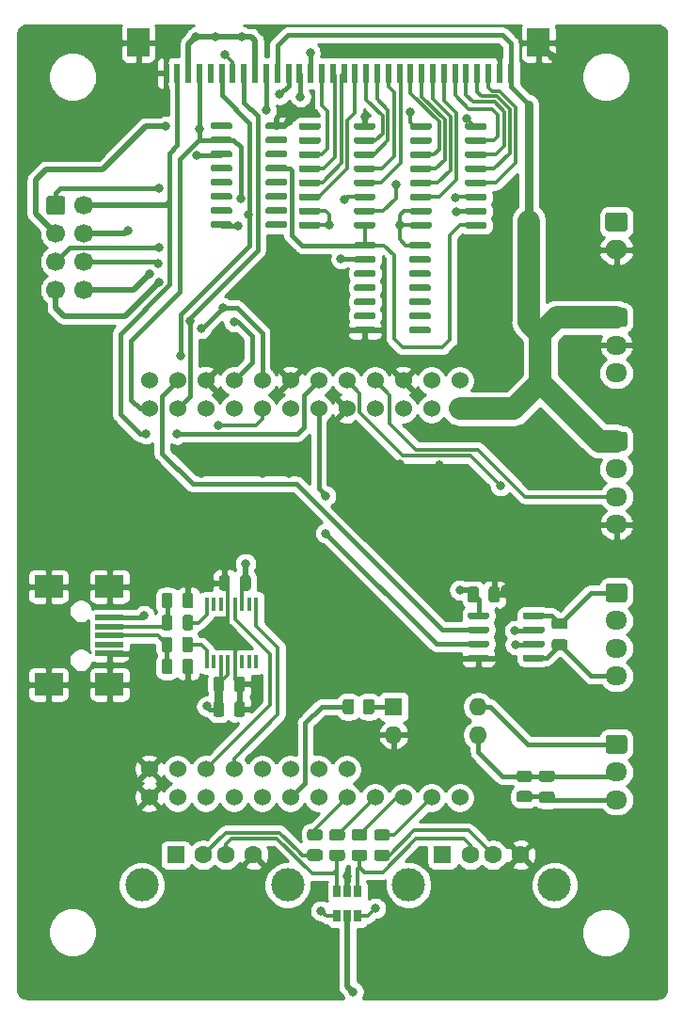
<source format=gbr>
G04 #@! TF.GenerationSoftware,KiCad,Pcbnew,5.1.10-88a1d61d58~90~ubuntu21.04.1*
G04 #@! TF.CreationDate,2021-07-27T13:19:27+03:00*
G04 #@! TF.ProjectId,klipper_nano,6b6c6970-7065-4725-9f6e-616e6f2e6b69,rev?*
G04 #@! TF.SameCoordinates,Original*
G04 #@! TF.FileFunction,Copper,L1,Top*
G04 #@! TF.FilePolarity,Positive*
%FSLAX46Y46*%
G04 Gerber Fmt 4.6, Leading zero omitted, Abs format (unit mm)*
G04 Created by KiCad (PCBNEW 5.1.10-88a1d61d58~90~ubuntu21.04.1) date 2021-07-27 13:19:27*
%MOMM*%
%LPD*%
G01*
G04 APERTURE LIST*
G04 #@! TA.AperFunction,ComponentPad*
%ADD10C,1.600000*%
G04 #@! TD*
G04 #@! TA.AperFunction,ComponentPad*
%ADD11R,1.600000X1.500000*%
G04 #@! TD*
G04 #@! TA.AperFunction,ComponentPad*
%ADD12C,3.000000*%
G04 #@! TD*
G04 #@! TA.AperFunction,SMDPad,CuDef*
%ADD13R,0.650000X1.060000*%
G04 #@! TD*
G04 #@! TA.AperFunction,ComponentPad*
%ADD14C,1.700000*%
G04 #@! TD*
G04 #@! TA.AperFunction,ComponentPad*
%ADD15O,1.950000X1.700000*%
G04 #@! TD*
G04 #@! TA.AperFunction,SMDPad,CuDef*
%ADD16R,2.500000X0.500000*%
G04 #@! TD*
G04 #@! TA.AperFunction,SMDPad,CuDef*
%ADD17R,2.500000X2.000000*%
G04 #@! TD*
G04 #@! TA.AperFunction,ConnectorPad*
%ADD18R,2.000000X2.500000*%
G04 #@! TD*
G04 #@! TA.AperFunction,SMDPad,CuDef*
%ADD19R,0.600000X1.800000*%
G04 #@! TD*
G04 #@! TA.AperFunction,ComponentPad*
%ADD20O,2.000000X1.700000*%
G04 #@! TD*
G04 #@! TA.AperFunction,ComponentPad*
%ADD21C,1.524000*%
G04 #@! TD*
G04 #@! TA.AperFunction,ComponentPad*
%ADD22O,1.600000X1.600000*%
G04 #@! TD*
G04 #@! TA.AperFunction,ComponentPad*
%ADD23R,1.600000X1.600000*%
G04 #@! TD*
G04 #@! TA.AperFunction,SMDPad,CuDef*
%ADD24R,0.400000X1.200000*%
G04 #@! TD*
G04 #@! TA.AperFunction,ViaPad*
%ADD25C,0.800000*%
G04 #@! TD*
G04 #@! TA.AperFunction,Conductor*
%ADD26C,0.300000*%
G04 #@! TD*
G04 #@! TA.AperFunction,Conductor*
%ADD27C,0.400000*%
G04 #@! TD*
G04 #@! TA.AperFunction,Conductor*
%ADD28C,0.500000*%
G04 #@! TD*
G04 #@! TA.AperFunction,Conductor*
%ADD29C,0.800000*%
G04 #@! TD*
G04 #@! TA.AperFunction,Conductor*
%ADD30C,2.000000*%
G04 #@! TD*
G04 #@! TA.AperFunction,Conductor*
%ADD31C,0.254000*%
G04 #@! TD*
G04 #@! TA.AperFunction,Conductor*
%ADD32C,0.100000*%
G04 #@! TD*
G04 APERTURE END LIST*
D10*
X113310000Y-110000000D03*
X110810000Y-110000000D03*
X108810000Y-110000000D03*
D11*
X106310000Y-110000000D03*
D12*
X116380000Y-112710000D03*
X103240000Y-112710000D03*
D13*
X97730000Y-115510000D03*
X98680000Y-115510000D03*
X96780000Y-115510000D03*
X96780000Y-113310000D03*
X97730000Y-113310000D03*
X98680000Y-113310000D03*
G04 #@! TA.AperFunction,SMDPad,CuDef*
G36*
G01*
X98369999Y-109507500D02*
X99270001Y-109507500D01*
G75*
G02*
X99520000Y-109757499I0J-249999D01*
G01*
X99520000Y-110282501D01*
G75*
G02*
X99270001Y-110532500I-249999J0D01*
G01*
X98369999Y-110532500D01*
G75*
G02*
X98120000Y-110282501I0J249999D01*
G01*
X98120000Y-109757499D01*
G75*
G02*
X98369999Y-109507500I249999J0D01*
G01*
G37*
G04 #@! TD.AperFunction*
G04 #@! TA.AperFunction,SMDPad,CuDef*
G36*
G01*
X98369999Y-107682500D02*
X99270001Y-107682500D01*
G75*
G02*
X99520000Y-107932499I0J-249999D01*
G01*
X99520000Y-108457501D01*
G75*
G02*
X99270001Y-108707500I-249999J0D01*
G01*
X98369999Y-108707500D01*
G75*
G02*
X98120000Y-108457501I0J249999D01*
G01*
X98120000Y-107932499D01*
G75*
G02*
X98369999Y-107682500I249999J0D01*
G01*
G37*
G04 #@! TD.AperFunction*
G04 #@! TA.AperFunction,SMDPad,CuDef*
G36*
G01*
X100399999Y-109537500D02*
X101300001Y-109537500D01*
G75*
G02*
X101550000Y-109787499I0J-249999D01*
G01*
X101550000Y-110312501D01*
G75*
G02*
X101300001Y-110562500I-249999J0D01*
G01*
X100399999Y-110562500D01*
G75*
G02*
X100150000Y-110312501I0J249999D01*
G01*
X100150000Y-109787499D01*
G75*
G02*
X100399999Y-109537500I249999J0D01*
G01*
G37*
G04 #@! TD.AperFunction*
G04 #@! TA.AperFunction,SMDPad,CuDef*
G36*
G01*
X100399999Y-107712500D02*
X101300001Y-107712500D01*
G75*
G02*
X101550000Y-107962499I0J-249999D01*
G01*
X101550000Y-108487501D01*
G75*
G02*
X101300001Y-108737500I-249999J0D01*
G01*
X100399999Y-108737500D01*
G75*
G02*
X100150000Y-108487501I0J249999D01*
G01*
X100150000Y-107962499D01*
G75*
G02*
X100399999Y-107712500I249999J0D01*
G01*
G37*
G04 #@! TD.AperFunction*
G04 #@! TA.AperFunction,SMDPad,CuDef*
G36*
G01*
X94359999Y-109502500D02*
X95260001Y-109502500D01*
G75*
G02*
X95510000Y-109752499I0J-249999D01*
G01*
X95510000Y-110277501D01*
G75*
G02*
X95260001Y-110527500I-249999J0D01*
G01*
X94359999Y-110527500D01*
G75*
G02*
X94110000Y-110277501I0J249999D01*
G01*
X94110000Y-109752499D01*
G75*
G02*
X94359999Y-109502500I249999J0D01*
G01*
G37*
G04 #@! TD.AperFunction*
G04 #@! TA.AperFunction,SMDPad,CuDef*
G36*
G01*
X94359999Y-107677500D02*
X95260001Y-107677500D01*
G75*
G02*
X95510000Y-107927499I0J-249999D01*
G01*
X95510000Y-108452501D01*
G75*
G02*
X95260001Y-108702500I-249999J0D01*
G01*
X94359999Y-108702500D01*
G75*
G02*
X94110000Y-108452501I0J249999D01*
G01*
X94110000Y-107927499D01*
G75*
G02*
X94359999Y-107677500I249999J0D01*
G01*
G37*
G04 #@! TD.AperFunction*
G04 #@! TA.AperFunction,SMDPad,CuDef*
G36*
G01*
X96359999Y-109522500D02*
X97260001Y-109522500D01*
G75*
G02*
X97510000Y-109772499I0J-249999D01*
G01*
X97510000Y-110297501D01*
G75*
G02*
X97260001Y-110547500I-249999J0D01*
G01*
X96359999Y-110547500D01*
G75*
G02*
X96110000Y-110297501I0J249999D01*
G01*
X96110000Y-109772499D01*
G75*
G02*
X96359999Y-109522500I249999J0D01*
G01*
G37*
G04 #@! TD.AperFunction*
G04 #@! TA.AperFunction,SMDPad,CuDef*
G36*
G01*
X96359999Y-107697500D02*
X97260001Y-107697500D01*
G75*
G02*
X97510000Y-107947499I0J-249999D01*
G01*
X97510000Y-108472501D01*
G75*
G02*
X97260001Y-108722500I-249999J0D01*
G01*
X96359999Y-108722500D01*
G75*
G02*
X96110000Y-108472501I0J249999D01*
G01*
X96110000Y-107947499D01*
G75*
G02*
X96359999Y-107697500I249999J0D01*
G01*
G37*
G04 #@! TD.AperFunction*
G04 #@! TA.AperFunction,SMDPad,CuDef*
G36*
G01*
X117315000Y-89690000D02*
X116365000Y-89690000D01*
G75*
G02*
X116115000Y-89440000I0J250000D01*
G01*
X116115000Y-88940000D01*
G75*
G02*
X116365000Y-88690000I250000J0D01*
G01*
X117315000Y-88690000D01*
G75*
G02*
X117565000Y-88940000I0J-250000D01*
G01*
X117565000Y-89440000D01*
G75*
G02*
X117315000Y-89690000I-250000J0D01*
G01*
G37*
G04 #@! TD.AperFunction*
G04 #@! TA.AperFunction,SMDPad,CuDef*
G36*
G01*
X117315000Y-91590000D02*
X116365000Y-91590000D01*
G75*
G02*
X116115000Y-91340000I0J250000D01*
G01*
X116115000Y-90840000D01*
G75*
G02*
X116365000Y-90590000I250000J0D01*
G01*
X117315000Y-90590000D01*
G75*
G02*
X117565000Y-90840000I0J-250000D01*
G01*
X117565000Y-91340000D01*
G75*
G02*
X117315000Y-91590000I-250000J0D01*
G01*
G37*
G04 #@! TD.AperFunction*
G04 #@! TA.AperFunction,SMDPad,CuDef*
G36*
G01*
X113510000Y-88625000D02*
X113510000Y-88325000D01*
G75*
G02*
X113660000Y-88175000I150000J0D01*
G01*
X115310000Y-88175000D01*
G75*
G02*
X115460000Y-88325000I0J-150000D01*
G01*
X115460000Y-88625000D01*
G75*
G02*
X115310000Y-88775000I-150000J0D01*
G01*
X113660000Y-88775000D01*
G75*
G02*
X113510000Y-88625000I0J150000D01*
G01*
G37*
G04 #@! TD.AperFunction*
G04 #@! TA.AperFunction,SMDPad,CuDef*
G36*
G01*
X113510000Y-89895000D02*
X113510000Y-89595000D01*
G75*
G02*
X113660000Y-89445000I150000J0D01*
G01*
X115310000Y-89445000D01*
G75*
G02*
X115460000Y-89595000I0J-150000D01*
G01*
X115460000Y-89895000D01*
G75*
G02*
X115310000Y-90045000I-150000J0D01*
G01*
X113660000Y-90045000D01*
G75*
G02*
X113510000Y-89895000I0J150000D01*
G01*
G37*
G04 #@! TD.AperFunction*
G04 #@! TA.AperFunction,SMDPad,CuDef*
G36*
G01*
X113510000Y-91165000D02*
X113510000Y-90865000D01*
G75*
G02*
X113660000Y-90715000I150000J0D01*
G01*
X115310000Y-90715000D01*
G75*
G02*
X115460000Y-90865000I0J-150000D01*
G01*
X115460000Y-91165000D01*
G75*
G02*
X115310000Y-91315000I-150000J0D01*
G01*
X113660000Y-91315000D01*
G75*
G02*
X113510000Y-91165000I0J150000D01*
G01*
G37*
G04 #@! TD.AperFunction*
G04 #@! TA.AperFunction,SMDPad,CuDef*
G36*
G01*
X113510000Y-92435000D02*
X113510000Y-92135000D01*
G75*
G02*
X113660000Y-91985000I150000J0D01*
G01*
X115310000Y-91985000D01*
G75*
G02*
X115460000Y-92135000I0J-150000D01*
G01*
X115460000Y-92435000D01*
G75*
G02*
X115310000Y-92585000I-150000J0D01*
G01*
X113660000Y-92585000D01*
G75*
G02*
X113510000Y-92435000I0J150000D01*
G01*
G37*
G04 #@! TD.AperFunction*
G04 #@! TA.AperFunction,SMDPad,CuDef*
G36*
G01*
X108560000Y-92435000D02*
X108560000Y-92135000D01*
G75*
G02*
X108710000Y-91985000I150000J0D01*
G01*
X110360000Y-91985000D01*
G75*
G02*
X110510000Y-92135000I0J-150000D01*
G01*
X110510000Y-92435000D01*
G75*
G02*
X110360000Y-92585000I-150000J0D01*
G01*
X108710000Y-92585000D01*
G75*
G02*
X108560000Y-92435000I0J150000D01*
G01*
G37*
G04 #@! TD.AperFunction*
G04 #@! TA.AperFunction,SMDPad,CuDef*
G36*
G01*
X108560000Y-91165000D02*
X108560000Y-90865000D01*
G75*
G02*
X108710000Y-90715000I150000J0D01*
G01*
X110360000Y-90715000D01*
G75*
G02*
X110510000Y-90865000I0J-150000D01*
G01*
X110510000Y-91165000D01*
G75*
G02*
X110360000Y-91315000I-150000J0D01*
G01*
X108710000Y-91315000D01*
G75*
G02*
X108560000Y-91165000I0J150000D01*
G01*
G37*
G04 #@! TD.AperFunction*
G04 #@! TA.AperFunction,SMDPad,CuDef*
G36*
G01*
X108560000Y-89895000D02*
X108560000Y-89595000D01*
G75*
G02*
X108710000Y-89445000I150000J0D01*
G01*
X110360000Y-89445000D01*
G75*
G02*
X110510000Y-89595000I0J-150000D01*
G01*
X110510000Y-89895000D01*
G75*
G02*
X110360000Y-90045000I-150000J0D01*
G01*
X108710000Y-90045000D01*
G75*
G02*
X108560000Y-89895000I0J150000D01*
G01*
G37*
G04 #@! TD.AperFunction*
G04 #@! TA.AperFunction,SMDPad,CuDef*
G36*
G01*
X108560000Y-88625000D02*
X108560000Y-88325000D01*
G75*
G02*
X108710000Y-88175000I150000J0D01*
G01*
X110360000Y-88175000D01*
G75*
G02*
X110510000Y-88325000I0J-150000D01*
G01*
X110510000Y-88625000D01*
G75*
G02*
X110360000Y-88775000I-150000J0D01*
G01*
X108710000Y-88775000D01*
G75*
G02*
X108560000Y-88625000I0J150000D01*
G01*
G37*
G04 #@! TD.AperFunction*
G04 #@! TA.AperFunction,SMDPad,CuDef*
G36*
G01*
X109550000Y-86095000D02*
X109550000Y-87045000D01*
G75*
G02*
X109300000Y-87295000I-250000J0D01*
G01*
X108800000Y-87295000D01*
G75*
G02*
X108550000Y-87045000I0J250000D01*
G01*
X108550000Y-86095000D01*
G75*
G02*
X108800000Y-85845000I250000J0D01*
G01*
X109300000Y-85845000D01*
G75*
G02*
X109550000Y-86095000I0J-250000D01*
G01*
G37*
G04 #@! TD.AperFunction*
G04 #@! TA.AperFunction,SMDPad,CuDef*
G36*
G01*
X111450000Y-86095000D02*
X111450000Y-87045000D01*
G75*
G02*
X111200000Y-87295000I-250000J0D01*
G01*
X110700000Y-87295000D01*
G75*
G02*
X110450000Y-87045000I0J250000D01*
G01*
X110450000Y-86095000D01*
G75*
G02*
X110700000Y-85845000I250000J0D01*
G01*
X111200000Y-85845000D01*
G75*
G02*
X111450000Y-86095000I0J-250000D01*
G01*
G37*
G04 #@! TD.AperFunction*
G04 #@! TA.AperFunction,SMDPad,CuDef*
G36*
G01*
X113209998Y-104247500D02*
X114110002Y-104247500D01*
G75*
G02*
X114360000Y-104497498I0J-249998D01*
G01*
X114360000Y-105022502D01*
G75*
G02*
X114110002Y-105272500I-249998J0D01*
G01*
X113209998Y-105272500D01*
G75*
G02*
X112960000Y-105022502I0J249998D01*
G01*
X112960000Y-104497498D01*
G75*
G02*
X113209998Y-104247500I249998J0D01*
G01*
G37*
G04 #@! TD.AperFunction*
G04 #@! TA.AperFunction,SMDPad,CuDef*
G36*
G01*
X113209998Y-102422500D02*
X114110002Y-102422500D01*
G75*
G02*
X114360000Y-102672498I0J-249998D01*
G01*
X114360000Y-103197502D01*
G75*
G02*
X114110002Y-103447500I-249998J0D01*
G01*
X113209998Y-103447500D01*
G75*
G02*
X112960000Y-103197502I0J249998D01*
G01*
X112960000Y-102672498D01*
G75*
G02*
X113209998Y-102422500I249998J0D01*
G01*
G37*
G04 #@! TD.AperFunction*
D14*
X74020000Y-59180000D03*
X74020000Y-56640000D03*
X74020000Y-54100000D03*
X74020000Y-51560000D03*
X71480000Y-59180000D03*
X71480000Y-56640000D03*
X71480000Y-54100000D03*
G04 #@! TA.AperFunction,ComponentPad*
G36*
G01*
X70630000Y-52160000D02*
X70630000Y-50960000D01*
G75*
G02*
X70880000Y-50710000I250000J0D01*
G01*
X72080000Y-50710000D01*
G75*
G02*
X72330000Y-50960000I0J-250000D01*
G01*
X72330000Y-52160000D01*
G75*
G02*
X72080000Y-52410000I-250000J0D01*
G01*
X70880000Y-52410000D01*
G75*
G02*
X70630000Y-52160000I0J250000D01*
G01*
G37*
G04 #@! TD.AperFunction*
D15*
X121940000Y-66660000D03*
X121940000Y-64160000D03*
G04 #@! TA.AperFunction,ComponentPad*
G36*
G01*
X121215000Y-60810000D02*
X122665000Y-60810000D01*
G75*
G02*
X122915000Y-61060000I0J-250000D01*
G01*
X122915000Y-62260000D01*
G75*
G02*
X122665000Y-62510000I-250000J0D01*
G01*
X121215000Y-62510000D01*
G75*
G02*
X120965000Y-62260000I0J250000D01*
G01*
X120965000Y-61060000D01*
G75*
G02*
X121215000Y-60810000I250000J0D01*
G01*
G37*
G04 #@! TD.AperFunction*
D16*
X76338000Y-91864000D03*
X76338000Y-91064000D03*
X76338000Y-90264000D03*
X76338000Y-89464000D03*
X76338000Y-88664000D03*
D17*
X76338000Y-94664000D03*
X76338000Y-85864000D03*
X70838000Y-94664000D03*
X70838000Y-85864000D03*
D10*
X89290000Y-110000000D03*
X86790000Y-110000000D03*
X84790000Y-110000000D03*
D11*
X82290000Y-110000000D03*
D12*
X92360000Y-112710000D03*
X79220000Y-112710000D03*
G04 #@! TA.AperFunction,SMDPad,CuDef*
G36*
G01*
X87380000Y-53165000D02*
X87380000Y-53465000D01*
G75*
G02*
X87230000Y-53615000I-150000J0D01*
G01*
X85580000Y-53615000D01*
G75*
G02*
X85430000Y-53465000I0J150000D01*
G01*
X85430000Y-53165000D01*
G75*
G02*
X85580000Y-53015000I150000J0D01*
G01*
X87230000Y-53015000D01*
G75*
G02*
X87380000Y-53165000I0J-150000D01*
G01*
G37*
G04 #@! TD.AperFunction*
G04 #@! TA.AperFunction,SMDPad,CuDef*
G36*
G01*
X87380000Y-51895000D02*
X87380000Y-52195000D01*
G75*
G02*
X87230000Y-52345000I-150000J0D01*
G01*
X85580000Y-52345000D01*
G75*
G02*
X85430000Y-52195000I0J150000D01*
G01*
X85430000Y-51895000D01*
G75*
G02*
X85580000Y-51745000I150000J0D01*
G01*
X87230000Y-51745000D01*
G75*
G02*
X87380000Y-51895000I0J-150000D01*
G01*
G37*
G04 #@! TD.AperFunction*
G04 #@! TA.AperFunction,SMDPad,CuDef*
G36*
G01*
X87380000Y-50625000D02*
X87380000Y-50925000D01*
G75*
G02*
X87230000Y-51075000I-150000J0D01*
G01*
X85580000Y-51075000D01*
G75*
G02*
X85430000Y-50925000I0J150000D01*
G01*
X85430000Y-50625000D01*
G75*
G02*
X85580000Y-50475000I150000J0D01*
G01*
X87230000Y-50475000D01*
G75*
G02*
X87380000Y-50625000I0J-150000D01*
G01*
G37*
G04 #@! TD.AperFunction*
G04 #@! TA.AperFunction,SMDPad,CuDef*
G36*
G01*
X87380000Y-49355000D02*
X87380000Y-49655000D01*
G75*
G02*
X87230000Y-49805000I-150000J0D01*
G01*
X85580000Y-49805000D01*
G75*
G02*
X85430000Y-49655000I0J150000D01*
G01*
X85430000Y-49355000D01*
G75*
G02*
X85580000Y-49205000I150000J0D01*
G01*
X87230000Y-49205000D01*
G75*
G02*
X87380000Y-49355000I0J-150000D01*
G01*
G37*
G04 #@! TD.AperFunction*
G04 #@! TA.AperFunction,SMDPad,CuDef*
G36*
G01*
X87380000Y-48085000D02*
X87380000Y-48385000D01*
G75*
G02*
X87230000Y-48535000I-150000J0D01*
G01*
X85580000Y-48535000D01*
G75*
G02*
X85430000Y-48385000I0J150000D01*
G01*
X85430000Y-48085000D01*
G75*
G02*
X85580000Y-47935000I150000J0D01*
G01*
X87230000Y-47935000D01*
G75*
G02*
X87380000Y-48085000I0J-150000D01*
G01*
G37*
G04 #@! TD.AperFunction*
G04 #@! TA.AperFunction,SMDPad,CuDef*
G36*
G01*
X87380000Y-46815000D02*
X87380000Y-47115000D01*
G75*
G02*
X87230000Y-47265000I-150000J0D01*
G01*
X85580000Y-47265000D01*
G75*
G02*
X85430000Y-47115000I0J150000D01*
G01*
X85430000Y-46815000D01*
G75*
G02*
X85580000Y-46665000I150000J0D01*
G01*
X87230000Y-46665000D01*
G75*
G02*
X87380000Y-46815000I0J-150000D01*
G01*
G37*
G04 #@! TD.AperFunction*
G04 #@! TA.AperFunction,SMDPad,CuDef*
G36*
G01*
X87380000Y-45545000D02*
X87380000Y-45845000D01*
G75*
G02*
X87230000Y-45995000I-150000J0D01*
G01*
X85580000Y-45995000D01*
G75*
G02*
X85430000Y-45845000I0J150000D01*
G01*
X85430000Y-45545000D01*
G75*
G02*
X85580000Y-45395000I150000J0D01*
G01*
X87230000Y-45395000D01*
G75*
G02*
X87380000Y-45545000I0J-150000D01*
G01*
G37*
G04 #@! TD.AperFunction*
G04 #@! TA.AperFunction,SMDPad,CuDef*
G36*
G01*
X87380000Y-44275000D02*
X87380000Y-44575000D01*
G75*
G02*
X87230000Y-44725000I-150000J0D01*
G01*
X85580000Y-44725000D01*
G75*
G02*
X85430000Y-44575000I0J150000D01*
G01*
X85430000Y-44275000D01*
G75*
G02*
X85580000Y-44125000I150000J0D01*
G01*
X87230000Y-44125000D01*
G75*
G02*
X87380000Y-44275000I0J-150000D01*
G01*
G37*
G04 #@! TD.AperFunction*
G04 #@! TA.AperFunction,SMDPad,CuDef*
G36*
G01*
X92330000Y-44275000D02*
X92330000Y-44575000D01*
G75*
G02*
X92180000Y-44725000I-150000J0D01*
G01*
X90530000Y-44725000D01*
G75*
G02*
X90380000Y-44575000I0J150000D01*
G01*
X90380000Y-44275000D01*
G75*
G02*
X90530000Y-44125000I150000J0D01*
G01*
X92180000Y-44125000D01*
G75*
G02*
X92330000Y-44275000I0J-150000D01*
G01*
G37*
G04 #@! TD.AperFunction*
G04 #@! TA.AperFunction,SMDPad,CuDef*
G36*
G01*
X92330000Y-45545000D02*
X92330000Y-45845000D01*
G75*
G02*
X92180000Y-45995000I-150000J0D01*
G01*
X90530000Y-45995000D01*
G75*
G02*
X90380000Y-45845000I0J150000D01*
G01*
X90380000Y-45545000D01*
G75*
G02*
X90530000Y-45395000I150000J0D01*
G01*
X92180000Y-45395000D01*
G75*
G02*
X92330000Y-45545000I0J-150000D01*
G01*
G37*
G04 #@! TD.AperFunction*
G04 #@! TA.AperFunction,SMDPad,CuDef*
G36*
G01*
X92330000Y-46815000D02*
X92330000Y-47115000D01*
G75*
G02*
X92180000Y-47265000I-150000J0D01*
G01*
X90530000Y-47265000D01*
G75*
G02*
X90380000Y-47115000I0J150000D01*
G01*
X90380000Y-46815000D01*
G75*
G02*
X90530000Y-46665000I150000J0D01*
G01*
X92180000Y-46665000D01*
G75*
G02*
X92330000Y-46815000I0J-150000D01*
G01*
G37*
G04 #@! TD.AperFunction*
G04 #@! TA.AperFunction,SMDPad,CuDef*
G36*
G01*
X92330000Y-48085000D02*
X92330000Y-48385000D01*
G75*
G02*
X92180000Y-48535000I-150000J0D01*
G01*
X90530000Y-48535000D01*
G75*
G02*
X90380000Y-48385000I0J150000D01*
G01*
X90380000Y-48085000D01*
G75*
G02*
X90530000Y-47935000I150000J0D01*
G01*
X92180000Y-47935000D01*
G75*
G02*
X92330000Y-48085000I0J-150000D01*
G01*
G37*
G04 #@! TD.AperFunction*
G04 #@! TA.AperFunction,SMDPad,CuDef*
G36*
G01*
X92330000Y-49355000D02*
X92330000Y-49655000D01*
G75*
G02*
X92180000Y-49805000I-150000J0D01*
G01*
X90530000Y-49805000D01*
G75*
G02*
X90380000Y-49655000I0J150000D01*
G01*
X90380000Y-49355000D01*
G75*
G02*
X90530000Y-49205000I150000J0D01*
G01*
X92180000Y-49205000D01*
G75*
G02*
X92330000Y-49355000I0J-150000D01*
G01*
G37*
G04 #@! TD.AperFunction*
G04 #@! TA.AperFunction,SMDPad,CuDef*
G36*
G01*
X92330000Y-50625000D02*
X92330000Y-50925000D01*
G75*
G02*
X92180000Y-51075000I-150000J0D01*
G01*
X90530000Y-51075000D01*
G75*
G02*
X90380000Y-50925000I0J150000D01*
G01*
X90380000Y-50625000D01*
G75*
G02*
X90530000Y-50475000I150000J0D01*
G01*
X92180000Y-50475000D01*
G75*
G02*
X92330000Y-50625000I0J-150000D01*
G01*
G37*
G04 #@! TD.AperFunction*
G04 #@! TA.AperFunction,SMDPad,CuDef*
G36*
G01*
X92330000Y-51895000D02*
X92330000Y-52195000D01*
G75*
G02*
X92180000Y-52345000I-150000J0D01*
G01*
X90530000Y-52345000D01*
G75*
G02*
X90380000Y-52195000I0J150000D01*
G01*
X90380000Y-51895000D01*
G75*
G02*
X90530000Y-51745000I150000J0D01*
G01*
X92180000Y-51745000D01*
G75*
G02*
X92330000Y-51895000I0J-150000D01*
G01*
G37*
G04 #@! TD.AperFunction*
G04 #@! TA.AperFunction,SMDPad,CuDef*
G36*
G01*
X92330000Y-53165000D02*
X92330000Y-53465000D01*
G75*
G02*
X92180000Y-53615000I-150000J0D01*
G01*
X90530000Y-53615000D01*
G75*
G02*
X90380000Y-53465000I0J150000D01*
G01*
X90380000Y-53165000D01*
G75*
G02*
X90530000Y-53015000I150000J0D01*
G01*
X92180000Y-53015000D01*
G75*
G02*
X92330000Y-53165000I0J-150000D01*
G01*
G37*
G04 #@! TD.AperFunction*
G04 #@! TA.AperFunction,SMDPad,CuDef*
G36*
G01*
X95310000Y-53195000D02*
X95310000Y-53495000D01*
G75*
G02*
X95160000Y-53645000I-150000J0D01*
G01*
X93510000Y-53645000D01*
G75*
G02*
X93360000Y-53495000I0J150000D01*
G01*
X93360000Y-53195000D01*
G75*
G02*
X93510000Y-53045000I150000J0D01*
G01*
X95160000Y-53045000D01*
G75*
G02*
X95310000Y-53195000I0J-150000D01*
G01*
G37*
G04 #@! TD.AperFunction*
G04 #@! TA.AperFunction,SMDPad,CuDef*
G36*
G01*
X95310000Y-51925000D02*
X95310000Y-52225000D01*
G75*
G02*
X95160000Y-52375000I-150000J0D01*
G01*
X93510000Y-52375000D01*
G75*
G02*
X93360000Y-52225000I0J150000D01*
G01*
X93360000Y-51925000D01*
G75*
G02*
X93510000Y-51775000I150000J0D01*
G01*
X95160000Y-51775000D01*
G75*
G02*
X95310000Y-51925000I0J-150000D01*
G01*
G37*
G04 #@! TD.AperFunction*
G04 #@! TA.AperFunction,SMDPad,CuDef*
G36*
G01*
X95310000Y-50655000D02*
X95310000Y-50955000D01*
G75*
G02*
X95160000Y-51105000I-150000J0D01*
G01*
X93510000Y-51105000D01*
G75*
G02*
X93360000Y-50955000I0J150000D01*
G01*
X93360000Y-50655000D01*
G75*
G02*
X93510000Y-50505000I150000J0D01*
G01*
X95160000Y-50505000D01*
G75*
G02*
X95310000Y-50655000I0J-150000D01*
G01*
G37*
G04 #@! TD.AperFunction*
G04 #@! TA.AperFunction,SMDPad,CuDef*
G36*
G01*
X95310000Y-49385000D02*
X95310000Y-49685000D01*
G75*
G02*
X95160000Y-49835000I-150000J0D01*
G01*
X93510000Y-49835000D01*
G75*
G02*
X93360000Y-49685000I0J150000D01*
G01*
X93360000Y-49385000D01*
G75*
G02*
X93510000Y-49235000I150000J0D01*
G01*
X95160000Y-49235000D01*
G75*
G02*
X95310000Y-49385000I0J-150000D01*
G01*
G37*
G04 #@! TD.AperFunction*
G04 #@! TA.AperFunction,SMDPad,CuDef*
G36*
G01*
X95310000Y-48115000D02*
X95310000Y-48415000D01*
G75*
G02*
X95160000Y-48565000I-150000J0D01*
G01*
X93510000Y-48565000D01*
G75*
G02*
X93360000Y-48415000I0J150000D01*
G01*
X93360000Y-48115000D01*
G75*
G02*
X93510000Y-47965000I150000J0D01*
G01*
X95160000Y-47965000D01*
G75*
G02*
X95310000Y-48115000I0J-150000D01*
G01*
G37*
G04 #@! TD.AperFunction*
G04 #@! TA.AperFunction,SMDPad,CuDef*
G36*
G01*
X95310000Y-46845000D02*
X95310000Y-47145000D01*
G75*
G02*
X95160000Y-47295000I-150000J0D01*
G01*
X93510000Y-47295000D01*
G75*
G02*
X93360000Y-47145000I0J150000D01*
G01*
X93360000Y-46845000D01*
G75*
G02*
X93510000Y-46695000I150000J0D01*
G01*
X95160000Y-46695000D01*
G75*
G02*
X95310000Y-46845000I0J-150000D01*
G01*
G37*
G04 #@! TD.AperFunction*
G04 #@! TA.AperFunction,SMDPad,CuDef*
G36*
G01*
X95310000Y-45575000D02*
X95310000Y-45875000D01*
G75*
G02*
X95160000Y-46025000I-150000J0D01*
G01*
X93510000Y-46025000D01*
G75*
G02*
X93360000Y-45875000I0J150000D01*
G01*
X93360000Y-45575000D01*
G75*
G02*
X93510000Y-45425000I150000J0D01*
G01*
X95160000Y-45425000D01*
G75*
G02*
X95310000Y-45575000I0J-150000D01*
G01*
G37*
G04 #@! TD.AperFunction*
G04 #@! TA.AperFunction,SMDPad,CuDef*
G36*
G01*
X95310000Y-44305000D02*
X95310000Y-44605000D01*
G75*
G02*
X95160000Y-44755000I-150000J0D01*
G01*
X93510000Y-44755000D01*
G75*
G02*
X93360000Y-44605000I0J150000D01*
G01*
X93360000Y-44305000D01*
G75*
G02*
X93510000Y-44155000I150000J0D01*
G01*
X95160000Y-44155000D01*
G75*
G02*
X95310000Y-44305000I0J-150000D01*
G01*
G37*
G04 #@! TD.AperFunction*
G04 #@! TA.AperFunction,SMDPad,CuDef*
G36*
G01*
X100260000Y-44305000D02*
X100260000Y-44605000D01*
G75*
G02*
X100110000Y-44755000I-150000J0D01*
G01*
X98460000Y-44755000D01*
G75*
G02*
X98310000Y-44605000I0J150000D01*
G01*
X98310000Y-44305000D01*
G75*
G02*
X98460000Y-44155000I150000J0D01*
G01*
X100110000Y-44155000D01*
G75*
G02*
X100260000Y-44305000I0J-150000D01*
G01*
G37*
G04 #@! TD.AperFunction*
G04 #@! TA.AperFunction,SMDPad,CuDef*
G36*
G01*
X100260000Y-45575000D02*
X100260000Y-45875000D01*
G75*
G02*
X100110000Y-46025000I-150000J0D01*
G01*
X98460000Y-46025000D01*
G75*
G02*
X98310000Y-45875000I0J150000D01*
G01*
X98310000Y-45575000D01*
G75*
G02*
X98460000Y-45425000I150000J0D01*
G01*
X100110000Y-45425000D01*
G75*
G02*
X100260000Y-45575000I0J-150000D01*
G01*
G37*
G04 #@! TD.AperFunction*
G04 #@! TA.AperFunction,SMDPad,CuDef*
G36*
G01*
X100260000Y-46845000D02*
X100260000Y-47145000D01*
G75*
G02*
X100110000Y-47295000I-150000J0D01*
G01*
X98460000Y-47295000D01*
G75*
G02*
X98310000Y-47145000I0J150000D01*
G01*
X98310000Y-46845000D01*
G75*
G02*
X98460000Y-46695000I150000J0D01*
G01*
X100110000Y-46695000D01*
G75*
G02*
X100260000Y-46845000I0J-150000D01*
G01*
G37*
G04 #@! TD.AperFunction*
G04 #@! TA.AperFunction,SMDPad,CuDef*
G36*
G01*
X100260000Y-48115000D02*
X100260000Y-48415000D01*
G75*
G02*
X100110000Y-48565000I-150000J0D01*
G01*
X98460000Y-48565000D01*
G75*
G02*
X98310000Y-48415000I0J150000D01*
G01*
X98310000Y-48115000D01*
G75*
G02*
X98460000Y-47965000I150000J0D01*
G01*
X100110000Y-47965000D01*
G75*
G02*
X100260000Y-48115000I0J-150000D01*
G01*
G37*
G04 #@! TD.AperFunction*
G04 #@! TA.AperFunction,SMDPad,CuDef*
G36*
G01*
X100260000Y-49385000D02*
X100260000Y-49685000D01*
G75*
G02*
X100110000Y-49835000I-150000J0D01*
G01*
X98460000Y-49835000D01*
G75*
G02*
X98310000Y-49685000I0J150000D01*
G01*
X98310000Y-49385000D01*
G75*
G02*
X98460000Y-49235000I150000J0D01*
G01*
X100110000Y-49235000D01*
G75*
G02*
X100260000Y-49385000I0J-150000D01*
G01*
G37*
G04 #@! TD.AperFunction*
G04 #@! TA.AperFunction,SMDPad,CuDef*
G36*
G01*
X100260000Y-50655000D02*
X100260000Y-50955000D01*
G75*
G02*
X100110000Y-51105000I-150000J0D01*
G01*
X98460000Y-51105000D01*
G75*
G02*
X98310000Y-50955000I0J150000D01*
G01*
X98310000Y-50655000D01*
G75*
G02*
X98460000Y-50505000I150000J0D01*
G01*
X100110000Y-50505000D01*
G75*
G02*
X100260000Y-50655000I0J-150000D01*
G01*
G37*
G04 #@! TD.AperFunction*
G04 #@! TA.AperFunction,SMDPad,CuDef*
G36*
G01*
X100260000Y-51925000D02*
X100260000Y-52225000D01*
G75*
G02*
X100110000Y-52375000I-150000J0D01*
G01*
X98460000Y-52375000D01*
G75*
G02*
X98310000Y-52225000I0J150000D01*
G01*
X98310000Y-51925000D01*
G75*
G02*
X98460000Y-51775000I150000J0D01*
G01*
X100110000Y-51775000D01*
G75*
G02*
X100260000Y-51925000I0J-150000D01*
G01*
G37*
G04 #@! TD.AperFunction*
G04 #@! TA.AperFunction,SMDPad,CuDef*
G36*
G01*
X100260000Y-53195000D02*
X100260000Y-53495000D01*
G75*
G02*
X100110000Y-53645000I-150000J0D01*
G01*
X98460000Y-53645000D01*
G75*
G02*
X98310000Y-53495000I0J150000D01*
G01*
X98310000Y-53195000D01*
G75*
G02*
X98460000Y-53045000I150000J0D01*
G01*
X100110000Y-53045000D01*
G75*
G02*
X100260000Y-53195000I0J-150000D01*
G01*
G37*
G04 #@! TD.AperFunction*
G04 #@! TA.AperFunction,SMDPad,CuDef*
G36*
G01*
X105320000Y-53205000D02*
X105320000Y-53505000D01*
G75*
G02*
X105170000Y-53655000I-150000J0D01*
G01*
X103520000Y-53655000D01*
G75*
G02*
X103370000Y-53505000I0J150000D01*
G01*
X103370000Y-53205000D01*
G75*
G02*
X103520000Y-53055000I150000J0D01*
G01*
X105170000Y-53055000D01*
G75*
G02*
X105320000Y-53205000I0J-150000D01*
G01*
G37*
G04 #@! TD.AperFunction*
G04 #@! TA.AperFunction,SMDPad,CuDef*
G36*
G01*
X105320000Y-51935000D02*
X105320000Y-52235000D01*
G75*
G02*
X105170000Y-52385000I-150000J0D01*
G01*
X103520000Y-52385000D01*
G75*
G02*
X103370000Y-52235000I0J150000D01*
G01*
X103370000Y-51935000D01*
G75*
G02*
X103520000Y-51785000I150000J0D01*
G01*
X105170000Y-51785000D01*
G75*
G02*
X105320000Y-51935000I0J-150000D01*
G01*
G37*
G04 #@! TD.AperFunction*
G04 #@! TA.AperFunction,SMDPad,CuDef*
G36*
G01*
X105320000Y-50665000D02*
X105320000Y-50965000D01*
G75*
G02*
X105170000Y-51115000I-150000J0D01*
G01*
X103520000Y-51115000D01*
G75*
G02*
X103370000Y-50965000I0J150000D01*
G01*
X103370000Y-50665000D01*
G75*
G02*
X103520000Y-50515000I150000J0D01*
G01*
X105170000Y-50515000D01*
G75*
G02*
X105320000Y-50665000I0J-150000D01*
G01*
G37*
G04 #@! TD.AperFunction*
G04 #@! TA.AperFunction,SMDPad,CuDef*
G36*
G01*
X105320000Y-49395000D02*
X105320000Y-49695000D01*
G75*
G02*
X105170000Y-49845000I-150000J0D01*
G01*
X103520000Y-49845000D01*
G75*
G02*
X103370000Y-49695000I0J150000D01*
G01*
X103370000Y-49395000D01*
G75*
G02*
X103520000Y-49245000I150000J0D01*
G01*
X105170000Y-49245000D01*
G75*
G02*
X105320000Y-49395000I0J-150000D01*
G01*
G37*
G04 #@! TD.AperFunction*
G04 #@! TA.AperFunction,SMDPad,CuDef*
G36*
G01*
X105320000Y-48125000D02*
X105320000Y-48425000D01*
G75*
G02*
X105170000Y-48575000I-150000J0D01*
G01*
X103520000Y-48575000D01*
G75*
G02*
X103370000Y-48425000I0J150000D01*
G01*
X103370000Y-48125000D01*
G75*
G02*
X103520000Y-47975000I150000J0D01*
G01*
X105170000Y-47975000D01*
G75*
G02*
X105320000Y-48125000I0J-150000D01*
G01*
G37*
G04 #@! TD.AperFunction*
G04 #@! TA.AperFunction,SMDPad,CuDef*
G36*
G01*
X105320000Y-46855000D02*
X105320000Y-47155000D01*
G75*
G02*
X105170000Y-47305000I-150000J0D01*
G01*
X103520000Y-47305000D01*
G75*
G02*
X103370000Y-47155000I0J150000D01*
G01*
X103370000Y-46855000D01*
G75*
G02*
X103520000Y-46705000I150000J0D01*
G01*
X105170000Y-46705000D01*
G75*
G02*
X105320000Y-46855000I0J-150000D01*
G01*
G37*
G04 #@! TD.AperFunction*
G04 #@! TA.AperFunction,SMDPad,CuDef*
G36*
G01*
X105320000Y-45585000D02*
X105320000Y-45885000D01*
G75*
G02*
X105170000Y-46035000I-150000J0D01*
G01*
X103520000Y-46035000D01*
G75*
G02*
X103370000Y-45885000I0J150000D01*
G01*
X103370000Y-45585000D01*
G75*
G02*
X103520000Y-45435000I150000J0D01*
G01*
X105170000Y-45435000D01*
G75*
G02*
X105320000Y-45585000I0J-150000D01*
G01*
G37*
G04 #@! TD.AperFunction*
G04 #@! TA.AperFunction,SMDPad,CuDef*
G36*
G01*
X105320000Y-44315000D02*
X105320000Y-44615000D01*
G75*
G02*
X105170000Y-44765000I-150000J0D01*
G01*
X103520000Y-44765000D01*
G75*
G02*
X103370000Y-44615000I0J150000D01*
G01*
X103370000Y-44315000D01*
G75*
G02*
X103520000Y-44165000I150000J0D01*
G01*
X105170000Y-44165000D01*
G75*
G02*
X105320000Y-44315000I0J-150000D01*
G01*
G37*
G04 #@! TD.AperFunction*
G04 #@! TA.AperFunction,SMDPad,CuDef*
G36*
G01*
X110270000Y-44315000D02*
X110270000Y-44615000D01*
G75*
G02*
X110120000Y-44765000I-150000J0D01*
G01*
X108470000Y-44765000D01*
G75*
G02*
X108320000Y-44615000I0J150000D01*
G01*
X108320000Y-44315000D01*
G75*
G02*
X108470000Y-44165000I150000J0D01*
G01*
X110120000Y-44165000D01*
G75*
G02*
X110270000Y-44315000I0J-150000D01*
G01*
G37*
G04 #@! TD.AperFunction*
G04 #@! TA.AperFunction,SMDPad,CuDef*
G36*
G01*
X110270000Y-45585000D02*
X110270000Y-45885000D01*
G75*
G02*
X110120000Y-46035000I-150000J0D01*
G01*
X108470000Y-46035000D01*
G75*
G02*
X108320000Y-45885000I0J150000D01*
G01*
X108320000Y-45585000D01*
G75*
G02*
X108470000Y-45435000I150000J0D01*
G01*
X110120000Y-45435000D01*
G75*
G02*
X110270000Y-45585000I0J-150000D01*
G01*
G37*
G04 #@! TD.AperFunction*
G04 #@! TA.AperFunction,SMDPad,CuDef*
G36*
G01*
X110270000Y-46855000D02*
X110270000Y-47155000D01*
G75*
G02*
X110120000Y-47305000I-150000J0D01*
G01*
X108470000Y-47305000D01*
G75*
G02*
X108320000Y-47155000I0J150000D01*
G01*
X108320000Y-46855000D01*
G75*
G02*
X108470000Y-46705000I150000J0D01*
G01*
X110120000Y-46705000D01*
G75*
G02*
X110270000Y-46855000I0J-150000D01*
G01*
G37*
G04 #@! TD.AperFunction*
G04 #@! TA.AperFunction,SMDPad,CuDef*
G36*
G01*
X110270000Y-48125000D02*
X110270000Y-48425000D01*
G75*
G02*
X110120000Y-48575000I-150000J0D01*
G01*
X108470000Y-48575000D01*
G75*
G02*
X108320000Y-48425000I0J150000D01*
G01*
X108320000Y-48125000D01*
G75*
G02*
X108470000Y-47975000I150000J0D01*
G01*
X110120000Y-47975000D01*
G75*
G02*
X110270000Y-48125000I0J-150000D01*
G01*
G37*
G04 #@! TD.AperFunction*
G04 #@! TA.AperFunction,SMDPad,CuDef*
G36*
G01*
X110270000Y-49395000D02*
X110270000Y-49695000D01*
G75*
G02*
X110120000Y-49845000I-150000J0D01*
G01*
X108470000Y-49845000D01*
G75*
G02*
X108320000Y-49695000I0J150000D01*
G01*
X108320000Y-49395000D01*
G75*
G02*
X108470000Y-49245000I150000J0D01*
G01*
X110120000Y-49245000D01*
G75*
G02*
X110270000Y-49395000I0J-150000D01*
G01*
G37*
G04 #@! TD.AperFunction*
G04 #@! TA.AperFunction,SMDPad,CuDef*
G36*
G01*
X110270000Y-50665000D02*
X110270000Y-50965000D01*
G75*
G02*
X110120000Y-51115000I-150000J0D01*
G01*
X108470000Y-51115000D01*
G75*
G02*
X108320000Y-50965000I0J150000D01*
G01*
X108320000Y-50665000D01*
G75*
G02*
X108470000Y-50515000I150000J0D01*
G01*
X110120000Y-50515000D01*
G75*
G02*
X110270000Y-50665000I0J-150000D01*
G01*
G37*
G04 #@! TD.AperFunction*
G04 #@! TA.AperFunction,SMDPad,CuDef*
G36*
G01*
X110270000Y-51935000D02*
X110270000Y-52235000D01*
G75*
G02*
X110120000Y-52385000I-150000J0D01*
G01*
X108470000Y-52385000D01*
G75*
G02*
X108320000Y-52235000I0J150000D01*
G01*
X108320000Y-51935000D01*
G75*
G02*
X108470000Y-51785000I150000J0D01*
G01*
X110120000Y-51785000D01*
G75*
G02*
X110270000Y-51935000I0J-150000D01*
G01*
G37*
G04 #@! TD.AperFunction*
G04 #@! TA.AperFunction,SMDPad,CuDef*
G36*
G01*
X110270000Y-53205000D02*
X110270000Y-53505000D01*
G75*
G02*
X110120000Y-53655000I-150000J0D01*
G01*
X108470000Y-53655000D01*
G75*
G02*
X108320000Y-53505000I0J150000D01*
G01*
X108320000Y-53205000D01*
G75*
G02*
X108470000Y-53055000I150000J0D01*
G01*
X110120000Y-53055000D01*
G75*
G02*
X110270000Y-53205000I0J-150000D01*
G01*
G37*
G04 #@! TD.AperFunction*
G04 #@! TA.AperFunction,SMDPad,CuDef*
G36*
G01*
X103290000Y-55330000D02*
X103290000Y-55030000D01*
G75*
G02*
X103440000Y-54880000I150000J0D01*
G01*
X105090000Y-54880000D01*
G75*
G02*
X105240000Y-55030000I0J-150000D01*
G01*
X105240000Y-55330000D01*
G75*
G02*
X105090000Y-55480000I-150000J0D01*
G01*
X103440000Y-55480000D01*
G75*
G02*
X103290000Y-55330000I0J150000D01*
G01*
G37*
G04 #@! TD.AperFunction*
G04 #@! TA.AperFunction,SMDPad,CuDef*
G36*
G01*
X103290000Y-56600000D02*
X103290000Y-56300000D01*
G75*
G02*
X103440000Y-56150000I150000J0D01*
G01*
X105090000Y-56150000D01*
G75*
G02*
X105240000Y-56300000I0J-150000D01*
G01*
X105240000Y-56600000D01*
G75*
G02*
X105090000Y-56750000I-150000J0D01*
G01*
X103440000Y-56750000D01*
G75*
G02*
X103290000Y-56600000I0J150000D01*
G01*
G37*
G04 #@! TD.AperFunction*
G04 #@! TA.AperFunction,SMDPad,CuDef*
G36*
G01*
X103290000Y-57870000D02*
X103290000Y-57570000D01*
G75*
G02*
X103440000Y-57420000I150000J0D01*
G01*
X105090000Y-57420000D01*
G75*
G02*
X105240000Y-57570000I0J-150000D01*
G01*
X105240000Y-57870000D01*
G75*
G02*
X105090000Y-58020000I-150000J0D01*
G01*
X103440000Y-58020000D01*
G75*
G02*
X103290000Y-57870000I0J150000D01*
G01*
G37*
G04 #@! TD.AperFunction*
G04 #@! TA.AperFunction,SMDPad,CuDef*
G36*
G01*
X103290000Y-59140000D02*
X103290000Y-58840000D01*
G75*
G02*
X103440000Y-58690000I150000J0D01*
G01*
X105090000Y-58690000D01*
G75*
G02*
X105240000Y-58840000I0J-150000D01*
G01*
X105240000Y-59140000D01*
G75*
G02*
X105090000Y-59290000I-150000J0D01*
G01*
X103440000Y-59290000D01*
G75*
G02*
X103290000Y-59140000I0J150000D01*
G01*
G37*
G04 #@! TD.AperFunction*
G04 #@! TA.AperFunction,SMDPad,CuDef*
G36*
G01*
X103290000Y-60410000D02*
X103290000Y-60110000D01*
G75*
G02*
X103440000Y-59960000I150000J0D01*
G01*
X105090000Y-59960000D01*
G75*
G02*
X105240000Y-60110000I0J-150000D01*
G01*
X105240000Y-60410000D01*
G75*
G02*
X105090000Y-60560000I-150000J0D01*
G01*
X103440000Y-60560000D01*
G75*
G02*
X103290000Y-60410000I0J150000D01*
G01*
G37*
G04 #@! TD.AperFunction*
G04 #@! TA.AperFunction,SMDPad,CuDef*
G36*
G01*
X103290000Y-61680000D02*
X103290000Y-61380000D01*
G75*
G02*
X103440000Y-61230000I150000J0D01*
G01*
X105090000Y-61230000D01*
G75*
G02*
X105240000Y-61380000I0J-150000D01*
G01*
X105240000Y-61680000D01*
G75*
G02*
X105090000Y-61830000I-150000J0D01*
G01*
X103440000Y-61830000D01*
G75*
G02*
X103290000Y-61680000I0J150000D01*
G01*
G37*
G04 #@! TD.AperFunction*
G04 #@! TA.AperFunction,SMDPad,CuDef*
G36*
G01*
X103290000Y-62950000D02*
X103290000Y-62650000D01*
G75*
G02*
X103440000Y-62500000I150000J0D01*
G01*
X105090000Y-62500000D01*
G75*
G02*
X105240000Y-62650000I0J-150000D01*
G01*
X105240000Y-62950000D01*
G75*
G02*
X105090000Y-63100000I-150000J0D01*
G01*
X103440000Y-63100000D01*
G75*
G02*
X103290000Y-62950000I0J150000D01*
G01*
G37*
G04 #@! TD.AperFunction*
G04 #@! TA.AperFunction,SMDPad,CuDef*
G36*
G01*
X98340000Y-62950000D02*
X98340000Y-62650000D01*
G75*
G02*
X98490000Y-62500000I150000J0D01*
G01*
X100140000Y-62500000D01*
G75*
G02*
X100290000Y-62650000I0J-150000D01*
G01*
X100290000Y-62950000D01*
G75*
G02*
X100140000Y-63100000I-150000J0D01*
G01*
X98490000Y-63100000D01*
G75*
G02*
X98340000Y-62950000I0J150000D01*
G01*
G37*
G04 #@! TD.AperFunction*
G04 #@! TA.AperFunction,SMDPad,CuDef*
G36*
G01*
X98340000Y-61680000D02*
X98340000Y-61380000D01*
G75*
G02*
X98490000Y-61230000I150000J0D01*
G01*
X100140000Y-61230000D01*
G75*
G02*
X100290000Y-61380000I0J-150000D01*
G01*
X100290000Y-61680000D01*
G75*
G02*
X100140000Y-61830000I-150000J0D01*
G01*
X98490000Y-61830000D01*
G75*
G02*
X98340000Y-61680000I0J150000D01*
G01*
G37*
G04 #@! TD.AperFunction*
G04 #@! TA.AperFunction,SMDPad,CuDef*
G36*
G01*
X98340000Y-60410000D02*
X98340000Y-60110000D01*
G75*
G02*
X98490000Y-59960000I150000J0D01*
G01*
X100140000Y-59960000D01*
G75*
G02*
X100290000Y-60110000I0J-150000D01*
G01*
X100290000Y-60410000D01*
G75*
G02*
X100140000Y-60560000I-150000J0D01*
G01*
X98490000Y-60560000D01*
G75*
G02*
X98340000Y-60410000I0J150000D01*
G01*
G37*
G04 #@! TD.AperFunction*
G04 #@! TA.AperFunction,SMDPad,CuDef*
G36*
G01*
X98340000Y-59140000D02*
X98340000Y-58840000D01*
G75*
G02*
X98490000Y-58690000I150000J0D01*
G01*
X100140000Y-58690000D01*
G75*
G02*
X100290000Y-58840000I0J-150000D01*
G01*
X100290000Y-59140000D01*
G75*
G02*
X100140000Y-59290000I-150000J0D01*
G01*
X98490000Y-59290000D01*
G75*
G02*
X98340000Y-59140000I0J150000D01*
G01*
G37*
G04 #@! TD.AperFunction*
G04 #@! TA.AperFunction,SMDPad,CuDef*
G36*
G01*
X98340000Y-57870000D02*
X98340000Y-57570000D01*
G75*
G02*
X98490000Y-57420000I150000J0D01*
G01*
X100140000Y-57420000D01*
G75*
G02*
X100290000Y-57570000I0J-150000D01*
G01*
X100290000Y-57870000D01*
G75*
G02*
X100140000Y-58020000I-150000J0D01*
G01*
X98490000Y-58020000D01*
G75*
G02*
X98340000Y-57870000I0J150000D01*
G01*
G37*
G04 #@! TD.AperFunction*
G04 #@! TA.AperFunction,SMDPad,CuDef*
G36*
G01*
X98340000Y-56600000D02*
X98340000Y-56300000D01*
G75*
G02*
X98490000Y-56150000I150000J0D01*
G01*
X100140000Y-56150000D01*
G75*
G02*
X100290000Y-56300000I0J-150000D01*
G01*
X100290000Y-56600000D01*
G75*
G02*
X100140000Y-56750000I-150000J0D01*
G01*
X98490000Y-56750000D01*
G75*
G02*
X98340000Y-56600000I0J150000D01*
G01*
G37*
G04 #@! TD.AperFunction*
G04 #@! TA.AperFunction,SMDPad,CuDef*
G36*
G01*
X98340000Y-55330000D02*
X98340000Y-55030000D01*
G75*
G02*
X98490000Y-54880000I150000J0D01*
G01*
X100140000Y-54880000D01*
G75*
G02*
X100290000Y-55030000I0J-150000D01*
G01*
X100290000Y-55330000D01*
G75*
G02*
X100140000Y-55480000I-150000J0D01*
G01*
X98490000Y-55480000D01*
G75*
G02*
X98340000Y-55330000I0J150000D01*
G01*
G37*
G04 #@! TD.AperFunction*
D18*
X78928000Y-36936000D03*
X114928000Y-36936000D03*
D19*
X81428000Y-39686000D03*
X82428000Y-39686000D03*
X83428000Y-39686000D03*
X84428000Y-39686000D03*
X85428000Y-39686000D03*
X86428000Y-39686000D03*
X87428000Y-39686000D03*
X88428000Y-39686000D03*
X89428000Y-39686000D03*
X90428000Y-39686000D03*
X91428000Y-39686000D03*
X92428000Y-39686000D03*
X93428000Y-39686000D03*
X94428000Y-39686000D03*
X95428000Y-39686000D03*
X96428000Y-39686000D03*
X97428000Y-39686000D03*
X98428000Y-39686000D03*
X99428000Y-39686000D03*
X100428000Y-39686000D03*
X101428000Y-39686000D03*
X102428000Y-39686000D03*
X103428000Y-39686000D03*
X104428000Y-39686000D03*
X105428000Y-39686000D03*
X106428000Y-39686000D03*
X107428000Y-39686000D03*
X108428000Y-39686000D03*
X109428000Y-39686000D03*
X110428000Y-39686000D03*
X111428000Y-39686000D03*
X112428000Y-39686000D03*
D20*
X121940000Y-55550000D03*
G04 #@! TA.AperFunction,ComponentPad*
G36*
G01*
X121190000Y-52200000D02*
X122690000Y-52200000D01*
G75*
G02*
X122940000Y-52450000I0J-250000D01*
G01*
X122940000Y-53650000D01*
G75*
G02*
X122690000Y-53900000I-250000J0D01*
G01*
X121190000Y-53900000D01*
G75*
G02*
X120940000Y-53650000I0J250000D01*
G01*
X120940000Y-52450000D01*
G75*
G02*
X121190000Y-52200000I250000J0D01*
G01*
G37*
G04 #@! TD.AperFunction*
D21*
X107844999Y-69878999D03*
X105304999Y-69878999D03*
X102764999Y-69878999D03*
X100224999Y-69878999D03*
X97684999Y-69878999D03*
X95144999Y-69878999D03*
X92604999Y-69878999D03*
X90064999Y-69878999D03*
X87524999Y-69878999D03*
X84984999Y-69878999D03*
X82444999Y-69878999D03*
X79904999Y-69878999D03*
X107844999Y-67338999D03*
X105304999Y-67338999D03*
X102764999Y-67338999D03*
X100224999Y-67338999D03*
X97684999Y-67338999D03*
X95144999Y-67338999D03*
X92604999Y-67338999D03*
X90064999Y-67338999D03*
X87524999Y-67338999D03*
X84984999Y-67338999D03*
X82444999Y-67338999D03*
X79904999Y-67338999D03*
X97684999Y-102298999D03*
X95144999Y-102298999D03*
X92604999Y-102298999D03*
X90064999Y-102298999D03*
X87524999Y-102298999D03*
X84984999Y-102298999D03*
X82444999Y-102298999D03*
X79904999Y-102298999D03*
X107844999Y-104838999D03*
X105304999Y-104838999D03*
X102764999Y-104838999D03*
X100224999Y-104838999D03*
X97684999Y-104838999D03*
X95144999Y-104838999D03*
X92604999Y-104838999D03*
X90064999Y-104838999D03*
X87524999Y-104838999D03*
X84984999Y-104838999D03*
X82444999Y-104838999D03*
X79904999Y-104838999D03*
D15*
X121940000Y-80280000D03*
X121940000Y-77780000D03*
X121940000Y-75280000D03*
G04 #@! TA.AperFunction,ComponentPad*
G36*
G01*
X121215000Y-71930000D02*
X122665000Y-71930000D01*
G75*
G02*
X122915000Y-72180000I0J-250000D01*
G01*
X122915000Y-73380000D01*
G75*
G02*
X122665000Y-73630000I-250000J0D01*
G01*
X121215000Y-73630000D01*
G75*
G02*
X120965000Y-73380000I0J250000D01*
G01*
X120965000Y-72180000D01*
G75*
G02*
X121215000Y-71930000I250000J0D01*
G01*
G37*
G04 #@! TD.AperFunction*
D22*
X109514000Y-96662000D03*
X101894000Y-99202000D03*
X109514000Y-99202000D03*
D23*
X101894000Y-96662000D03*
G04 #@! TA.AperFunction,SMDPad,CuDef*
G36*
G01*
X98342500Y-96211998D02*
X98342500Y-97112002D01*
G75*
G02*
X98092502Y-97362000I-249998J0D01*
G01*
X97567498Y-97362000D01*
G75*
G02*
X97317500Y-97112002I0J249998D01*
G01*
X97317500Y-96211998D01*
G75*
G02*
X97567498Y-95962000I249998J0D01*
G01*
X98092502Y-95962000D01*
G75*
G02*
X98342500Y-96211998I0J-249998D01*
G01*
G37*
G04 #@! TD.AperFunction*
G04 #@! TA.AperFunction,SMDPad,CuDef*
G36*
G01*
X100167500Y-96211998D02*
X100167500Y-97112002D01*
G75*
G02*
X99917502Y-97362000I-249998J0D01*
G01*
X99392498Y-97362000D01*
G75*
G02*
X99142500Y-97112002I0J249998D01*
G01*
X99142500Y-96211998D01*
G75*
G02*
X99392498Y-95962000I249998J0D01*
G01*
X99917502Y-95962000D01*
G75*
G02*
X100167500Y-96211998I0J-249998D01*
G01*
G37*
G04 #@! TD.AperFunction*
D15*
X121940000Y-105050000D03*
X121940000Y-102550000D03*
G04 #@! TA.AperFunction,ComponentPad*
G36*
G01*
X121215000Y-99200000D02*
X122665000Y-99200000D01*
G75*
G02*
X122915000Y-99450000I0J-250000D01*
G01*
X122915000Y-100650000D01*
G75*
G02*
X122665000Y-100900000I-250000J0D01*
G01*
X121215000Y-100900000D01*
G75*
G02*
X120965000Y-100650000I0J250000D01*
G01*
X120965000Y-99450000D01*
G75*
G02*
X121215000Y-99200000I250000J0D01*
G01*
G37*
G04 #@! TD.AperFunction*
G04 #@! TA.AperFunction,SMDPad,CuDef*
G36*
G01*
X115209000Y-104314000D02*
X116159000Y-104314000D01*
G75*
G02*
X116409000Y-104564000I0J-250000D01*
G01*
X116409000Y-105064000D01*
G75*
G02*
X116159000Y-105314000I-250000J0D01*
G01*
X115209000Y-105314000D01*
G75*
G02*
X114959000Y-105064000I0J250000D01*
G01*
X114959000Y-104564000D01*
G75*
G02*
X115209000Y-104314000I250000J0D01*
G01*
G37*
G04 #@! TD.AperFunction*
G04 #@! TA.AperFunction,SMDPad,CuDef*
G36*
G01*
X115209000Y-102414000D02*
X116159000Y-102414000D01*
G75*
G02*
X116409000Y-102664000I0J-250000D01*
G01*
X116409000Y-103164000D01*
G75*
G02*
X116159000Y-103414000I-250000J0D01*
G01*
X115209000Y-103414000D01*
G75*
G02*
X114959000Y-103164000I0J250000D01*
G01*
X114959000Y-102664000D01*
G75*
G02*
X115209000Y-102414000I250000J0D01*
G01*
G37*
G04 #@! TD.AperFunction*
X121940000Y-93920000D03*
X121940000Y-91420000D03*
X121940000Y-88920000D03*
G04 #@! TA.AperFunction,ComponentPad*
G36*
G01*
X121215000Y-85570000D02*
X122665000Y-85570000D01*
G75*
G02*
X122915000Y-85820000I0J-250000D01*
G01*
X122915000Y-87020000D01*
G75*
G02*
X122665000Y-87270000I-250000J0D01*
G01*
X121215000Y-87270000D01*
G75*
G02*
X120965000Y-87020000I0J250000D01*
G01*
X120965000Y-85820000D01*
G75*
G02*
X121215000Y-85570000I250000J0D01*
G01*
G37*
G04 #@! TD.AperFunction*
D24*
X89530500Y-92636000D03*
X88895500Y-92636000D03*
X88260500Y-92636000D03*
X87625500Y-92636000D03*
X86990500Y-92636000D03*
X86355500Y-92636000D03*
X85720500Y-92636000D03*
X85085500Y-92636000D03*
X85085500Y-87436000D03*
X85720500Y-87436000D03*
X86355500Y-87436000D03*
X86990500Y-87436000D03*
X87625500Y-87436000D03*
X88260500Y-87436000D03*
X88895500Y-87436000D03*
X89530500Y-87436000D03*
G04 #@! TA.AperFunction,SMDPad,CuDef*
G36*
G01*
X81995500Y-88649750D02*
X81995500Y-89562250D01*
G75*
G02*
X81751750Y-89806000I-243750J0D01*
G01*
X81264250Y-89806000D01*
G75*
G02*
X81020500Y-89562250I0J243750D01*
G01*
X81020500Y-88649750D01*
G75*
G02*
X81264250Y-88406000I243750J0D01*
G01*
X81751750Y-88406000D01*
G75*
G02*
X81995500Y-88649750I0J-243750D01*
G01*
G37*
G04 #@! TD.AperFunction*
G04 #@! TA.AperFunction,SMDPad,CuDef*
G36*
G01*
X83870500Y-88649750D02*
X83870500Y-89562250D01*
G75*
G02*
X83626750Y-89806000I-243750J0D01*
G01*
X83139250Y-89806000D01*
G75*
G02*
X82895500Y-89562250I0J243750D01*
G01*
X82895500Y-88649750D01*
G75*
G02*
X83139250Y-88406000I243750J0D01*
G01*
X83626750Y-88406000D01*
G75*
G02*
X83870500Y-88649750I0J-243750D01*
G01*
G37*
G04 #@! TD.AperFunction*
G04 #@! TA.AperFunction,SMDPad,CuDef*
G36*
G01*
X81975500Y-90619750D02*
X81975500Y-91532250D01*
G75*
G02*
X81731750Y-91776000I-243750J0D01*
G01*
X81244250Y-91776000D01*
G75*
G02*
X81000500Y-91532250I0J243750D01*
G01*
X81000500Y-90619750D01*
G75*
G02*
X81244250Y-90376000I243750J0D01*
G01*
X81731750Y-90376000D01*
G75*
G02*
X81975500Y-90619750I0J-243750D01*
G01*
G37*
G04 #@! TD.AperFunction*
G04 #@! TA.AperFunction,SMDPad,CuDef*
G36*
G01*
X83850500Y-90619750D02*
X83850500Y-91532250D01*
G75*
G02*
X83606750Y-91776000I-243750J0D01*
G01*
X83119250Y-91776000D01*
G75*
G02*
X82875500Y-91532250I0J243750D01*
G01*
X82875500Y-90619750D01*
G75*
G02*
X83119250Y-90376000I243750J0D01*
G01*
X83606750Y-90376000D01*
G75*
G02*
X83850500Y-90619750I0J-243750D01*
G01*
G37*
G04 #@! TD.AperFunction*
G04 #@! TA.AperFunction,SMDPad,CuDef*
G36*
G01*
X88065500Y-85982250D02*
X88065500Y-85069750D01*
G75*
G02*
X88309250Y-84826000I243750J0D01*
G01*
X88796750Y-84826000D01*
G75*
G02*
X89040500Y-85069750I0J-243750D01*
G01*
X89040500Y-85982250D01*
G75*
G02*
X88796750Y-86226000I-243750J0D01*
G01*
X88309250Y-86226000D01*
G75*
G02*
X88065500Y-85982250I0J243750D01*
G01*
G37*
G04 #@! TD.AperFunction*
G04 #@! TA.AperFunction,SMDPad,CuDef*
G36*
G01*
X86190500Y-85982250D02*
X86190500Y-85069750D01*
G75*
G02*
X86434250Y-84826000I243750J0D01*
G01*
X86921750Y-84826000D01*
G75*
G02*
X87165500Y-85069750I0J-243750D01*
G01*
X87165500Y-85982250D01*
G75*
G02*
X86921750Y-86226000I-243750J0D01*
G01*
X86434250Y-86226000D01*
G75*
G02*
X86190500Y-85982250I0J243750D01*
G01*
G37*
G04 #@! TD.AperFunction*
G04 #@! TA.AperFunction,SMDPad,CuDef*
G36*
G01*
X87540500Y-95102250D02*
X87540500Y-94189750D01*
G75*
G02*
X87784250Y-93946000I243750J0D01*
G01*
X88271750Y-93946000D01*
G75*
G02*
X88515500Y-94189750I0J-243750D01*
G01*
X88515500Y-95102250D01*
G75*
G02*
X88271750Y-95346000I-243750J0D01*
G01*
X87784250Y-95346000D01*
G75*
G02*
X87540500Y-95102250I0J243750D01*
G01*
G37*
G04 #@! TD.AperFunction*
G04 #@! TA.AperFunction,SMDPad,CuDef*
G36*
G01*
X85665500Y-95102250D02*
X85665500Y-94189750D01*
G75*
G02*
X85909250Y-93946000I243750J0D01*
G01*
X86396750Y-93946000D01*
G75*
G02*
X86640500Y-94189750I0J-243750D01*
G01*
X86640500Y-95102250D01*
G75*
G02*
X86396750Y-95346000I-243750J0D01*
G01*
X85909250Y-95346000D01*
G75*
G02*
X85665500Y-95102250I0J243750D01*
G01*
G37*
G04 #@! TD.AperFunction*
G04 #@! TA.AperFunction,SMDPad,CuDef*
G36*
G01*
X87541500Y-97358250D02*
X87541500Y-96445750D01*
G75*
G02*
X87785250Y-96202000I243750J0D01*
G01*
X88272750Y-96202000D01*
G75*
G02*
X88516500Y-96445750I0J-243750D01*
G01*
X88516500Y-97358250D01*
G75*
G02*
X88272750Y-97602000I-243750J0D01*
G01*
X87785250Y-97602000D01*
G75*
G02*
X87541500Y-97358250I0J243750D01*
G01*
G37*
G04 #@! TD.AperFunction*
G04 #@! TA.AperFunction,SMDPad,CuDef*
G36*
G01*
X85666500Y-97358250D02*
X85666500Y-96445750D01*
G75*
G02*
X85910250Y-96202000I243750J0D01*
G01*
X86397750Y-96202000D01*
G75*
G02*
X86641500Y-96445750I0J-243750D01*
G01*
X86641500Y-97358250D01*
G75*
G02*
X86397750Y-97602000I-243750J0D01*
G01*
X85910250Y-97602000D01*
G75*
G02*
X85666500Y-97358250I0J243750D01*
G01*
G37*
G04 #@! TD.AperFunction*
G04 #@! TA.AperFunction,SMDPad,CuDef*
G36*
G01*
X82895500Y-87582250D02*
X82895500Y-86669750D01*
G75*
G02*
X83139250Y-86426000I243750J0D01*
G01*
X83626750Y-86426000D01*
G75*
G02*
X83870500Y-86669750I0J-243750D01*
G01*
X83870500Y-87582250D01*
G75*
G02*
X83626750Y-87826000I-243750J0D01*
G01*
X83139250Y-87826000D01*
G75*
G02*
X82895500Y-87582250I0J243750D01*
G01*
G37*
G04 #@! TD.AperFunction*
G04 #@! TA.AperFunction,SMDPad,CuDef*
G36*
G01*
X81020500Y-87582250D02*
X81020500Y-86669750D01*
G75*
G02*
X81264250Y-86426000I243750J0D01*
G01*
X81751750Y-86426000D01*
G75*
G02*
X81995500Y-86669750I0J-243750D01*
G01*
X81995500Y-87582250D01*
G75*
G02*
X81751750Y-87826000I-243750J0D01*
G01*
X81264250Y-87826000D01*
G75*
G02*
X81020500Y-87582250I0J243750D01*
G01*
G37*
G04 #@! TD.AperFunction*
G04 #@! TA.AperFunction,SMDPad,CuDef*
G36*
G01*
X81995500Y-92599750D02*
X81995500Y-93512250D01*
G75*
G02*
X81751750Y-93756000I-243750J0D01*
G01*
X81264250Y-93756000D01*
G75*
G02*
X81020500Y-93512250I0J243750D01*
G01*
X81020500Y-92599750D01*
G75*
G02*
X81264250Y-92356000I243750J0D01*
G01*
X81751750Y-92356000D01*
G75*
G02*
X81995500Y-92599750I0J-243750D01*
G01*
G37*
G04 #@! TD.AperFunction*
G04 #@! TA.AperFunction,SMDPad,CuDef*
G36*
G01*
X83870500Y-92599750D02*
X83870500Y-93512250D01*
G75*
G02*
X83626750Y-93756000I-243750J0D01*
G01*
X83139250Y-93756000D01*
G75*
G02*
X82895500Y-93512250I0J243750D01*
G01*
X82895500Y-92599750D01*
G75*
G02*
X83139250Y-92356000I243750J0D01*
G01*
X83626750Y-92356000D01*
G75*
G02*
X83870500Y-92599750I0J-243750D01*
G01*
G37*
G04 #@! TD.AperFunction*
D25*
X108440000Y-43760000D03*
X99300000Y-43620000D03*
X110820000Y-37880000D03*
X78440000Y-92090000D03*
X92430000Y-44010000D03*
X94780000Y-43260000D03*
X116190000Y-38150000D03*
X109130000Y-63030000D03*
X109040000Y-55440000D03*
X109040000Y-58050000D03*
X109140000Y-60750000D03*
X111680000Y-55460000D03*
X111580000Y-57790000D03*
X111680000Y-60510000D03*
X90080000Y-75710000D03*
X92430000Y-75670000D03*
X90220000Y-78590000D03*
X92410000Y-78510000D03*
X97320000Y-74940000D03*
X99880000Y-74960000D03*
X102480000Y-74860000D03*
X106030000Y-74880000D03*
X100020000Y-78830000D03*
X102500000Y-78810000D03*
X105950000Y-78940000D03*
X82650000Y-73780000D03*
X84580000Y-75710000D03*
X80550000Y-75130000D03*
X82710000Y-77440000D03*
X85970000Y-78720000D03*
X85910000Y-81400000D03*
X90150000Y-81920000D03*
X90050000Y-73500000D03*
X85300000Y-73460000D03*
X97490000Y-63100000D03*
X95940000Y-37840000D03*
X99320000Y-37840000D03*
X103530000Y-37900000D03*
X107400000Y-37880000D03*
X87640000Y-64370000D03*
X91330000Y-63160000D03*
X91300000Y-64880000D03*
X91540000Y-57840000D03*
X91540000Y-60650000D03*
X96810000Y-58220000D03*
X96810000Y-60310000D03*
X94090000Y-64940000D03*
X96510000Y-64940000D03*
X69130000Y-68690000D03*
X71860000Y-68780000D03*
X75040000Y-68780000D03*
X111980000Y-86100000D03*
X110110000Y-72200000D03*
X112880000Y-72270000D03*
X115960000Y-72240000D03*
X110240000Y-78880000D03*
X106070000Y-82540000D03*
X110360000Y-83080000D03*
X114880000Y-79970000D03*
X114850000Y-83050000D03*
X114960000Y-76550000D03*
X117470000Y-79950000D03*
X117470000Y-76610000D03*
X99590000Y-81530000D03*
X101760000Y-83520000D03*
X104490000Y-86230000D03*
X97160000Y-83990000D03*
X99180000Y-86080000D03*
X102060000Y-88920000D03*
X68900000Y-36440000D03*
X78080000Y-43110000D03*
X76910000Y-44450000D03*
X68830000Y-44770000D03*
X68620000Y-41160000D03*
X78680000Y-39240000D03*
X97740000Y-111930000D03*
X84120000Y-36400000D03*
X85860000Y-36400000D03*
X88240000Y-36400000D03*
X98255007Y-122325007D03*
X85070000Y-96630000D03*
X79440000Y-88480000D03*
X95790000Y-81060000D03*
X95790000Y-77700000D03*
X84140000Y-47100000D03*
X94390000Y-37850000D03*
X79904999Y-57735001D03*
X97500000Y-51060000D03*
X107430000Y-50910000D03*
X88130000Y-50950000D03*
X81410000Y-44440000D03*
X84428000Y-44678000D03*
X80820000Y-55380000D03*
X83607000Y-61967000D03*
X82765000Y-65075000D03*
X107550000Y-52130000D03*
X88850001Y-52429999D03*
X80760000Y-58460000D03*
X79640000Y-72120000D03*
X82410000Y-72150000D03*
X86730000Y-37970000D03*
X86100000Y-71350000D03*
X78000000Y-53840000D03*
X93510000Y-41800000D03*
X87524999Y-62034999D03*
X80704999Y-56770000D03*
X102440000Y-53310000D03*
X96115000Y-53345000D03*
X88553000Y-83807000D03*
X87900000Y-53410000D03*
X114050000Y-52960000D03*
X107850000Y-86160000D03*
X111510000Y-76790000D03*
X86550000Y-60790000D03*
X90420000Y-43030000D03*
X80750000Y-50040000D03*
X84580000Y-62630000D03*
X91660000Y-41600000D03*
X97160000Y-56390000D03*
X102090000Y-49700000D03*
X103420000Y-43160000D03*
X112840000Y-91080000D03*
X112810000Y-89840000D03*
X100260000Y-114800000D03*
X100850000Y-110050000D03*
X95350000Y-115030000D03*
X94810000Y-110015000D03*
D26*
X87625500Y-94243500D02*
X88028000Y-94646000D01*
X87625500Y-92636000D02*
X87625500Y-94243500D01*
X88028000Y-94646000D02*
X88028000Y-96616000D01*
X86990500Y-87436000D02*
X86990500Y-89198500D01*
X87625500Y-89833500D02*
X87625500Y-92636000D01*
X86990500Y-89198500D02*
X87625500Y-89833500D01*
X86990500Y-85838500D02*
X86678000Y-85526000D01*
X86990500Y-87436000D02*
X86990500Y-85838500D01*
X109145000Y-44465000D02*
X108440000Y-43760000D01*
X109295000Y-44465000D02*
X109145000Y-44465000D01*
X99285000Y-43635000D02*
X99300000Y-43620000D01*
X99285000Y-44455000D02*
X99285000Y-43635000D01*
X111428000Y-38488000D02*
X110820000Y-37880000D01*
X111428000Y-39686000D02*
X111428000Y-38488000D01*
X76338000Y-91864000D02*
X78214000Y-91864000D01*
X78214000Y-91864000D02*
X78440000Y-92090000D01*
D27*
X92015000Y-44425000D02*
X92430000Y-44010000D01*
X91355000Y-44425000D02*
X92015000Y-44425000D01*
D28*
X114976000Y-36936000D02*
X116190000Y-38150000D01*
X114928000Y-36936000D02*
X114976000Y-36936000D01*
X97790000Y-62800000D02*
X97490000Y-63100000D01*
X99315000Y-62800000D02*
X97790000Y-62800000D01*
X111510000Y-86570000D02*
X111980000Y-86100000D01*
X110950000Y-86570000D02*
X111510000Y-86570000D01*
X97730000Y-111940000D02*
X97740000Y-111930000D01*
X97730000Y-113310000D02*
X97730000Y-111940000D01*
X83428000Y-39686000D02*
X83428000Y-37092000D01*
X83428000Y-37092000D02*
X84120000Y-36400000D01*
X84120000Y-36400000D02*
X85860000Y-36400000D01*
X89428000Y-36768000D02*
X89428000Y-39686000D01*
X89060000Y-36400000D02*
X89428000Y-36768000D01*
X84120000Y-36400000D02*
X84120000Y-36400000D01*
X85860000Y-36400000D02*
X88240000Y-36400000D01*
X88240000Y-36400000D02*
X89060000Y-36400000D01*
X97730000Y-121800000D02*
X98255007Y-122325007D01*
X97730000Y-115510000D02*
X97730000Y-121800000D01*
D27*
X81488000Y-93036000D02*
X81508000Y-93056000D01*
X81488000Y-91076000D02*
X81488000Y-93036000D01*
D26*
X80676000Y-90264000D02*
X81488000Y-91076000D01*
X76338000Y-90264000D02*
X80676000Y-90264000D01*
D27*
X81508000Y-89106000D02*
X81508000Y-87126000D01*
D26*
X81150000Y-89464000D02*
X81508000Y-89106000D01*
X76338000Y-89464000D02*
X81150000Y-89464000D01*
X86355500Y-94443500D02*
X86153000Y-94646000D01*
X86355500Y-92636000D02*
X86355500Y-94443500D01*
X86990500Y-93808500D02*
X86153000Y-94646000D01*
X86990500Y-92636000D02*
X86990500Y-93808500D01*
D29*
X86153000Y-96616000D02*
X86153000Y-94646000D01*
D27*
X85342000Y-96902000D02*
X85070000Y-96630000D01*
X86154000Y-96902000D02*
X85342000Y-96902000D01*
X79256000Y-88664000D02*
X79440000Y-88480000D01*
X76338000Y-88664000D02*
X79256000Y-88664000D01*
D26*
X89530500Y-87436000D02*
X89530500Y-89360500D01*
X89530500Y-89360500D02*
X91490000Y-91320000D01*
X91490000Y-91320000D02*
X91490000Y-97350000D01*
X87524999Y-101315001D02*
X87524999Y-102298999D01*
X91490000Y-97350000D02*
X87524999Y-101315001D01*
X90760000Y-91900000D02*
X87625500Y-88765500D01*
X90760000Y-96523998D02*
X90760000Y-91900000D01*
X87625500Y-88765500D02*
X87625500Y-87436000D01*
X84984999Y-102298999D02*
X90760000Y-96523998D01*
X85085500Y-92636000D02*
X85085500Y-91603500D01*
X84558000Y-91076000D02*
X83363000Y-91076000D01*
X85085500Y-91603500D02*
X84558000Y-91076000D01*
X85085500Y-87436000D02*
X85085500Y-88388500D01*
X84368000Y-89106000D02*
X83383000Y-89106000D01*
X85085500Y-88388500D02*
X84368000Y-89106000D01*
X102176001Y-104838999D02*
X102764999Y-104838999D01*
X98820000Y-108195000D02*
X102176001Y-104838999D01*
X101918998Y-108225000D02*
X105304999Y-104838999D01*
X100850000Y-108225000D02*
X101918998Y-108225000D01*
D27*
X109535000Y-89745000D02*
X106255000Y-89745000D01*
X93149999Y-76639999D02*
X83799999Y-76639999D01*
X106255000Y-89745000D02*
X93149999Y-76639999D01*
X81067000Y-68716998D02*
X82444999Y-67338999D01*
X81067000Y-73907000D02*
X81067000Y-68716998D01*
X83799999Y-76639999D02*
X81067000Y-73907000D01*
X109535000Y-91015000D02*
X105745000Y-91015000D01*
X105745000Y-91015000D02*
X95790000Y-81060000D01*
X95144999Y-77054999D02*
X95790000Y-77700000D01*
X95144999Y-69878999D02*
X95144999Y-77054999D01*
X86270000Y-47100000D02*
X86405000Y-46965000D01*
X84140000Y-47100000D02*
X86270000Y-47100000D01*
X94390000Y-39648000D02*
X94428000Y-39686000D01*
X94390000Y-37850000D02*
X94390000Y-39648000D01*
D28*
X78460000Y-59180000D02*
X79904999Y-57735001D01*
X74020000Y-59180000D02*
X78460000Y-59180000D01*
D26*
X97755000Y-50805000D02*
X97500000Y-51060000D01*
X99285000Y-50805000D02*
X97755000Y-50805000D01*
X107525000Y-50815000D02*
X107430000Y-50910000D01*
X109295000Y-50815000D02*
X107525000Y-50815000D01*
D27*
X79904999Y-69878999D02*
X79058999Y-69878999D01*
X79058999Y-69878999D02*
X78240000Y-69060000D01*
X84428000Y-45598000D02*
X84525000Y-45695000D01*
X84525000Y-45695000D02*
X86405000Y-45695000D01*
X86405000Y-45695000D02*
X87485000Y-45695000D01*
X88130000Y-46340000D02*
X88130000Y-50950000D01*
X87485000Y-45695000D02*
X88130000Y-46340000D01*
X78240000Y-66780000D02*
X78240000Y-65530000D01*
X78240000Y-69060000D02*
X78240000Y-66780000D01*
X78240000Y-65290000D02*
X78240000Y-63780000D01*
X78240000Y-66780000D02*
X78240000Y-65290000D01*
X78240000Y-63780000D02*
X82640000Y-59380000D01*
X84428000Y-45627998D02*
X84428000Y-45598000D01*
X82640000Y-47415998D02*
X84428000Y-45627998D01*
X82640000Y-59380000D02*
X82640000Y-47415998D01*
D28*
X71480000Y-54100000D02*
X69680000Y-52300000D01*
X69680000Y-52300000D02*
X69680000Y-49260000D01*
X69680000Y-49260000D02*
X70600000Y-48340000D01*
X70600000Y-48340000D02*
X75700000Y-48340000D01*
X79600000Y-44440000D02*
X81410000Y-44440000D01*
X75700000Y-48340000D02*
X79600000Y-44440000D01*
D27*
X84428000Y-44678000D02*
X84428000Y-45598000D01*
X84428000Y-39686000D02*
X84428000Y-44678000D01*
X82444999Y-69878999D02*
X83607000Y-68716998D01*
X89650001Y-55639999D02*
X89650001Y-43540001D01*
X83607000Y-61683000D02*
X89650001Y-55639999D01*
X88428000Y-42318000D02*
X88428000Y-39686000D01*
X89650001Y-43540001D02*
X88428000Y-42318000D01*
X72740000Y-55380000D02*
X80820000Y-55380000D01*
X71480000Y-56640000D02*
X72740000Y-55380000D01*
X83607000Y-61967000D02*
X83607000Y-61683000D01*
X83607000Y-68716998D02*
X83607000Y-61967000D01*
X82765000Y-61385000D02*
X82765000Y-65075000D01*
X88930001Y-55219999D02*
X82765000Y-61385000D01*
X88930001Y-44190001D02*
X88930001Y-55219999D01*
X86428000Y-41688000D02*
X88930001Y-44190001D01*
X86428000Y-39686000D02*
X86428000Y-41688000D01*
X107595000Y-52085000D02*
X107550000Y-52130000D01*
X109295000Y-52085000D02*
X107595000Y-52085000D01*
D28*
X71480000Y-59180000D02*
X71480000Y-60800000D01*
X71480000Y-60800000D02*
X72200000Y-61520000D01*
X77700000Y-61520000D02*
X80760000Y-58460000D01*
X72200000Y-61520000D02*
X77700000Y-61520000D01*
D27*
X82428000Y-39686000D02*
X82428000Y-46172000D01*
X82428000Y-46172000D02*
X81710000Y-46890000D01*
X81710000Y-58690000D02*
X77290000Y-63110000D01*
X77290000Y-63110000D02*
X77290000Y-70360000D01*
X79050000Y-72120000D02*
X79640000Y-72120000D01*
X77290000Y-70360000D02*
X79050000Y-72120000D01*
X82410000Y-72150000D02*
X93190000Y-72150000D01*
X93190000Y-72150000D02*
X93810000Y-71530000D01*
X93810000Y-68673998D02*
X95144999Y-67338999D01*
X93810000Y-71530000D02*
X93810000Y-68673998D01*
D28*
X81470000Y-51560000D02*
X81710000Y-51320000D01*
X74020000Y-51560000D02*
X81470000Y-51560000D01*
D27*
X81710000Y-51320000D02*
X81710000Y-58690000D01*
X81710000Y-46890000D02*
X81710000Y-51320000D01*
X92604999Y-104838999D02*
X93940000Y-103503998D01*
X93940000Y-103503998D02*
X93940000Y-98120000D01*
X95398000Y-96662000D02*
X97830000Y-96662000D01*
X93940000Y-98120000D02*
X95398000Y-96662000D01*
D26*
X87428000Y-38668000D02*
X86730000Y-37970000D01*
X87428000Y-39686000D02*
X87428000Y-38668000D01*
X86100000Y-71350000D02*
X89470000Y-71350000D01*
X90064999Y-70755001D02*
X90064999Y-69878999D01*
X89470000Y-71350000D02*
X90064999Y-70755001D01*
D28*
X77740000Y-54100000D02*
X78000000Y-53840000D01*
X74020000Y-54100000D02*
X77740000Y-54100000D01*
D27*
X93510000Y-39768000D02*
X93428000Y-39686000D01*
X93510000Y-41800000D02*
X93510000Y-39768000D01*
X80574999Y-56640000D02*
X80704999Y-56770000D01*
X74020000Y-56640000D02*
X80574999Y-56640000D01*
X87524999Y-67338999D02*
X89170000Y-65693998D01*
X89170000Y-65693998D02*
X89170000Y-63290000D01*
X87914999Y-62034999D02*
X87524999Y-62034999D01*
X89170000Y-63290000D02*
X87914999Y-62034999D01*
X99655000Y-96662000D02*
X101894000Y-96662000D01*
D26*
X88260500Y-85818500D02*
X88553000Y-85526000D01*
X88260500Y-87436000D02*
X88260500Y-85818500D01*
X96115000Y-53345000D02*
X96115000Y-53345000D01*
X94335000Y-53345000D02*
X96115000Y-53345000D01*
X104300000Y-53310000D02*
X104345000Y-53355000D01*
X102440000Y-53310000D02*
X102440000Y-53310000D01*
X104345000Y-52085000D02*
X102815000Y-52085000D01*
X102440000Y-52460000D02*
X102440000Y-53310000D01*
X102815000Y-52085000D02*
X102440000Y-52460000D01*
X94335000Y-52075000D02*
X95775000Y-52075000D01*
X96130000Y-52430000D02*
X96130000Y-53330000D01*
X95775000Y-52075000D02*
X96130000Y-52430000D01*
X104265000Y-55180000D02*
X102990000Y-55180000D01*
X102440000Y-54630000D02*
X102440000Y-53310000D01*
X102990000Y-55180000D02*
X102440000Y-54630000D01*
X102440000Y-53310000D02*
X104300000Y-53310000D01*
X96115000Y-53345000D02*
X96130000Y-53330000D01*
D28*
X88553000Y-85526000D02*
X88553000Y-83807000D01*
D27*
X86500000Y-53410000D02*
X86405000Y-53315000D01*
X87900000Y-53410000D02*
X86500000Y-53410000D01*
X91428000Y-39686000D02*
X91428000Y-37192000D01*
X91428000Y-37192000D02*
X92390000Y-36230000D01*
X92390000Y-36230000D02*
X111650000Y-36230000D01*
X112428000Y-37008000D02*
X112428000Y-39686000D01*
X111650000Y-36230000D02*
X112428000Y-37008000D01*
X112428000Y-39686000D02*
X112428000Y-40888000D01*
X112428000Y-40888000D02*
X114050000Y-42510000D01*
D29*
X114050000Y-42510000D02*
X114050000Y-52960000D01*
D27*
X109535000Y-87055000D02*
X109050000Y-86570000D01*
X109535000Y-88475000D02*
X109535000Y-87055000D01*
D30*
X107844999Y-69878999D02*
X112721001Y-69878999D01*
X112721001Y-69878999D02*
X115110000Y-67490000D01*
X115110000Y-67490000D02*
X115110000Y-63140000D01*
X116590000Y-61660000D02*
X121940000Y-61660000D01*
X115110000Y-63140000D02*
X116590000Y-61660000D01*
X114050000Y-62080000D02*
X115110000Y-63140000D01*
X114050000Y-52960000D02*
X114050000Y-62080000D01*
X120400000Y-72780000D02*
X115110000Y-67490000D01*
X121940000Y-72780000D02*
X120400000Y-72780000D01*
D28*
X108640000Y-86160000D02*
X109050000Y-86570000D01*
X107850000Y-86160000D02*
X108640000Y-86160000D01*
D26*
X98797000Y-68451000D02*
X98797000Y-70217000D01*
X97684999Y-67338999D02*
X98797000Y-68451000D01*
X108829999Y-74109999D02*
X111510000Y-76790000D01*
X102689999Y-74109999D02*
X108829999Y-74109999D01*
X98797000Y-70217000D02*
X102689999Y-74109999D01*
X100224999Y-67338999D02*
X101540000Y-68654000D01*
X101540000Y-68654000D02*
X101540000Y-71180000D01*
X101540000Y-71180000D02*
X103890000Y-73530000D01*
X103890000Y-73530000D02*
X109490000Y-73530000D01*
X113740000Y-77780000D02*
X121940000Y-77780000D01*
X109490000Y-73530000D02*
X113740000Y-77780000D01*
X96853998Y-108210000D02*
X100224999Y-104838999D01*
X96810000Y-108210000D02*
X96853998Y-108210000D01*
X94810000Y-107713998D02*
X97684999Y-104838999D01*
X94810000Y-108190000D02*
X94810000Y-107713998D01*
D27*
X90064999Y-67338999D02*
X90064999Y-63044999D01*
X87810000Y-60790000D02*
X86550000Y-60790000D01*
X90064999Y-63044999D02*
X87810000Y-60790000D01*
X90428000Y-43022000D02*
X90420000Y-43030000D01*
X90428000Y-39686000D02*
X90428000Y-43022000D01*
X71480000Y-51560000D02*
X71480000Y-50420000D01*
X71860000Y-50040000D02*
X80750000Y-50040000D01*
X71480000Y-50420000D02*
X71860000Y-50040000D01*
X84710000Y-62630000D02*
X86550000Y-60790000D01*
X84580000Y-62630000D02*
X84710000Y-62630000D01*
X115920000Y-105050000D02*
X115684000Y-104814000D01*
X121940000Y-105050000D02*
X115920000Y-105050000D01*
X115630000Y-104760000D02*
X115684000Y-104814000D01*
X113660000Y-104760000D02*
X115630000Y-104760000D01*
X121576000Y-102914000D02*
X121940000Y-102550000D01*
X115684000Y-102914000D02*
X121576000Y-102914000D01*
X115663000Y-102935000D02*
X115684000Y-102914000D01*
X113660000Y-102935000D02*
X115663000Y-102935000D01*
X109514000Y-99202000D02*
X109514000Y-100784000D01*
X111665000Y-102935000D02*
X113660000Y-102935000D01*
X109514000Y-100784000D02*
X111665000Y-102935000D01*
X92428000Y-40832000D02*
X91660000Y-41600000D01*
X92428000Y-39686000D02*
X92428000Y-40832000D01*
X99255000Y-56390000D02*
X99315000Y-56450000D01*
X97160000Y-56390000D02*
X99255000Y-56390000D01*
D26*
X95428000Y-42568000D02*
X95428000Y-41362000D01*
X95428000Y-39686000D02*
X95428000Y-41362000D01*
X94335000Y-46995000D02*
X95405000Y-46995000D01*
X95960000Y-46440000D02*
X95960000Y-43100000D01*
X95405000Y-46995000D02*
X95960000Y-46440000D01*
X95960000Y-43100000D02*
X95428000Y-42568000D01*
X96600000Y-39858000D02*
X96428000Y-39686000D01*
X96600000Y-47270000D02*
X96600000Y-39858000D01*
X95605000Y-48265000D02*
X96600000Y-47270000D01*
X94335000Y-48265000D02*
X95605000Y-48265000D01*
X97239990Y-39874010D02*
X97428000Y-39686000D01*
X97239990Y-47769990D02*
X97239990Y-39874010D01*
X95474980Y-49535000D02*
X97239990Y-47769990D01*
X94335000Y-49535000D02*
X95474980Y-49535000D01*
X98428000Y-43252000D02*
X98428000Y-42482000D01*
X97740000Y-43940000D02*
X98428000Y-43252000D01*
X98428000Y-39686000D02*
X98428000Y-42482000D01*
X95185000Y-50805000D02*
X97740000Y-48250000D01*
X94335000Y-50805000D02*
X95185000Y-50805000D01*
X97740000Y-48250000D02*
X97740000Y-43940000D01*
X99428000Y-39686000D02*
X99428000Y-42058000D01*
X100895000Y-45090000D02*
X100895000Y-43525000D01*
X100260000Y-45725000D02*
X100895000Y-45090000D01*
X99285000Y-45725000D02*
X100260000Y-45725000D01*
X99428000Y-42058000D02*
X100895000Y-43525000D01*
X100428000Y-42018000D02*
X100428000Y-39686000D01*
X101395010Y-42985010D02*
X100428000Y-42018000D01*
X101395010Y-45744990D02*
X101395010Y-42985010D01*
X100145000Y-46995000D02*
X101395010Y-45744990D01*
X99285000Y-46995000D02*
X100145000Y-46995000D01*
X101935000Y-41393000D02*
X101428000Y-40886000D01*
X101935000Y-47175000D02*
X101935000Y-41393000D01*
X100845000Y-48265000D02*
X101935000Y-47175000D01*
X101428000Y-40886000D02*
X101428000Y-39686000D01*
X99285000Y-48265000D02*
X100845000Y-48265000D01*
X102560000Y-39818000D02*
X102428000Y-39686000D01*
X102560000Y-47780000D02*
X102560000Y-39818000D01*
X100805000Y-49535000D02*
X102560000Y-47780000D01*
X99285000Y-49535000D02*
X100805000Y-49535000D01*
X103428000Y-39686000D02*
X103428000Y-41488000D01*
X103428000Y-41488000D02*
X105980000Y-44040000D01*
X105980000Y-44040000D02*
X105980000Y-46570000D01*
X105545000Y-47005000D02*
X104345000Y-47005000D01*
X105980000Y-46570000D02*
X105545000Y-47005000D01*
X104428000Y-39686000D02*
X104428000Y-41778000D01*
X104428000Y-41778000D02*
X106530000Y-43880000D01*
X106530000Y-43880000D02*
X106530000Y-47460000D01*
X105715000Y-48275000D02*
X104345000Y-48275000D01*
X106530000Y-47460000D02*
X105715000Y-48275000D01*
X105428000Y-39686000D02*
X105428000Y-41968000D01*
X107030010Y-43570010D02*
X107030010Y-48389990D01*
X105428000Y-41968000D02*
X107030010Y-43570010D01*
X105875000Y-49545000D02*
X104345000Y-49545000D01*
X107030010Y-48389990D02*
X105875000Y-49545000D01*
X106428000Y-39686000D02*
X106428000Y-42178000D01*
X107530020Y-43280020D02*
X107530020Y-49289980D01*
X106428000Y-42178000D02*
X107530020Y-43280020D01*
X106005000Y-50815000D02*
X104345000Y-50815000D01*
X107530020Y-49289980D02*
X106005000Y-50815000D01*
X107428000Y-39686000D02*
X107428000Y-41688000D01*
X107428000Y-41688000D02*
X108660000Y-42920000D01*
X108660000Y-42920000D02*
X110730000Y-42920000D01*
X110730000Y-42920000D02*
X111250000Y-43440000D01*
X111250000Y-43440000D02*
X111250000Y-45380000D01*
X110895000Y-45735000D02*
X109295000Y-45735000D01*
X111250000Y-45380000D02*
X110895000Y-45735000D01*
X108428000Y-39686000D02*
X108428000Y-41648000D01*
X108428000Y-41648000D02*
X109050000Y-42270000D01*
X109050000Y-42270000D02*
X110990000Y-42270000D01*
X110990000Y-42270000D02*
X111880000Y-43160000D01*
X111880000Y-43160000D02*
X111880000Y-46220000D01*
X111095000Y-47005000D02*
X109295000Y-47005000D01*
X111880000Y-46220000D02*
X111095000Y-47005000D01*
X109428000Y-39686000D02*
X109428000Y-41358000D01*
X109839990Y-41769990D02*
X111197110Y-41769990D01*
X109428000Y-41358000D02*
X109839990Y-41769990D01*
X112380010Y-42952890D02*
X112380010Y-46859990D01*
X111197110Y-41769990D02*
X112380010Y-42952890D01*
X110965000Y-48275000D02*
X109295000Y-48275000D01*
X112380010Y-46859990D02*
X110965000Y-48275000D01*
X110428000Y-39686000D02*
X110428000Y-40978000D01*
X112880020Y-42745780D02*
X112880020Y-47759980D01*
X111404220Y-41269980D02*
X112880020Y-42745780D01*
X110719980Y-41269980D02*
X111404220Y-41269980D01*
X110428000Y-40978000D02*
X110719980Y-41269980D01*
X111095000Y-49545000D02*
X109295000Y-49545000D01*
X112880020Y-47759980D02*
X111095000Y-49545000D01*
D27*
X121940000Y-100050000D02*
X113980000Y-100050000D01*
X110592000Y-96662000D02*
X109514000Y-96662000D01*
X113980000Y-100050000D02*
X110592000Y-96662000D01*
D26*
X99285000Y-55150000D02*
X99315000Y-55180000D01*
X99285000Y-53345000D02*
X99285000Y-55150000D01*
X99315000Y-55180000D02*
X101050000Y-55180000D01*
X101050000Y-55180000D02*
X101910000Y-56040000D01*
X101910000Y-56040000D02*
X101910000Y-63550000D01*
X101910000Y-63550000D02*
X102700000Y-64340000D01*
X102700000Y-64340000D02*
X106290000Y-64340000D01*
X106290000Y-64340000D02*
X106960000Y-63670000D01*
X106960000Y-63670000D02*
X106960000Y-54280000D01*
X107885000Y-53355000D02*
X109295000Y-53355000D01*
X106960000Y-54280000D02*
X107885000Y-53355000D01*
D27*
X91355000Y-48235000D02*
X92515000Y-48235000D01*
X92730010Y-48450010D02*
X92730010Y-54250010D01*
X92515000Y-48235000D02*
X92730010Y-48450010D01*
X93660000Y-55180000D02*
X99315000Y-55180000D01*
X92730010Y-54250010D02*
X93660000Y-55180000D01*
D26*
X99285000Y-52075000D02*
X100935000Y-52075000D01*
X102090000Y-50920000D02*
X102090000Y-49700000D01*
X100935000Y-52075000D02*
X102090000Y-50920000D01*
X103420000Y-43160000D02*
X103420000Y-44120000D01*
X103765000Y-44465000D02*
X104345000Y-44465000D01*
X103420000Y-44120000D02*
X103765000Y-44465000D01*
D27*
X119610000Y-86420000D02*
X116840000Y-89190000D01*
X121940000Y-86420000D02*
X119610000Y-86420000D01*
X116125000Y-88475000D02*
X116840000Y-89190000D01*
X114485000Y-88475000D02*
X116125000Y-88475000D01*
X115645000Y-92285000D02*
X116840000Y-91090000D01*
X114485000Y-92285000D02*
X115645000Y-92285000D01*
X119670000Y-93920000D02*
X116840000Y-91090000D01*
X121940000Y-93920000D02*
X119670000Y-93920000D01*
X114420000Y-91080000D02*
X114485000Y-91015000D01*
X112840000Y-91080000D02*
X114420000Y-91080000D01*
X114390000Y-89840000D02*
X114485000Y-89745000D01*
X112810000Y-89840000D02*
X114390000Y-89840000D01*
D26*
X110810000Y-110000000D02*
X108610000Y-107800000D01*
X108610000Y-107800000D02*
X103750000Y-107800000D01*
X101500000Y-110050000D02*
X100850000Y-110050000D01*
X103750000Y-107800000D02*
X101500000Y-110050000D01*
X99550000Y-115510000D02*
X100260000Y-114800000D01*
X98680000Y-115510000D02*
X99550000Y-115510000D01*
X108810000Y-110000000D02*
X108810000Y-109090000D01*
X108810000Y-109090000D02*
X108250000Y-108530000D01*
X103931046Y-108530000D02*
X100921046Y-111540000D01*
X108250000Y-108530000D02*
X103931046Y-108530000D01*
X100921046Y-111540000D02*
X99250000Y-111540000D01*
X98820000Y-111110000D02*
X98820000Y-110020000D01*
X99250000Y-111540000D02*
X98820000Y-111110000D01*
X98680000Y-111250000D02*
X98820000Y-111110000D01*
X98680000Y-113310000D02*
X98680000Y-111250000D01*
X86790000Y-110000000D02*
X86790000Y-109050000D01*
X86790000Y-109050000D02*
X87330000Y-108510000D01*
X87330000Y-108510000D02*
X91410000Y-108510000D01*
X91410000Y-108510000D02*
X94550000Y-111650000D01*
X94550000Y-111650000D02*
X96500000Y-111650000D01*
X96810000Y-111340000D02*
X96810000Y-110035000D01*
X96500000Y-111650000D02*
X96810000Y-111340000D01*
X96780000Y-111370000D02*
X96810000Y-111340000D01*
X96780000Y-113310000D02*
X96780000Y-111370000D01*
X84790000Y-110000000D02*
X86800000Y-107990000D01*
X86800000Y-107990000D02*
X91650000Y-107990000D01*
X93390000Y-109730000D02*
X93390000Y-109740000D01*
X91650000Y-107990000D02*
X93390000Y-109730000D01*
X93665000Y-110015000D02*
X94810000Y-110015000D01*
X93390000Y-109740000D02*
X93665000Y-110015000D01*
X95830000Y-115510000D02*
X95350000Y-115030000D01*
X96780000Y-115510000D02*
X95830000Y-115510000D01*
D31*
X77338498Y-35441820D02*
X77302188Y-35561518D01*
X77289928Y-35686000D01*
X77293000Y-36650250D01*
X77451750Y-36809000D01*
X78801000Y-36809000D01*
X78801000Y-36789000D01*
X79055000Y-36789000D01*
X79055000Y-36809000D01*
X80404250Y-36809000D01*
X80563000Y-36650250D01*
X80566072Y-35686000D01*
X80553812Y-35561518D01*
X80517502Y-35441820D01*
X80484440Y-35379967D01*
X83942816Y-35379967D01*
X83818102Y-35404774D01*
X83629744Y-35482795D01*
X83460226Y-35596063D01*
X83316063Y-35740226D01*
X83202795Y-35909744D01*
X83124774Y-36098102D01*
X83113465Y-36154957D01*
X82832951Y-36435471D01*
X82799184Y-36463183D01*
X82771471Y-36496951D01*
X82771468Y-36496954D01*
X82688590Y-36597941D01*
X82606412Y-36751687D01*
X82555805Y-36918510D01*
X82538719Y-37092000D01*
X82543001Y-37135479D01*
X82543001Y-38147928D01*
X82128000Y-38147928D01*
X82003518Y-38160188D01*
X81928000Y-38183096D01*
X81852482Y-38160188D01*
X81728000Y-38147928D01*
X81713750Y-38151000D01*
X81555000Y-38309750D01*
X81555000Y-38510947D01*
X81538498Y-38541820D01*
X81502188Y-38661518D01*
X81489928Y-38786000D01*
X81489928Y-40586000D01*
X81502188Y-40710482D01*
X81538498Y-40830180D01*
X81555000Y-40861053D01*
X81555000Y-41062250D01*
X81593000Y-41100250D01*
X81593001Y-43421124D01*
X81511939Y-43405000D01*
X81308061Y-43405000D01*
X81108102Y-43444774D01*
X80919744Y-43522795D01*
X80871546Y-43555000D01*
X79643469Y-43555000D01*
X79600000Y-43550719D01*
X79556531Y-43555000D01*
X79556523Y-43555000D01*
X79426510Y-43567805D01*
X79259687Y-43618411D01*
X79126175Y-43689774D01*
X79105941Y-43700589D01*
X79004953Y-43783468D01*
X79004951Y-43783470D01*
X78971183Y-43811183D01*
X78943470Y-43844951D01*
X75333422Y-47455000D01*
X70643465Y-47455000D01*
X70599999Y-47450719D01*
X70556533Y-47455000D01*
X70556523Y-47455000D01*
X70426510Y-47467805D01*
X70259687Y-47518411D01*
X70105941Y-47600589D01*
X70087697Y-47615562D01*
X70004953Y-47683468D01*
X70004951Y-47683470D01*
X69971183Y-47711183D01*
X69943470Y-47744951D01*
X69084951Y-48603471D01*
X69051184Y-48631183D01*
X69023471Y-48664951D01*
X69023468Y-48664954D01*
X68940590Y-48765941D01*
X68858412Y-48919687D01*
X68807805Y-49086510D01*
X68790719Y-49260000D01*
X68795001Y-49303479D01*
X68795000Y-52256531D01*
X68790719Y-52300000D01*
X68795000Y-52343469D01*
X68795000Y-52343476D01*
X68802679Y-52421439D01*
X68807805Y-52473490D01*
X68814810Y-52496582D01*
X68858411Y-52640312D01*
X68940589Y-52794058D01*
X69051183Y-52928817D01*
X69084956Y-52956534D01*
X70009461Y-53881040D01*
X69995000Y-53953740D01*
X69995000Y-54246260D01*
X70052068Y-54533158D01*
X70164010Y-54803411D01*
X70326525Y-55046632D01*
X70533368Y-55253475D01*
X70707760Y-55370000D01*
X70533368Y-55486525D01*
X70326525Y-55693368D01*
X70164010Y-55936589D01*
X70052068Y-56206842D01*
X69995000Y-56493740D01*
X69995000Y-56786260D01*
X70052068Y-57073158D01*
X70164010Y-57343411D01*
X70326525Y-57586632D01*
X70533368Y-57793475D01*
X70707760Y-57910000D01*
X70533368Y-58026525D01*
X70326525Y-58233368D01*
X70164010Y-58476589D01*
X70052068Y-58746842D01*
X69995000Y-59033740D01*
X69995000Y-59326260D01*
X70052068Y-59613158D01*
X70164010Y-59883411D01*
X70326525Y-60126632D01*
X70533368Y-60333475D01*
X70595001Y-60374657D01*
X70595001Y-60756521D01*
X70590719Y-60800000D01*
X70607805Y-60973490D01*
X70658412Y-61140313D01*
X70740590Y-61294059D01*
X70823468Y-61395046D01*
X70823471Y-61395049D01*
X70851184Y-61428817D01*
X70884951Y-61456529D01*
X71543470Y-62115049D01*
X71571183Y-62148817D01*
X71604951Y-62176530D01*
X71604953Y-62176532D01*
X71678939Y-62237251D01*
X71705941Y-62259411D01*
X71859687Y-62341589D01*
X72026510Y-62392195D01*
X72156523Y-62405000D01*
X72156531Y-62405000D01*
X72200000Y-62409281D01*
X72243469Y-62405000D01*
X76814133Y-62405000D01*
X76728579Y-62490554D01*
X76696709Y-62516709D01*
X76592365Y-62643854D01*
X76592364Y-62643855D01*
X76514828Y-62788914D01*
X76467082Y-62946312D01*
X76450960Y-63110000D01*
X76455000Y-63151019D01*
X76455001Y-70318972D01*
X76450960Y-70360000D01*
X76467082Y-70523688D01*
X76514828Y-70681086D01*
X76574948Y-70793562D01*
X76592365Y-70826146D01*
X76696710Y-70953291D01*
X76728574Y-70979441D01*
X78430563Y-72681432D01*
X78456709Y-72713291D01*
X78488568Y-72739437D01*
X78488570Y-72739439D01*
X78525124Y-72769438D01*
X78583854Y-72817636D01*
X78728913Y-72895172D01*
X78886311Y-72942918D01*
X78998189Y-72953937D01*
X79029781Y-72957049D01*
X79149744Y-73037205D01*
X79338102Y-73115226D01*
X79538061Y-73155000D01*
X79741939Y-73155000D01*
X79941898Y-73115226D01*
X80130256Y-73037205D01*
X80232000Y-72969222D01*
X80232000Y-73865981D01*
X80227960Y-73907000D01*
X80232000Y-73948018D01*
X80244082Y-74070688D01*
X80291828Y-74228086D01*
X80369364Y-74373145D01*
X80473709Y-74500291D01*
X80505579Y-74526446D01*
X83180558Y-77201426D01*
X83206708Y-77233290D01*
X83333853Y-77337635D01*
X83478912Y-77415171D01*
X83636310Y-77462917D01*
X83758980Y-77474999D01*
X83758982Y-77474999D01*
X83799998Y-77479039D01*
X83841014Y-77474999D01*
X92804132Y-77474999D01*
X95421496Y-80092363D01*
X95299744Y-80142795D01*
X95130226Y-80256063D01*
X94986063Y-80400226D01*
X94872795Y-80569744D01*
X94794774Y-80758102D01*
X94755000Y-80958061D01*
X94755000Y-81161939D01*
X94794774Y-81361898D01*
X94872795Y-81550256D01*
X94986063Y-81719774D01*
X95130226Y-81863937D01*
X95299744Y-81977205D01*
X95488102Y-82055226D01*
X95633226Y-82084093D01*
X105125559Y-91576427D01*
X105151709Y-91608291D01*
X105260010Y-91697171D01*
X105278854Y-91712636D01*
X105423913Y-91790172D01*
X105581311Y-91837918D01*
X105744999Y-91854040D01*
X105786018Y-91850000D01*
X107937379Y-91850000D01*
X107934188Y-91860518D01*
X107921928Y-91985000D01*
X107925000Y-91999250D01*
X108083750Y-92158000D01*
X109408000Y-92158000D01*
X109408000Y-92138000D01*
X109662000Y-92138000D01*
X109662000Y-92158000D01*
X110986250Y-92158000D01*
X111145000Y-91999250D01*
X111148072Y-91985000D01*
X111135812Y-91860518D01*
X111099502Y-91740820D01*
X111040537Y-91630506D01*
X111016270Y-91600936D01*
X111088084Y-91466582D01*
X111132929Y-91318745D01*
X111148072Y-91165000D01*
X111148072Y-90865000D01*
X111132929Y-90711255D01*
X111088084Y-90563418D01*
X111015258Y-90427171D01*
X110976546Y-90380000D01*
X111015258Y-90332829D01*
X111088084Y-90196582D01*
X111132929Y-90048745D01*
X111148072Y-89895000D01*
X111148072Y-89738061D01*
X111775000Y-89738061D01*
X111775000Y-89941939D01*
X111814774Y-90141898D01*
X111892795Y-90330256D01*
X111994487Y-90482449D01*
X111922795Y-90589744D01*
X111844774Y-90778102D01*
X111805000Y-90978061D01*
X111805000Y-91181939D01*
X111844774Y-91381898D01*
X111922795Y-91570256D01*
X112036063Y-91739774D01*
X112180226Y-91883937D01*
X112349744Y-91997205D01*
X112538102Y-92075226D01*
X112738061Y-92115000D01*
X112873898Y-92115000D01*
X112871928Y-92135000D01*
X112871928Y-92435000D01*
X112887071Y-92588745D01*
X112931916Y-92736582D01*
X113004742Y-92872829D01*
X113102749Y-92992251D01*
X113222171Y-93090258D01*
X113358418Y-93163084D01*
X113506255Y-93207929D01*
X113660000Y-93223072D01*
X115310000Y-93223072D01*
X115463745Y-93207929D01*
X115611582Y-93163084D01*
X115693579Y-93119255D01*
X115808689Y-93107918D01*
X115966087Y-93060172D01*
X116111146Y-92982636D01*
X116238291Y-92878291D01*
X116264446Y-92846421D01*
X116840000Y-92270867D01*
X119050559Y-94481427D01*
X119076709Y-94513291D01*
X119203854Y-94617636D01*
X119348913Y-94695172D01*
X119506311Y-94742918D01*
X119628981Y-94755000D01*
X119628991Y-94755000D01*
X119669999Y-94759039D01*
X119711007Y-94755000D01*
X120579207Y-94755000D01*
X120759866Y-94975134D01*
X120985986Y-95160706D01*
X121243966Y-95298599D01*
X121523889Y-95383513D01*
X121742050Y-95405000D01*
X122137950Y-95405000D01*
X122356111Y-95383513D01*
X122636034Y-95298599D01*
X122894014Y-95160706D01*
X123120134Y-94975134D01*
X123305706Y-94749014D01*
X123443599Y-94491034D01*
X123528513Y-94211111D01*
X123557185Y-93920000D01*
X123528513Y-93628889D01*
X123443599Y-93348966D01*
X123305706Y-93090986D01*
X123120134Y-92864866D01*
X122894014Y-92679294D01*
X122876626Y-92670000D01*
X122894014Y-92660706D01*
X123120134Y-92475134D01*
X123305706Y-92249014D01*
X123443599Y-91991034D01*
X123528513Y-91711111D01*
X123557185Y-91420000D01*
X123528513Y-91128889D01*
X123443599Y-90848966D01*
X123305706Y-90590986D01*
X123120134Y-90364866D01*
X122894014Y-90179294D01*
X122876626Y-90170000D01*
X122894014Y-90160706D01*
X123120134Y-89975134D01*
X123305706Y-89749014D01*
X123443599Y-89491034D01*
X123528513Y-89211111D01*
X123557185Y-88920000D01*
X123528513Y-88628889D01*
X123443599Y-88348966D01*
X123305706Y-88090986D01*
X123120134Y-87864866D01*
X123056663Y-87812777D01*
X123158386Y-87758405D01*
X123292962Y-87647962D01*
X123403405Y-87513386D01*
X123485472Y-87359850D01*
X123536008Y-87193254D01*
X123553072Y-87020000D01*
X123553072Y-85820000D01*
X123536008Y-85646746D01*
X123485472Y-85480150D01*
X123403405Y-85326614D01*
X123292962Y-85192038D01*
X123158386Y-85081595D01*
X123004850Y-84999528D01*
X122838254Y-84948992D01*
X122665000Y-84931928D01*
X121215000Y-84931928D01*
X121041746Y-84948992D01*
X120875150Y-84999528D01*
X120721614Y-85081595D01*
X120587038Y-85192038D01*
X120476595Y-85326614D01*
X120394528Y-85480150D01*
X120362722Y-85585000D01*
X119651018Y-85585000D01*
X119610000Y-85580960D01*
X119568982Y-85585000D01*
X119568981Y-85585000D01*
X119446311Y-85597082D01*
X119288913Y-85644828D01*
X119143854Y-85722364D01*
X119113735Y-85747082D01*
X119060221Y-85791000D01*
X119016709Y-85826709D01*
X118990563Y-85858568D01*
X116840000Y-88009133D01*
X116744445Y-87913578D01*
X116718291Y-87881709D01*
X116591146Y-87777364D01*
X116446087Y-87699828D01*
X116288689Y-87652082D01*
X116166019Y-87640000D01*
X116166018Y-87640000D01*
X116125000Y-87635960D01*
X116083982Y-87640000D01*
X115692186Y-87640000D01*
X115611582Y-87596916D01*
X115463745Y-87552071D01*
X115310000Y-87536928D01*
X113660000Y-87536928D01*
X113506255Y-87552071D01*
X113358418Y-87596916D01*
X113222171Y-87669742D01*
X113102749Y-87767749D01*
X113004742Y-87887171D01*
X112931916Y-88023418D01*
X112887071Y-88171255D01*
X112871928Y-88325000D01*
X112871928Y-88625000D01*
X112887071Y-88778745D01*
X112895035Y-88805000D01*
X112708061Y-88805000D01*
X112508102Y-88844774D01*
X112319744Y-88922795D01*
X112150226Y-89036063D01*
X112006063Y-89180226D01*
X111892795Y-89349744D01*
X111814774Y-89538102D01*
X111775000Y-89738061D01*
X111148072Y-89738061D01*
X111148072Y-89595000D01*
X111132929Y-89441255D01*
X111088084Y-89293418D01*
X111015258Y-89157171D01*
X110976546Y-89110000D01*
X111015258Y-89062829D01*
X111088084Y-88926582D01*
X111132929Y-88778745D01*
X111148072Y-88625000D01*
X111148072Y-88325000D01*
X111132929Y-88171255D01*
X111088084Y-88023418D01*
X111038151Y-87930000D01*
X111077002Y-87930000D01*
X111077002Y-87771252D01*
X111235750Y-87930000D01*
X111450000Y-87933072D01*
X111574482Y-87920812D01*
X111694180Y-87884502D01*
X111804494Y-87825537D01*
X111901185Y-87746185D01*
X111980537Y-87649494D01*
X112039502Y-87539180D01*
X112075812Y-87419482D01*
X112088072Y-87295000D01*
X112085000Y-86855750D01*
X111926250Y-86697000D01*
X111077000Y-86697000D01*
X111077000Y-86717000D01*
X110823000Y-86717000D01*
X110823000Y-86697000D01*
X110803000Y-86697000D01*
X110803000Y-86443000D01*
X110823000Y-86443000D01*
X110823000Y-85368750D01*
X111077000Y-85368750D01*
X111077000Y-86443000D01*
X111926250Y-86443000D01*
X112085000Y-86284250D01*
X112088072Y-85845000D01*
X112075812Y-85720518D01*
X112039502Y-85600820D01*
X111980537Y-85490506D01*
X111901185Y-85393815D01*
X111804494Y-85314463D01*
X111694180Y-85255498D01*
X111574482Y-85219188D01*
X111450000Y-85206928D01*
X111235750Y-85210000D01*
X111077000Y-85368750D01*
X110823000Y-85368750D01*
X110664250Y-85210000D01*
X110450000Y-85206928D01*
X110325518Y-85219188D01*
X110205820Y-85255498D01*
X110095506Y-85314463D01*
X109998815Y-85393815D01*
X109933342Y-85473594D01*
X109927962Y-85467038D01*
X109793386Y-85356595D01*
X109639850Y-85274528D01*
X109473254Y-85223992D01*
X109300000Y-85206928D01*
X108800000Y-85206928D01*
X108626746Y-85223992D01*
X108460150Y-85274528D01*
X108459267Y-85275000D01*
X108388454Y-85275000D01*
X108340256Y-85242795D01*
X108151898Y-85164774D01*
X107951939Y-85125000D01*
X107748061Y-85125000D01*
X107548102Y-85164774D01*
X107359744Y-85242795D01*
X107190226Y-85356063D01*
X107046063Y-85500226D01*
X106932795Y-85669744D01*
X106854774Y-85858102D01*
X106815000Y-86058061D01*
X106815000Y-86261939D01*
X106854774Y-86461898D01*
X106932795Y-86650256D01*
X107046063Y-86819774D01*
X107190226Y-86963937D01*
X107359744Y-87077205D01*
X107548102Y-87155226D01*
X107748061Y-87195000D01*
X107926702Y-87195000D01*
X107928992Y-87218254D01*
X107979528Y-87384850D01*
X108061595Y-87538386D01*
X108172038Y-87672962D01*
X108220143Y-87712440D01*
X108152749Y-87767749D01*
X108054742Y-87887171D01*
X107981916Y-88023418D01*
X107937071Y-88171255D01*
X107921928Y-88325000D01*
X107921928Y-88625000D01*
X107937071Y-88778745D01*
X107976886Y-88910000D01*
X106600868Y-88910000D01*
X98327758Y-80636890D01*
X120373524Y-80636890D01*
X120465648Y-80899858D01*
X120612504Y-81151193D01*
X120805571Y-81369049D01*
X121037430Y-81545053D01*
X121299170Y-81672442D01*
X121580733Y-81746320D01*
X121813000Y-81606165D01*
X121813000Y-80407000D01*
X122067000Y-80407000D01*
X122067000Y-81606165D01*
X122299267Y-81746320D01*
X122580830Y-81672442D01*
X122842570Y-81545053D01*
X123074429Y-81369049D01*
X123267496Y-81151193D01*
X123414352Y-80899858D01*
X123506476Y-80636890D01*
X123385155Y-80407000D01*
X122067000Y-80407000D01*
X121813000Y-80407000D01*
X120494845Y-80407000D01*
X120373524Y-80636890D01*
X98327758Y-80636890D01*
X96296931Y-78606063D01*
X96449774Y-78503937D01*
X96593937Y-78359774D01*
X96707205Y-78190256D01*
X96785226Y-78001898D01*
X96825000Y-77801939D01*
X96825000Y-77598061D01*
X96785226Y-77398102D01*
X96707205Y-77209744D01*
X96593937Y-77040226D01*
X96449774Y-76896063D01*
X96280256Y-76782795D01*
X96091898Y-76704774D01*
X95979999Y-76682516D01*
X95979999Y-71001226D01*
X96035534Y-70964119D01*
X96230119Y-70769534D01*
X96383004Y-70540726D01*
X96412691Y-70469056D01*
X96417363Y-70482022D01*
X96479343Y-70597979D01*
X96719434Y-70664959D01*
X97505394Y-69878999D01*
X96719434Y-69093039D01*
X96479343Y-69160019D01*
X96415514Y-69295759D01*
X96383004Y-69217272D01*
X96230119Y-68988464D01*
X96035534Y-68793879D01*
X95806726Y-68640994D01*
X95729484Y-68608999D01*
X95806726Y-68577004D01*
X96035534Y-68424119D01*
X96230119Y-68229534D01*
X96383004Y-68000726D01*
X96414999Y-67923484D01*
X96446994Y-68000726D01*
X96599879Y-68229534D01*
X96794464Y-68424119D01*
X97023272Y-68577004D01*
X97094942Y-68606691D01*
X97081976Y-68611363D01*
X96966019Y-68673343D01*
X96899039Y-68913434D01*
X97684999Y-69699394D01*
X97699142Y-69685252D01*
X97878747Y-69864857D01*
X97864604Y-69878999D01*
X97878747Y-69893142D01*
X97699142Y-70072747D01*
X97684999Y-70058604D01*
X96899039Y-70844564D01*
X96966019Y-71084655D01*
X97215047Y-71201755D01*
X97482134Y-71268022D01*
X97757016Y-71280909D01*
X98029132Y-71239921D01*
X98288022Y-71146635D01*
X98403979Y-71084655D01*
X98436811Y-70966968D01*
X102107657Y-74637815D01*
X102132235Y-74667763D01*
X102162183Y-74692341D01*
X102162186Y-74692344D01*
X102182440Y-74708966D01*
X102251766Y-74765861D01*
X102388139Y-74838753D01*
X102536112Y-74883641D01*
X102611025Y-74891019D01*
X102651438Y-74894999D01*
X102651443Y-74894999D01*
X102689999Y-74898796D01*
X102728554Y-74894999D01*
X108504842Y-74894999D01*
X110475000Y-76865157D01*
X110475000Y-76891939D01*
X110514774Y-77091898D01*
X110592795Y-77280256D01*
X110706063Y-77449774D01*
X110850226Y-77593937D01*
X111019744Y-77707205D01*
X111208102Y-77785226D01*
X111408061Y-77825000D01*
X111611939Y-77825000D01*
X111811898Y-77785226D01*
X112000256Y-77707205D01*
X112169774Y-77593937D01*
X112306777Y-77456934D01*
X113157653Y-78307810D01*
X113182236Y-78337764D01*
X113301767Y-78435862D01*
X113429128Y-78503937D01*
X113438140Y-78508754D01*
X113586113Y-78553642D01*
X113661026Y-78561020D01*
X113701439Y-78565000D01*
X113701444Y-78565000D01*
X113740000Y-78568797D01*
X113778556Y-78565000D01*
X120550768Y-78565000D01*
X120574294Y-78609014D01*
X120759866Y-78835134D01*
X120985986Y-79020706D01*
X121011722Y-79034462D01*
X120805571Y-79190951D01*
X120612504Y-79408807D01*
X120465648Y-79660142D01*
X120373524Y-79923110D01*
X120494845Y-80153000D01*
X121813000Y-80153000D01*
X121813000Y-80133000D01*
X122067000Y-80133000D01*
X122067000Y-80153000D01*
X123385155Y-80153000D01*
X123506476Y-79923110D01*
X123414352Y-79660142D01*
X123267496Y-79408807D01*
X123074429Y-79190951D01*
X122868278Y-79034462D01*
X122894014Y-79020706D01*
X123120134Y-78835134D01*
X123305706Y-78609014D01*
X123443599Y-78351034D01*
X123528513Y-78071111D01*
X123557185Y-77780000D01*
X123528513Y-77488889D01*
X123443599Y-77208966D01*
X123305706Y-76950986D01*
X123120134Y-76724866D01*
X122894014Y-76539294D01*
X122876626Y-76530000D01*
X122894014Y-76520706D01*
X123120134Y-76335134D01*
X123305706Y-76109014D01*
X123443599Y-75851034D01*
X123528513Y-75571111D01*
X123557185Y-75280000D01*
X123528513Y-74988889D01*
X123443599Y-74708966D01*
X123305706Y-74450986D01*
X123120134Y-74224866D01*
X123056663Y-74172777D01*
X123158386Y-74118405D01*
X123292962Y-74007962D01*
X123403405Y-73873386D01*
X123485472Y-73719850D01*
X123536008Y-73553254D01*
X123553072Y-73380000D01*
X123553072Y-73082961D01*
X123582911Y-72780000D01*
X123553072Y-72477039D01*
X123553072Y-72180000D01*
X123536008Y-72006746D01*
X123485472Y-71840150D01*
X123403405Y-71686614D01*
X123292962Y-71552038D01*
X123158386Y-71441595D01*
X123004850Y-71359528D01*
X122838254Y-71308992D01*
X122665000Y-71291928D01*
X122624429Y-71291928D01*
X122568715Y-71262148D01*
X122260516Y-71168657D01*
X122020322Y-71145000D01*
X121077239Y-71145000D01*
X116745000Y-66812762D01*
X116745000Y-66660000D01*
X120322815Y-66660000D01*
X120351487Y-66951111D01*
X120436401Y-67231034D01*
X120574294Y-67489014D01*
X120759866Y-67715134D01*
X120985986Y-67900706D01*
X121243966Y-68038599D01*
X121523889Y-68123513D01*
X121742050Y-68145000D01*
X122137950Y-68145000D01*
X122356111Y-68123513D01*
X122636034Y-68038599D01*
X122894014Y-67900706D01*
X123120134Y-67715134D01*
X123305706Y-67489014D01*
X123443599Y-67231034D01*
X123528513Y-66951111D01*
X123557185Y-66660000D01*
X123528513Y-66368889D01*
X123443599Y-66088966D01*
X123305706Y-65830986D01*
X123120134Y-65604866D01*
X122894014Y-65419294D01*
X122868278Y-65405538D01*
X123074429Y-65249049D01*
X123267496Y-65031193D01*
X123414352Y-64779858D01*
X123506476Y-64516890D01*
X123385155Y-64287000D01*
X122067000Y-64287000D01*
X122067000Y-64307000D01*
X121813000Y-64307000D01*
X121813000Y-64287000D01*
X120494845Y-64287000D01*
X120373524Y-64516890D01*
X120465648Y-64779858D01*
X120612504Y-65031193D01*
X120805571Y-65249049D01*
X121011722Y-65405538D01*
X120985986Y-65419294D01*
X120759866Y-65604866D01*
X120574294Y-65830986D01*
X120436401Y-66088966D01*
X120351487Y-66368889D01*
X120322815Y-66660000D01*
X116745000Y-66660000D01*
X116745000Y-63817238D01*
X117267239Y-63295000D01*
X120608885Y-63295000D01*
X120465648Y-63540142D01*
X120373524Y-63803110D01*
X120494845Y-64033000D01*
X121813000Y-64033000D01*
X121813000Y-64013000D01*
X122067000Y-64013000D01*
X122067000Y-64033000D01*
X123385155Y-64033000D01*
X123506476Y-63803110D01*
X123414352Y-63540142D01*
X123267496Y-63288807D01*
X123074429Y-63070951D01*
X123053039Y-63054714D01*
X123158386Y-62998405D01*
X123292962Y-62887962D01*
X123403405Y-62753386D01*
X123485472Y-62599850D01*
X123536008Y-62433254D01*
X123553072Y-62260000D01*
X123553072Y-61962961D01*
X123582911Y-61660000D01*
X123553072Y-61357039D01*
X123553072Y-61060000D01*
X123536008Y-60886746D01*
X123485472Y-60720150D01*
X123403405Y-60566614D01*
X123292962Y-60432038D01*
X123158386Y-60321595D01*
X123004850Y-60239528D01*
X122838254Y-60188992D01*
X122665000Y-60171928D01*
X122624429Y-60171928D01*
X122568715Y-60142148D01*
X122260516Y-60048657D01*
X122020322Y-60025000D01*
X116670319Y-60025000D01*
X116589999Y-60017089D01*
X116509680Y-60025000D01*
X116509678Y-60025000D01*
X116269484Y-60048657D01*
X115961285Y-60142148D01*
X115685000Y-60289825D01*
X115685000Y-55906890D01*
X120348524Y-55906890D01*
X120350446Y-55919261D01*
X120450146Y-56193009D01*
X120601336Y-56442046D01*
X120798205Y-56656802D01*
X121033188Y-56829025D01*
X121297255Y-56952096D01*
X121580258Y-57021285D01*
X121813000Y-56877232D01*
X121813000Y-55677000D01*
X122067000Y-55677000D01*
X122067000Y-56877232D01*
X122299742Y-57021285D01*
X122582745Y-56952096D01*
X122846812Y-56829025D01*
X123081795Y-56656802D01*
X123278664Y-56442046D01*
X123429854Y-56193009D01*
X123529554Y-55919261D01*
X123531476Y-55906890D01*
X123410155Y-55677000D01*
X122067000Y-55677000D01*
X121813000Y-55677000D01*
X120469845Y-55677000D01*
X120348524Y-55906890D01*
X115685000Y-55906890D01*
X115685000Y-52879678D01*
X115661343Y-52639484D01*
X115603864Y-52450000D01*
X120301928Y-52450000D01*
X120301928Y-53650000D01*
X120318992Y-53823254D01*
X120369528Y-53989850D01*
X120451595Y-54143386D01*
X120562038Y-54277962D01*
X120696614Y-54388405D01*
X120798593Y-54442914D01*
X120798205Y-54443198D01*
X120601336Y-54657954D01*
X120450146Y-54906991D01*
X120350446Y-55180739D01*
X120348524Y-55193110D01*
X120469845Y-55423000D01*
X121813000Y-55423000D01*
X121813000Y-55403000D01*
X122067000Y-55403000D01*
X122067000Y-55423000D01*
X123410155Y-55423000D01*
X123531476Y-55193110D01*
X123529554Y-55180739D01*
X123429854Y-54906991D01*
X123278664Y-54657954D01*
X123081795Y-54443198D01*
X123081407Y-54442914D01*
X123183386Y-54388405D01*
X123317962Y-54277962D01*
X123428405Y-54143386D01*
X123510472Y-53989850D01*
X123561008Y-53823254D01*
X123578072Y-53650000D01*
X123578072Y-52450000D01*
X123561008Y-52276746D01*
X123510472Y-52110150D01*
X123428405Y-51956614D01*
X123317962Y-51822038D01*
X123183386Y-51711595D01*
X123029850Y-51629528D01*
X122863254Y-51578992D01*
X122690000Y-51561928D01*
X121190000Y-51561928D01*
X121016746Y-51578992D01*
X120850150Y-51629528D01*
X120696614Y-51711595D01*
X120562038Y-51822038D01*
X120451595Y-51956614D01*
X120369528Y-52110150D01*
X120318992Y-52276746D01*
X120301928Y-52450000D01*
X115603864Y-52450000D01*
X115567852Y-52331285D01*
X115416031Y-52047248D01*
X115211714Y-51798286D01*
X115085000Y-51694295D01*
X115085000Y-42459162D01*
X115070024Y-42307105D01*
X115010841Y-42112007D01*
X114914734Y-41932203D01*
X114785396Y-41774604D01*
X114627797Y-41645266D01*
X114447992Y-41549159D01*
X114252894Y-41489976D01*
X114206250Y-41485382D01*
X113360764Y-40639897D01*
X113366072Y-40586000D01*
X113366072Y-39779872D01*
X118765000Y-39779872D01*
X118765000Y-40220128D01*
X118850890Y-40651925D01*
X119019369Y-41058669D01*
X119263962Y-41424729D01*
X119575271Y-41736038D01*
X119941331Y-41980631D01*
X120348075Y-42149110D01*
X120779872Y-42235000D01*
X121220128Y-42235000D01*
X121651925Y-42149110D01*
X122058669Y-41980631D01*
X122424729Y-41736038D01*
X122736038Y-41424729D01*
X122980631Y-41058669D01*
X123149110Y-40651925D01*
X123235000Y-40220128D01*
X123235000Y-39779872D01*
X123149110Y-39348075D01*
X122980631Y-38941331D01*
X122736038Y-38575271D01*
X122424729Y-38263962D01*
X122058669Y-38019369D01*
X121651925Y-37850890D01*
X121220128Y-37765000D01*
X120779872Y-37765000D01*
X120348075Y-37850890D01*
X119941331Y-38019369D01*
X119575271Y-38263962D01*
X119263962Y-38575271D01*
X119019369Y-38941331D01*
X118850890Y-39348075D01*
X118765000Y-39779872D01*
X113366072Y-39779872D01*
X113366072Y-38786000D01*
X113353812Y-38661518D01*
X113317502Y-38541820D01*
X113263000Y-38439856D01*
X113263000Y-38186000D01*
X113289928Y-38186000D01*
X113302188Y-38310482D01*
X113338498Y-38430180D01*
X113397463Y-38540494D01*
X113476815Y-38637185D01*
X113573506Y-38716537D01*
X113683820Y-38775502D01*
X113803518Y-38811812D01*
X113928000Y-38824072D01*
X114642250Y-38821000D01*
X114801000Y-38662250D01*
X114801000Y-37063000D01*
X115055000Y-37063000D01*
X115055000Y-38662250D01*
X115213750Y-38821000D01*
X115928000Y-38824072D01*
X116052482Y-38811812D01*
X116172180Y-38775502D01*
X116282494Y-38716537D01*
X116379185Y-38637185D01*
X116458537Y-38540494D01*
X116517502Y-38430180D01*
X116553812Y-38310482D01*
X116566072Y-38186000D01*
X116563000Y-37221750D01*
X116404250Y-37063000D01*
X115055000Y-37063000D01*
X114801000Y-37063000D01*
X113451750Y-37063000D01*
X113293000Y-37221750D01*
X113289928Y-38186000D01*
X113263000Y-38186000D01*
X113263000Y-37049018D01*
X113267040Y-37007999D01*
X113250918Y-36844311D01*
X113203172Y-36686913D01*
X113125636Y-36541854D01*
X113093962Y-36503259D01*
X113021291Y-36414709D01*
X112989427Y-36388560D01*
X112269446Y-35668579D01*
X112243291Y-35636709D01*
X112116146Y-35532364D01*
X111971087Y-35454828D01*
X111813689Y-35407082D01*
X111691019Y-35395000D01*
X111691018Y-35395000D01*
X111650000Y-35390960D01*
X111608982Y-35395000D01*
X92431007Y-35395000D01*
X92389999Y-35390961D01*
X92348991Y-35395000D01*
X92348981Y-35395000D01*
X92226311Y-35407082D01*
X92068913Y-35454828D01*
X91923854Y-35532364D01*
X91796709Y-35636709D01*
X91770558Y-35668574D01*
X90866574Y-36572559D01*
X90834710Y-36598709D01*
X90754746Y-36696146D01*
X90730364Y-36725855D01*
X90652828Y-36870914D01*
X90605082Y-37028312D01*
X90588960Y-37192000D01*
X90593001Y-37233028D01*
X90593001Y-38147928D01*
X90313000Y-38147928D01*
X90313000Y-36811469D01*
X90317281Y-36768000D01*
X90313000Y-36724531D01*
X90313000Y-36724523D01*
X90300195Y-36594510D01*
X90276350Y-36515905D01*
X90249589Y-36427686D01*
X90196807Y-36328938D01*
X90167411Y-36273941D01*
X90056817Y-36139183D01*
X90023045Y-36111467D01*
X89716534Y-35804956D01*
X89688817Y-35771183D01*
X89554059Y-35660589D01*
X89400313Y-35578411D01*
X89233490Y-35527805D01*
X89103477Y-35515000D01*
X89103469Y-35515000D01*
X89060000Y-35510719D01*
X89016531Y-35515000D01*
X88778454Y-35515000D01*
X88730256Y-35482795D01*
X88541898Y-35404774D01*
X88417184Y-35379967D01*
X113371560Y-35379967D01*
X113338498Y-35441820D01*
X113302188Y-35561518D01*
X113289928Y-35686000D01*
X113293000Y-36650250D01*
X113451750Y-36809000D01*
X114801000Y-36809000D01*
X114801000Y-36789000D01*
X115055000Y-36789000D01*
X115055000Y-36809000D01*
X116404250Y-36809000D01*
X116563000Y-36650250D01*
X116566072Y-35686000D01*
X116553812Y-35561518D01*
X116517502Y-35441820D01*
X116484440Y-35379967D01*
X125615272Y-35379967D01*
X125804730Y-35398543D01*
X125953575Y-35443482D01*
X126090847Y-35516470D01*
X126211331Y-35614735D01*
X126310435Y-35734531D01*
X126384382Y-35871294D01*
X126430357Y-36019815D01*
X126450031Y-36207001D01*
X126440037Y-122055229D01*
X126421456Y-122244733D01*
X126376518Y-122393574D01*
X126303528Y-122530849D01*
X126205267Y-122651329D01*
X126085469Y-122750435D01*
X125948708Y-122824381D01*
X125800186Y-122870357D01*
X125612967Y-122890034D01*
X99122262Y-122890018D01*
X99172212Y-122815263D01*
X99250233Y-122626905D01*
X99290007Y-122426946D01*
X99290007Y-122223068D01*
X99250233Y-122023109D01*
X99172212Y-121834751D01*
X99058944Y-121665233D01*
X98914781Y-121521070D01*
X98745263Y-121407802D01*
X98615000Y-121353845D01*
X98615000Y-116779872D01*
X118765000Y-116779872D01*
X118765000Y-117220128D01*
X118850890Y-117651925D01*
X119019369Y-118058669D01*
X119263962Y-118424729D01*
X119575271Y-118736038D01*
X119941331Y-118980631D01*
X120348075Y-119149110D01*
X120779872Y-119235000D01*
X121220128Y-119235000D01*
X121651925Y-119149110D01*
X122058669Y-118980631D01*
X122424729Y-118736038D01*
X122736038Y-118424729D01*
X122980631Y-118058669D01*
X123149110Y-117651925D01*
X123235000Y-117220128D01*
X123235000Y-116779872D01*
X123149110Y-116348075D01*
X122980631Y-115941331D01*
X122736038Y-115575271D01*
X122424729Y-115263962D01*
X122058669Y-115019369D01*
X121651925Y-114850890D01*
X121220128Y-114765000D01*
X120779872Y-114765000D01*
X120348075Y-114850890D01*
X119941331Y-115019369D01*
X119575271Y-115263962D01*
X119263962Y-115575271D01*
X119019369Y-115941331D01*
X118850890Y-116348075D01*
X118765000Y-116779872D01*
X98615000Y-116779872D01*
X98615000Y-116678072D01*
X99005000Y-116678072D01*
X99129482Y-116665812D01*
X99249180Y-116629502D01*
X99359494Y-116570537D01*
X99456185Y-116491185D01*
X99535537Y-116394494D01*
X99588727Y-116294984D01*
X99703887Y-116283641D01*
X99851860Y-116238754D01*
X99988233Y-116165862D01*
X100107764Y-116067764D01*
X100132347Y-116037810D01*
X100335157Y-115835000D01*
X100361939Y-115835000D01*
X100561898Y-115795226D01*
X100750256Y-115717205D01*
X100919774Y-115603937D01*
X101063937Y-115459774D01*
X101177205Y-115290256D01*
X101255226Y-115101898D01*
X101295000Y-114901939D01*
X101295000Y-114698061D01*
X101255226Y-114498102D01*
X101177205Y-114309744D01*
X101063937Y-114140226D01*
X100919774Y-113996063D01*
X100750256Y-113882795D01*
X100561898Y-113804774D01*
X100361939Y-113765000D01*
X100158061Y-113765000D01*
X99958102Y-113804774D01*
X99769744Y-113882795D01*
X99626572Y-113978459D01*
X99630812Y-113964482D01*
X99643072Y-113840000D01*
X99643072Y-112780000D01*
X99630812Y-112655518D01*
X99594502Y-112535820D01*
X99535537Y-112425506D01*
X99465000Y-112339556D01*
X99465000Y-112325000D01*
X100882493Y-112325000D01*
X100921046Y-112328797D01*
X100959599Y-112325000D01*
X100959607Y-112325000D01*
X101074933Y-112313641D01*
X101146321Y-112291986D01*
X101105000Y-112499721D01*
X101105000Y-112920279D01*
X101187047Y-113332756D01*
X101347988Y-113721302D01*
X101581637Y-114070983D01*
X101879017Y-114368363D01*
X102228698Y-114602012D01*
X102617244Y-114762953D01*
X103029721Y-114845000D01*
X103450279Y-114845000D01*
X103862756Y-114762953D01*
X104251302Y-114602012D01*
X104600983Y-114368363D01*
X104898363Y-114070983D01*
X105132012Y-113721302D01*
X105292953Y-113332756D01*
X105375000Y-112920279D01*
X105375000Y-112499721D01*
X114245000Y-112499721D01*
X114245000Y-112920279D01*
X114327047Y-113332756D01*
X114487988Y-113721302D01*
X114721637Y-114070983D01*
X115019017Y-114368363D01*
X115368698Y-114602012D01*
X115757244Y-114762953D01*
X116169721Y-114845000D01*
X116590279Y-114845000D01*
X117002756Y-114762953D01*
X117391302Y-114602012D01*
X117740983Y-114368363D01*
X118038363Y-114070983D01*
X118272012Y-113721302D01*
X118432953Y-113332756D01*
X118515000Y-112920279D01*
X118515000Y-112499721D01*
X118432953Y-112087244D01*
X118272012Y-111698698D01*
X118038363Y-111349017D01*
X117740983Y-111051637D01*
X117391302Y-110817988D01*
X117002756Y-110657047D01*
X116590279Y-110575000D01*
X116169721Y-110575000D01*
X115757244Y-110657047D01*
X115368698Y-110817988D01*
X115019017Y-111051637D01*
X114721637Y-111349017D01*
X114487988Y-111698698D01*
X114327047Y-112087244D01*
X114245000Y-112499721D01*
X105375000Y-112499721D01*
X105292953Y-112087244D01*
X105132012Y-111698698D01*
X104898363Y-111349017D01*
X104600983Y-111051637D01*
X104251302Y-110817988D01*
X103862756Y-110657047D01*
X103450279Y-110575000D01*
X103029721Y-110575000D01*
X102987880Y-110583323D01*
X104256203Y-109315000D01*
X104871928Y-109315000D01*
X104871928Y-110750000D01*
X104884188Y-110874482D01*
X104920498Y-110994180D01*
X104979463Y-111104494D01*
X105058815Y-111201185D01*
X105155506Y-111280537D01*
X105265820Y-111339502D01*
X105385518Y-111375812D01*
X105510000Y-111388072D01*
X107110000Y-111388072D01*
X107234482Y-111375812D01*
X107354180Y-111339502D01*
X107464494Y-111280537D01*
X107561185Y-111201185D01*
X107640537Y-111104494D01*
X107699502Y-110994180D01*
X107717023Y-110936419D01*
X107895241Y-111114637D01*
X108130273Y-111271680D01*
X108391426Y-111379853D01*
X108668665Y-111435000D01*
X108951335Y-111435000D01*
X109228574Y-111379853D01*
X109489727Y-111271680D01*
X109724759Y-111114637D01*
X109810000Y-111029396D01*
X109895241Y-111114637D01*
X110130273Y-111271680D01*
X110391426Y-111379853D01*
X110668665Y-111435000D01*
X110951335Y-111435000D01*
X111228574Y-111379853D01*
X111489727Y-111271680D01*
X111724759Y-111114637D01*
X111846694Y-110992702D01*
X112496903Y-110992702D01*
X112568486Y-111236671D01*
X112823996Y-111357571D01*
X113098184Y-111426300D01*
X113380512Y-111440217D01*
X113660130Y-111398787D01*
X113926292Y-111303603D01*
X114051514Y-111236671D01*
X114123097Y-110992702D01*
X113310000Y-110179605D01*
X112496903Y-110992702D01*
X111846694Y-110992702D01*
X111924637Y-110914759D01*
X112058692Y-110714131D01*
X112073329Y-110741514D01*
X112317298Y-110813097D01*
X113130395Y-110000000D01*
X113489605Y-110000000D01*
X114302702Y-110813097D01*
X114546671Y-110741514D01*
X114667571Y-110486004D01*
X114736300Y-110211816D01*
X114750217Y-109929488D01*
X114708787Y-109649870D01*
X114613603Y-109383708D01*
X114546671Y-109258486D01*
X114302702Y-109186903D01*
X113489605Y-110000000D01*
X113130395Y-110000000D01*
X112317298Y-109186903D01*
X112073329Y-109258486D01*
X112059676Y-109287341D01*
X111924637Y-109085241D01*
X111846694Y-109007298D01*
X112496903Y-109007298D01*
X113310000Y-109820395D01*
X114123097Y-109007298D01*
X114051514Y-108763329D01*
X113796004Y-108642429D01*
X113521816Y-108573700D01*
X113239488Y-108559783D01*
X112959870Y-108601213D01*
X112693708Y-108696397D01*
X112568486Y-108763329D01*
X112496903Y-109007298D01*
X111846694Y-109007298D01*
X111724759Y-108885363D01*
X111489727Y-108728320D01*
X111228574Y-108620147D01*
X110951335Y-108565000D01*
X110668665Y-108565000D01*
X110515603Y-108595446D01*
X109192347Y-107272190D01*
X109167764Y-107242236D01*
X109048233Y-107144138D01*
X108911860Y-107071246D01*
X108763887Y-107026359D01*
X108648561Y-107015000D01*
X108648553Y-107015000D01*
X108610000Y-107011203D01*
X108571447Y-107015000D01*
X104239155Y-107015000D01*
X105042918Y-106211237D01*
X105167407Y-106235999D01*
X105442591Y-106235999D01*
X105712489Y-106182313D01*
X105966726Y-106077004D01*
X106195534Y-105924119D01*
X106390119Y-105729534D01*
X106543004Y-105500726D01*
X106574999Y-105423484D01*
X106606994Y-105500726D01*
X106759879Y-105729534D01*
X106954464Y-105924119D01*
X107183272Y-106077004D01*
X107437509Y-106182313D01*
X107707407Y-106235999D01*
X107982591Y-106235999D01*
X108252489Y-106182313D01*
X108506726Y-106077004D01*
X108735534Y-105924119D01*
X108930119Y-105729534D01*
X109083004Y-105500726D01*
X109188313Y-105246489D01*
X109241999Y-104976591D01*
X109241999Y-104701407D01*
X109188313Y-104431509D01*
X109083004Y-104177272D01*
X108930119Y-103948464D01*
X108735534Y-103753879D01*
X108506726Y-103600994D01*
X108252489Y-103495685D01*
X107982591Y-103441999D01*
X107707407Y-103441999D01*
X107437509Y-103495685D01*
X107183272Y-103600994D01*
X106954464Y-103753879D01*
X106759879Y-103948464D01*
X106606994Y-104177272D01*
X106574999Y-104254514D01*
X106543004Y-104177272D01*
X106390119Y-103948464D01*
X106195534Y-103753879D01*
X105966726Y-103600994D01*
X105712489Y-103495685D01*
X105442591Y-103441999D01*
X105167407Y-103441999D01*
X104897509Y-103495685D01*
X104643272Y-103600994D01*
X104414464Y-103753879D01*
X104219879Y-103948464D01*
X104066994Y-104177272D01*
X104034999Y-104254514D01*
X104003004Y-104177272D01*
X103850119Y-103948464D01*
X103655534Y-103753879D01*
X103426726Y-103600994D01*
X103172489Y-103495685D01*
X102902591Y-103441999D01*
X102627407Y-103441999D01*
X102357509Y-103495685D01*
X102103272Y-103600994D01*
X101874464Y-103753879D01*
X101679879Y-103948464D01*
X101526994Y-104177272D01*
X101494999Y-104254514D01*
X101463004Y-104177272D01*
X101310119Y-103948464D01*
X101115534Y-103753879D01*
X100886726Y-103600994D01*
X100632489Y-103495685D01*
X100362591Y-103441999D01*
X100087407Y-103441999D01*
X99817509Y-103495685D01*
X99563272Y-103600994D01*
X99334464Y-103753879D01*
X99139879Y-103948464D01*
X98986994Y-104177272D01*
X98954999Y-104254514D01*
X98923004Y-104177272D01*
X98770119Y-103948464D01*
X98575534Y-103753879D01*
X98346726Y-103600994D01*
X98269484Y-103568999D01*
X98346726Y-103537004D01*
X98575534Y-103384119D01*
X98770119Y-103189534D01*
X98923004Y-102960726D01*
X99028313Y-102706489D01*
X99081999Y-102436591D01*
X99081999Y-102161407D01*
X99028313Y-101891509D01*
X98923004Y-101637272D01*
X98770119Y-101408464D01*
X98575534Y-101213879D01*
X98346726Y-101060994D01*
X98092489Y-100955685D01*
X97822591Y-100901999D01*
X97547407Y-100901999D01*
X97277509Y-100955685D01*
X97023272Y-101060994D01*
X96794464Y-101213879D01*
X96599879Y-101408464D01*
X96446994Y-101637272D01*
X96414999Y-101714514D01*
X96383004Y-101637272D01*
X96230119Y-101408464D01*
X96035534Y-101213879D01*
X95806726Y-101060994D01*
X95552489Y-100955685D01*
X95282591Y-100901999D01*
X95007407Y-100901999D01*
X94775000Y-100948228D01*
X94775000Y-99551039D01*
X100502096Y-99551039D01*
X100542754Y-99685087D01*
X100662963Y-99939420D01*
X100830481Y-100165414D01*
X101038869Y-100354385D01*
X101280119Y-100499070D01*
X101544960Y-100593909D01*
X101767000Y-100472624D01*
X101767000Y-99329000D01*
X102021000Y-99329000D01*
X102021000Y-100472624D01*
X102243040Y-100593909D01*
X102507881Y-100499070D01*
X102749131Y-100354385D01*
X102957519Y-100165414D01*
X103125037Y-99939420D01*
X103245246Y-99685087D01*
X103285904Y-99551039D01*
X103163915Y-99329000D01*
X102021000Y-99329000D01*
X101767000Y-99329000D01*
X100624085Y-99329000D01*
X100502096Y-99551039D01*
X94775000Y-99551039D01*
X94775000Y-98465867D01*
X95743868Y-97497000D01*
X96771160Y-97497000D01*
X96829095Y-97605387D01*
X96939538Y-97739962D01*
X97074113Y-97850405D01*
X97227648Y-97932472D01*
X97394244Y-97983008D01*
X97567498Y-98000072D01*
X98092502Y-98000072D01*
X98265756Y-97983008D01*
X98432352Y-97932472D01*
X98585887Y-97850405D01*
X98720462Y-97739962D01*
X98742500Y-97713109D01*
X98764538Y-97739962D01*
X98899113Y-97850405D01*
X99052648Y-97932472D01*
X99219244Y-97983008D01*
X99392498Y-98000072D01*
X99917502Y-98000072D01*
X100090756Y-97983008D01*
X100257352Y-97932472D01*
X100410887Y-97850405D01*
X100529540Y-97753029D01*
X100563463Y-97816494D01*
X100642815Y-97913185D01*
X100739506Y-97992537D01*
X100849820Y-98051502D01*
X100969518Y-98087812D01*
X100994080Y-98090231D01*
X100830481Y-98238586D01*
X100662963Y-98464580D01*
X100542754Y-98718913D01*
X100502096Y-98852961D01*
X100624085Y-99075000D01*
X101767000Y-99075000D01*
X101767000Y-99055000D01*
X102021000Y-99055000D01*
X102021000Y-99075000D01*
X103163915Y-99075000D01*
X103285904Y-98852961D01*
X103245246Y-98718913D01*
X103125037Y-98464580D01*
X102957519Y-98238586D01*
X102793920Y-98090231D01*
X102818482Y-98087812D01*
X102938180Y-98051502D01*
X103048494Y-97992537D01*
X103145185Y-97913185D01*
X103224537Y-97816494D01*
X103283502Y-97706180D01*
X103319812Y-97586482D01*
X103332072Y-97462000D01*
X103332072Y-96520665D01*
X108079000Y-96520665D01*
X108079000Y-96803335D01*
X108134147Y-97080574D01*
X108242320Y-97341727D01*
X108399363Y-97576759D01*
X108599241Y-97776637D01*
X108831759Y-97932000D01*
X108599241Y-98087363D01*
X108399363Y-98287241D01*
X108242320Y-98522273D01*
X108134147Y-98783426D01*
X108079000Y-99060665D01*
X108079000Y-99343335D01*
X108134147Y-99620574D01*
X108242320Y-99881727D01*
X108399363Y-100116759D01*
X108599241Y-100316637D01*
X108679001Y-100369931D01*
X108679001Y-100742972D01*
X108674960Y-100784000D01*
X108691082Y-100947688D01*
X108738828Y-101105086D01*
X108816364Y-101250145D01*
X108816365Y-101250146D01*
X108920710Y-101377291D01*
X108952574Y-101403441D01*
X111045559Y-103496427D01*
X111071709Y-103528291D01*
X111198854Y-103632636D01*
X111343913Y-103710172D01*
X111501311Y-103757918D01*
X111623981Y-103770000D01*
X111623991Y-103770000D01*
X111664999Y-103774039D01*
X111706007Y-103770000D01*
X112536521Y-103770000D01*
X112582038Y-103825462D01*
X112608891Y-103847500D01*
X112582038Y-103869538D01*
X112471595Y-104004113D01*
X112389528Y-104157648D01*
X112338992Y-104324244D01*
X112321928Y-104497498D01*
X112321928Y-105022502D01*
X112338992Y-105195756D01*
X112389528Y-105362352D01*
X112471595Y-105515887D01*
X112582038Y-105650462D01*
X112716613Y-105760905D01*
X112870148Y-105842972D01*
X113036744Y-105893508D01*
X113209998Y-105910572D01*
X114110002Y-105910572D01*
X114283256Y-105893508D01*
X114449852Y-105842972D01*
X114603387Y-105760905D01*
X114634216Y-105735604D01*
X114715614Y-105802405D01*
X114869150Y-105884472D01*
X115035746Y-105935008D01*
X115209000Y-105952072D01*
X116159000Y-105952072D01*
X116332254Y-105935008D01*
X116497109Y-105885000D01*
X120579207Y-105885000D01*
X120759866Y-106105134D01*
X120985986Y-106290706D01*
X121243966Y-106428599D01*
X121523889Y-106513513D01*
X121742050Y-106535000D01*
X122137950Y-106535000D01*
X122356111Y-106513513D01*
X122636034Y-106428599D01*
X122894014Y-106290706D01*
X123120134Y-106105134D01*
X123305706Y-105879014D01*
X123443599Y-105621034D01*
X123528513Y-105341111D01*
X123557185Y-105050000D01*
X123528513Y-104758889D01*
X123443599Y-104478966D01*
X123305706Y-104220986D01*
X123120134Y-103994866D01*
X122894014Y-103809294D01*
X122876626Y-103800000D01*
X122894014Y-103790706D01*
X123120134Y-103605134D01*
X123305706Y-103379014D01*
X123443599Y-103121034D01*
X123528513Y-102841111D01*
X123557185Y-102550000D01*
X123528513Y-102258889D01*
X123443599Y-101978966D01*
X123305706Y-101720986D01*
X123120134Y-101494866D01*
X123056663Y-101442777D01*
X123158386Y-101388405D01*
X123292962Y-101277962D01*
X123403405Y-101143386D01*
X123485472Y-100989850D01*
X123536008Y-100823254D01*
X123553072Y-100650000D01*
X123553072Y-99450000D01*
X123536008Y-99276746D01*
X123485472Y-99110150D01*
X123403405Y-98956614D01*
X123292962Y-98822038D01*
X123158386Y-98711595D01*
X123004850Y-98629528D01*
X122838254Y-98578992D01*
X122665000Y-98561928D01*
X121215000Y-98561928D01*
X121041746Y-98578992D01*
X120875150Y-98629528D01*
X120721614Y-98711595D01*
X120587038Y-98822038D01*
X120476595Y-98956614D01*
X120394528Y-99110150D01*
X120362722Y-99215000D01*
X114325869Y-99215000D01*
X111211446Y-96100579D01*
X111185291Y-96068709D01*
X111058146Y-95964364D01*
X110913087Y-95886828D01*
X110755689Y-95839082D01*
X110685376Y-95832157D01*
X110628637Y-95747241D01*
X110428759Y-95547363D01*
X110193727Y-95390320D01*
X109932574Y-95282147D01*
X109655335Y-95227000D01*
X109372665Y-95227000D01*
X109095426Y-95282147D01*
X108834273Y-95390320D01*
X108599241Y-95547363D01*
X108399363Y-95747241D01*
X108242320Y-95982273D01*
X108134147Y-96243426D01*
X108079000Y-96520665D01*
X103332072Y-96520665D01*
X103332072Y-95862000D01*
X103319812Y-95737518D01*
X103283502Y-95617820D01*
X103224537Y-95507506D01*
X103145185Y-95410815D01*
X103048494Y-95331463D01*
X102938180Y-95272498D01*
X102818482Y-95236188D01*
X102694000Y-95223928D01*
X101094000Y-95223928D01*
X100969518Y-95236188D01*
X100849820Y-95272498D01*
X100739506Y-95331463D01*
X100642815Y-95410815D01*
X100563463Y-95507506D01*
X100529540Y-95570971D01*
X100410887Y-95473595D01*
X100257352Y-95391528D01*
X100090756Y-95340992D01*
X99917502Y-95323928D01*
X99392498Y-95323928D01*
X99219244Y-95340992D01*
X99052648Y-95391528D01*
X98899113Y-95473595D01*
X98764538Y-95584038D01*
X98742500Y-95610891D01*
X98720462Y-95584038D01*
X98585887Y-95473595D01*
X98432352Y-95391528D01*
X98265756Y-95340992D01*
X98092502Y-95323928D01*
X97567498Y-95323928D01*
X97394244Y-95340992D01*
X97227648Y-95391528D01*
X97074113Y-95473595D01*
X96939538Y-95584038D01*
X96829095Y-95718613D01*
X96771160Y-95827000D01*
X95439007Y-95827000D01*
X95397999Y-95822961D01*
X95356991Y-95827000D01*
X95356981Y-95827000D01*
X95234311Y-95839082D01*
X95076913Y-95886828D01*
X94931854Y-95964364D01*
X94804709Y-96068709D01*
X94778559Y-96100574D01*
X93378574Y-97500559D01*
X93346710Y-97526709D01*
X93282141Y-97605387D01*
X93242364Y-97653855D01*
X93164828Y-97798914D01*
X93117082Y-97956312D01*
X93100960Y-98120000D01*
X93105001Y-98161028D01*
X93105000Y-100994005D01*
X93012489Y-100955685D01*
X92742591Y-100901999D01*
X92467407Y-100901999D01*
X92197509Y-100955685D01*
X91943272Y-101060994D01*
X91714464Y-101213879D01*
X91519879Y-101408464D01*
X91366994Y-101637272D01*
X91334999Y-101714514D01*
X91303004Y-101637272D01*
X91150119Y-101408464D01*
X90955534Y-101213879D01*
X90726726Y-101060994D01*
X90472489Y-100955685D01*
X90202591Y-100901999D01*
X89927407Y-100901999D01*
X89657509Y-100955685D01*
X89403272Y-101060994D01*
X89174464Y-101213879D01*
X88979879Y-101408464D01*
X88826994Y-101637272D01*
X88794999Y-101714514D01*
X88763004Y-101637272D01*
X88610119Y-101408464D01*
X88575906Y-101374251D01*
X92017816Y-97932342D01*
X92047764Y-97907764D01*
X92145862Y-97788233D01*
X92218754Y-97651860D01*
X92250501Y-97547205D01*
X92263641Y-97503888D01*
X92265921Y-97480734D01*
X92275000Y-97388561D01*
X92275000Y-97388554D01*
X92278797Y-97350001D01*
X92275000Y-97311448D01*
X92275000Y-92585000D01*
X107921928Y-92585000D01*
X107934188Y-92709482D01*
X107970498Y-92829180D01*
X108029463Y-92939494D01*
X108108815Y-93036185D01*
X108205506Y-93115537D01*
X108315820Y-93174502D01*
X108435518Y-93210812D01*
X108560000Y-93223072D01*
X109249250Y-93220000D01*
X109408000Y-93061250D01*
X109408000Y-92412000D01*
X109662000Y-92412000D01*
X109662000Y-93061250D01*
X109820750Y-93220000D01*
X110510000Y-93223072D01*
X110634482Y-93210812D01*
X110754180Y-93174502D01*
X110864494Y-93115537D01*
X110961185Y-93036185D01*
X111040537Y-92939494D01*
X111099502Y-92829180D01*
X111135812Y-92709482D01*
X111148072Y-92585000D01*
X111145000Y-92570750D01*
X110986250Y-92412000D01*
X109662000Y-92412000D01*
X109408000Y-92412000D01*
X108083750Y-92412000D01*
X107925000Y-92570750D01*
X107921928Y-92585000D01*
X92275000Y-92585000D01*
X92275000Y-91358552D01*
X92278797Y-91319999D01*
X92275000Y-91281446D01*
X92275000Y-91281439D01*
X92263641Y-91166113D01*
X92263385Y-91165267D01*
X92244648Y-91103502D01*
X92218754Y-91018140D01*
X92145862Y-90881767D01*
X92047764Y-90762236D01*
X92017817Y-90737659D01*
X90315500Y-89035343D01*
X90315500Y-88288603D01*
X90320002Y-88280180D01*
X90356312Y-88160482D01*
X90368572Y-88036000D01*
X90368572Y-86836000D01*
X90356312Y-86711518D01*
X90320002Y-86591820D01*
X90261037Y-86481506D01*
X90181685Y-86384815D01*
X90084994Y-86305463D01*
X89974680Y-86246498D01*
X89854982Y-86210188D01*
X89730500Y-86197928D01*
X89648389Y-86197928D01*
X89661628Y-86154285D01*
X89678572Y-85982250D01*
X89678572Y-85069750D01*
X89661628Y-84897715D01*
X89611447Y-84732291D01*
X89529958Y-84579836D01*
X89438000Y-84467785D01*
X89438000Y-84345454D01*
X89470205Y-84297256D01*
X89548226Y-84108898D01*
X89588000Y-83908939D01*
X89588000Y-83705061D01*
X89548226Y-83505102D01*
X89470205Y-83316744D01*
X89356937Y-83147226D01*
X89212774Y-83003063D01*
X89043256Y-82889795D01*
X88854898Y-82811774D01*
X88654939Y-82772000D01*
X88451061Y-82772000D01*
X88251102Y-82811774D01*
X88062744Y-82889795D01*
X87893226Y-83003063D01*
X87749063Y-83147226D01*
X87635795Y-83316744D01*
X87557774Y-83505102D01*
X87518000Y-83705061D01*
X87518000Y-83908939D01*
X87557774Y-84108898D01*
X87635795Y-84297256D01*
X87668001Y-84345455D01*
X87668001Y-84437343D01*
X87616685Y-84374815D01*
X87519994Y-84295463D01*
X87409680Y-84236498D01*
X87289982Y-84200188D01*
X87165500Y-84187928D01*
X86963750Y-84191000D01*
X86805000Y-84349750D01*
X86805000Y-85399000D01*
X86825000Y-85399000D01*
X86825000Y-85653000D01*
X86805000Y-85653000D01*
X86805000Y-85673000D01*
X86551000Y-85673000D01*
X86551000Y-85653000D01*
X85714250Y-85653000D01*
X85555500Y-85811750D01*
X85552636Y-86197928D01*
X85520500Y-86197928D01*
X85403000Y-86209500D01*
X85285500Y-86197928D01*
X84885500Y-86197928D01*
X84761018Y-86210188D01*
X84641320Y-86246498D01*
X84531006Y-86305463D01*
X84499266Y-86331511D01*
X84496312Y-86301518D01*
X84460002Y-86181820D01*
X84401037Y-86071506D01*
X84321685Y-85974815D01*
X84224994Y-85895463D01*
X84114680Y-85836498D01*
X83994982Y-85800188D01*
X83870500Y-85787928D01*
X83668750Y-85791000D01*
X83510000Y-85949750D01*
X83510000Y-86999000D01*
X83530000Y-86999000D01*
X83530000Y-87253000D01*
X83510000Y-87253000D01*
X83510000Y-87273000D01*
X83256000Y-87273000D01*
X83256000Y-87253000D01*
X83236000Y-87253000D01*
X83236000Y-86999000D01*
X83256000Y-86999000D01*
X83256000Y-85949750D01*
X83097250Y-85791000D01*
X82895500Y-85787928D01*
X82771018Y-85800188D01*
X82651320Y-85836498D01*
X82541006Y-85895463D01*
X82444315Y-85974815D01*
X82380508Y-86052564D01*
X82375292Y-86046208D01*
X82241664Y-85936542D01*
X82089209Y-85855053D01*
X81923785Y-85804872D01*
X81751750Y-85787928D01*
X81264250Y-85787928D01*
X81092215Y-85804872D01*
X80926791Y-85855053D01*
X80774336Y-85936542D01*
X80640708Y-86046208D01*
X80531042Y-86179836D01*
X80449553Y-86332291D01*
X80399372Y-86497715D01*
X80382428Y-86669750D01*
X80382428Y-87582250D01*
X80399372Y-87754285D01*
X80449553Y-87919709D01*
X80531042Y-88072164D01*
X80567017Y-88116000D01*
X80531042Y-88159836D01*
X80458564Y-88295432D01*
X80435226Y-88178102D01*
X80357205Y-87989744D01*
X80243937Y-87820226D01*
X80099774Y-87676063D01*
X79930256Y-87562795D01*
X79741898Y-87484774D01*
X79541939Y-87445000D01*
X79338061Y-87445000D01*
X79138102Y-87484774D01*
X78949744Y-87562795D01*
X78780226Y-87676063D01*
X78636063Y-87820226D01*
X78630200Y-87829000D01*
X77840603Y-87829000D01*
X77832180Y-87824498D01*
X77712482Y-87788188D01*
X77588000Y-87775928D01*
X75088000Y-87775928D01*
X74963518Y-87788188D01*
X74843820Y-87824498D01*
X74801153Y-87847304D01*
X74781304Y-87747517D01*
X74699515Y-87550060D01*
X74580775Y-87372353D01*
X74429647Y-87221225D01*
X74251940Y-87102485D01*
X74054483Y-87020696D01*
X73844863Y-86979000D01*
X73631137Y-86979000D01*
X73421517Y-87020696D01*
X73224060Y-87102485D01*
X73046353Y-87221225D01*
X72895225Y-87372353D01*
X72776485Y-87550060D01*
X72694696Y-87747517D01*
X72653000Y-87957137D01*
X72653000Y-88170863D01*
X72694696Y-88380483D01*
X72776485Y-88577940D01*
X72895225Y-88755647D01*
X73046353Y-88906775D01*
X73224060Y-89025515D01*
X73421517Y-89107304D01*
X73631137Y-89149000D01*
X73844863Y-89149000D01*
X74054483Y-89107304D01*
X74251940Y-89025515D01*
X74429647Y-88906775D01*
X74449928Y-88886494D01*
X74449928Y-88914000D01*
X74462188Y-89038482D01*
X74469929Y-89064000D01*
X74462188Y-89089518D01*
X74449928Y-89214000D01*
X74449928Y-89714000D01*
X74462188Y-89838482D01*
X74469929Y-89864000D01*
X74462188Y-89889518D01*
X74449928Y-90014000D01*
X74449928Y-90514000D01*
X74462188Y-90638482D01*
X74469929Y-90664000D01*
X74462188Y-90689518D01*
X74449928Y-90814000D01*
X74449928Y-91314000D01*
X74462188Y-91438482D01*
X74469725Y-91463329D01*
X74463481Y-91483187D01*
X74453000Y-91582250D01*
X74607748Y-91736998D01*
X74545420Y-91736998D01*
X74429647Y-91621225D01*
X74251940Y-91502485D01*
X74054483Y-91420696D01*
X73844863Y-91379000D01*
X73631137Y-91379000D01*
X73421517Y-91420696D01*
X73224060Y-91502485D01*
X73046353Y-91621225D01*
X72895225Y-91772353D01*
X72776485Y-91950060D01*
X72694696Y-92147517D01*
X72653000Y-92357137D01*
X72653000Y-92570863D01*
X72694696Y-92780483D01*
X72776485Y-92977940D01*
X72895225Y-93155647D01*
X73046353Y-93306775D01*
X73224060Y-93425515D01*
X73421517Y-93507304D01*
X73631137Y-93549000D01*
X73844863Y-93549000D01*
X74054483Y-93507304D01*
X74251940Y-93425515D01*
X74429647Y-93306775D01*
X74580775Y-93155647D01*
X74699515Y-92977940D01*
X74781304Y-92780483D01*
X74801176Y-92680582D01*
X74849803Y-92705944D01*
X74969862Y-92741040D01*
X75094462Y-92752039D01*
X76052250Y-92749000D01*
X76211000Y-92590250D01*
X76211000Y-91987000D01*
X76465000Y-91987000D01*
X76465000Y-92590250D01*
X76623750Y-92749000D01*
X77581538Y-92752039D01*
X77706138Y-92741040D01*
X77826197Y-92705944D01*
X77937103Y-92648100D01*
X78034593Y-92569731D01*
X78114920Y-92473848D01*
X78174999Y-92364137D01*
X78212519Y-92244813D01*
X78223000Y-92145750D01*
X78064250Y-91987000D01*
X76465000Y-91987000D01*
X76211000Y-91987000D01*
X76191000Y-91987000D01*
X76191000Y-91952072D01*
X77588000Y-91952072D01*
X77712482Y-91939812D01*
X77832180Y-91903502D01*
X77942494Y-91844537D01*
X78039185Y-91765185D01*
X78059033Y-91741000D01*
X78064250Y-91741000D01*
X78223000Y-91582250D01*
X78212519Y-91483187D01*
X78206275Y-91463329D01*
X78213812Y-91438482D01*
X78226072Y-91314000D01*
X78226072Y-91049000D01*
X80350843Y-91049000D01*
X80362428Y-91060585D01*
X80362428Y-91532250D01*
X80379372Y-91704285D01*
X80429553Y-91869709D01*
X80511042Y-92022164D01*
X80557017Y-92078185D01*
X80531042Y-92109836D01*
X80449553Y-92262291D01*
X80399372Y-92427715D01*
X80382428Y-92599750D01*
X80382428Y-93512250D01*
X80399372Y-93684285D01*
X80449553Y-93849709D01*
X80531042Y-94002164D01*
X80640708Y-94135792D01*
X80774336Y-94245458D01*
X80926791Y-94326947D01*
X81092215Y-94377128D01*
X81264250Y-94394072D01*
X81751750Y-94394072D01*
X81923785Y-94377128D01*
X82089209Y-94326947D01*
X82241664Y-94245458D01*
X82375292Y-94135792D01*
X82380508Y-94129436D01*
X82444315Y-94207185D01*
X82541006Y-94286537D01*
X82651320Y-94345502D01*
X82771018Y-94381812D01*
X82895500Y-94394072D01*
X83097250Y-94391000D01*
X83256000Y-94232250D01*
X83256000Y-93183000D01*
X83236000Y-93183000D01*
X83236000Y-92929000D01*
X83256000Y-92929000D01*
X83256000Y-92909000D01*
X83510000Y-92909000D01*
X83510000Y-92929000D01*
X83530000Y-92929000D01*
X83530000Y-93183000D01*
X83510000Y-93183000D01*
X83510000Y-94232250D01*
X83668750Y-94391000D01*
X83870500Y-94394072D01*
X83994982Y-94381812D01*
X84114680Y-94345502D01*
X84224994Y-94286537D01*
X84321685Y-94207185D01*
X84401037Y-94110494D01*
X84460002Y-94000180D01*
X84496312Y-93880482D01*
X84508572Y-93756000D01*
X84508513Y-93748078D01*
X84531006Y-93766537D01*
X84641320Y-93825502D01*
X84761018Y-93861812D01*
X84885500Y-93874072D01*
X85087946Y-93874072D01*
X85044372Y-94017715D01*
X85027428Y-94189750D01*
X85027428Y-95102250D01*
X85044372Y-95274285D01*
X85094553Y-95439709D01*
X85118001Y-95483576D01*
X85118001Y-95595000D01*
X84968061Y-95595000D01*
X84768102Y-95634774D01*
X84579744Y-95712795D01*
X84410226Y-95826063D01*
X84266063Y-95970226D01*
X84152795Y-96139744D01*
X84074774Y-96328102D01*
X84035000Y-96528061D01*
X84035000Y-96731939D01*
X84074774Y-96931898D01*
X84152795Y-97120256D01*
X84266063Y-97289774D01*
X84410226Y-97433937D01*
X84579744Y-97547205D01*
X84768102Y-97625226D01*
X84968061Y-97665000D01*
X84998141Y-97665000D01*
X85020913Y-97677172D01*
X85082022Y-97695709D01*
X85098172Y-97700608D01*
X85177042Y-97848164D01*
X85286708Y-97981792D01*
X85420336Y-98091458D01*
X85572791Y-98172947D01*
X85738215Y-98223128D01*
X85910250Y-98240072D01*
X86397750Y-98240072D01*
X86569785Y-98223128D01*
X86735209Y-98172947D01*
X86887664Y-98091458D01*
X87021292Y-97981792D01*
X87026508Y-97975436D01*
X87090315Y-98053185D01*
X87187006Y-98132537D01*
X87297320Y-98191502D01*
X87417018Y-98227812D01*
X87541500Y-98240072D01*
X87743250Y-98237000D01*
X87901998Y-98078252D01*
X87901998Y-98237000D01*
X87936841Y-98237000D01*
X85247080Y-100926761D01*
X85122591Y-100901999D01*
X84847407Y-100901999D01*
X84577509Y-100955685D01*
X84323272Y-101060994D01*
X84094464Y-101213879D01*
X83899879Y-101408464D01*
X83746994Y-101637272D01*
X83714999Y-101714514D01*
X83683004Y-101637272D01*
X83530119Y-101408464D01*
X83335534Y-101213879D01*
X83106726Y-101060994D01*
X82852489Y-100955685D01*
X82582591Y-100901999D01*
X82307407Y-100901999D01*
X82037509Y-100955685D01*
X81783272Y-101060994D01*
X81554464Y-101213879D01*
X81359879Y-101408464D01*
X81206994Y-101637272D01*
X81177307Y-101708942D01*
X81172635Y-101695976D01*
X81110655Y-101580019D01*
X80870564Y-101513039D01*
X80084604Y-102298999D01*
X80870564Y-103084959D01*
X81110655Y-103017979D01*
X81174484Y-102882239D01*
X81206994Y-102960726D01*
X81359879Y-103189534D01*
X81554464Y-103384119D01*
X81783272Y-103537004D01*
X81860514Y-103568999D01*
X81783272Y-103600994D01*
X81554464Y-103753879D01*
X81359879Y-103948464D01*
X81206994Y-104177272D01*
X81177307Y-104248942D01*
X81172635Y-104235976D01*
X81110655Y-104120019D01*
X80870564Y-104053039D01*
X80084604Y-104838999D01*
X80870564Y-105624959D01*
X81110655Y-105557979D01*
X81174484Y-105422239D01*
X81206994Y-105500726D01*
X81359879Y-105729534D01*
X81554464Y-105924119D01*
X81783272Y-106077004D01*
X82037509Y-106182313D01*
X82307407Y-106235999D01*
X82582591Y-106235999D01*
X82852489Y-106182313D01*
X83106726Y-106077004D01*
X83335534Y-105924119D01*
X83530119Y-105729534D01*
X83683004Y-105500726D01*
X83714999Y-105423484D01*
X83746994Y-105500726D01*
X83899879Y-105729534D01*
X84094464Y-105924119D01*
X84323272Y-106077004D01*
X84577509Y-106182313D01*
X84847407Y-106235999D01*
X85122591Y-106235999D01*
X85392489Y-106182313D01*
X85646726Y-106077004D01*
X85875534Y-105924119D01*
X86070119Y-105729534D01*
X86223004Y-105500726D01*
X86254999Y-105423484D01*
X86286994Y-105500726D01*
X86439879Y-105729534D01*
X86634464Y-105924119D01*
X86863272Y-106077004D01*
X87117509Y-106182313D01*
X87387407Y-106235999D01*
X87662591Y-106235999D01*
X87932489Y-106182313D01*
X88186726Y-106077004D01*
X88415534Y-105924119D01*
X88610119Y-105729534D01*
X88763004Y-105500726D01*
X88794999Y-105423484D01*
X88826994Y-105500726D01*
X88979879Y-105729534D01*
X89174464Y-105924119D01*
X89403272Y-106077004D01*
X89657509Y-106182313D01*
X89927407Y-106235999D01*
X90202591Y-106235999D01*
X90472489Y-106182313D01*
X90726726Y-106077004D01*
X90955534Y-105924119D01*
X91150119Y-105729534D01*
X91303004Y-105500726D01*
X91334999Y-105423484D01*
X91366994Y-105500726D01*
X91519879Y-105729534D01*
X91714464Y-105924119D01*
X91943272Y-106077004D01*
X92197509Y-106182313D01*
X92467407Y-106235999D01*
X92742591Y-106235999D01*
X93012489Y-106182313D01*
X93266726Y-106077004D01*
X93495534Y-105924119D01*
X93690119Y-105729534D01*
X93843004Y-105500726D01*
X93874999Y-105423484D01*
X93906994Y-105500726D01*
X94059879Y-105729534D01*
X94254464Y-105924119D01*
X94483272Y-106077004D01*
X94737509Y-106182313D01*
X95007407Y-106235999D01*
X95177842Y-106235999D01*
X94374413Y-107039428D01*
X94359999Y-107039428D01*
X94186745Y-107056492D01*
X94020149Y-107107028D01*
X93866613Y-107189095D01*
X93732038Y-107299538D01*
X93621595Y-107434113D01*
X93539528Y-107587649D01*
X93488992Y-107754245D01*
X93471928Y-107927499D01*
X93471928Y-108452501D01*
X93488992Y-108625755D01*
X93529522Y-108759365D01*
X92232347Y-107462190D01*
X92207764Y-107432236D01*
X92088233Y-107334138D01*
X91951860Y-107261246D01*
X91803887Y-107216359D01*
X91688561Y-107205000D01*
X91688553Y-107205000D01*
X91650000Y-107201203D01*
X91611447Y-107205000D01*
X86838552Y-107205000D01*
X86799999Y-107201203D01*
X86761446Y-107205000D01*
X86761439Y-107205000D01*
X86660490Y-107214943D01*
X86646112Y-107216359D01*
X86611672Y-107226806D01*
X86498140Y-107261246D01*
X86361767Y-107334138D01*
X86301559Y-107383550D01*
X86272187Y-107407655D01*
X86272184Y-107407658D01*
X86242236Y-107432236D01*
X86217658Y-107462184D01*
X85084396Y-108595446D01*
X84931335Y-108565000D01*
X84648665Y-108565000D01*
X84371426Y-108620147D01*
X84110273Y-108728320D01*
X83875241Y-108885363D01*
X83697023Y-109063581D01*
X83679502Y-109005820D01*
X83620537Y-108895506D01*
X83541185Y-108798815D01*
X83444494Y-108719463D01*
X83334180Y-108660498D01*
X83214482Y-108624188D01*
X83090000Y-108611928D01*
X81490000Y-108611928D01*
X81365518Y-108624188D01*
X81245820Y-108660498D01*
X81135506Y-108719463D01*
X81038815Y-108798815D01*
X80959463Y-108895506D01*
X80900498Y-109005820D01*
X80864188Y-109125518D01*
X80851928Y-109250000D01*
X80851928Y-110750000D01*
X80864188Y-110874482D01*
X80900498Y-110994180D01*
X80959463Y-111104494D01*
X81038815Y-111201185D01*
X81135506Y-111280537D01*
X81245820Y-111339502D01*
X81365518Y-111375812D01*
X81490000Y-111388072D01*
X83090000Y-111388072D01*
X83214482Y-111375812D01*
X83334180Y-111339502D01*
X83444494Y-111280537D01*
X83541185Y-111201185D01*
X83620537Y-111104494D01*
X83679502Y-110994180D01*
X83697023Y-110936419D01*
X83875241Y-111114637D01*
X84110273Y-111271680D01*
X84371426Y-111379853D01*
X84648665Y-111435000D01*
X84931335Y-111435000D01*
X85208574Y-111379853D01*
X85469727Y-111271680D01*
X85704759Y-111114637D01*
X85790000Y-111029396D01*
X85875241Y-111114637D01*
X86110273Y-111271680D01*
X86371426Y-111379853D01*
X86648665Y-111435000D01*
X86931335Y-111435000D01*
X87208574Y-111379853D01*
X87469727Y-111271680D01*
X87704759Y-111114637D01*
X87826694Y-110992702D01*
X88476903Y-110992702D01*
X88548486Y-111236671D01*
X88803996Y-111357571D01*
X89078184Y-111426300D01*
X89360512Y-111440217D01*
X89640130Y-111398787D01*
X89906292Y-111303603D01*
X90031514Y-111236671D01*
X90103097Y-110992702D01*
X89290000Y-110179605D01*
X88476903Y-110992702D01*
X87826694Y-110992702D01*
X87904637Y-110914759D01*
X88038692Y-110714131D01*
X88053329Y-110741514D01*
X88297298Y-110813097D01*
X89110395Y-110000000D01*
X89096253Y-109985858D01*
X89275858Y-109806253D01*
X89290000Y-109820395D01*
X89304143Y-109806253D01*
X89483748Y-109985858D01*
X89469605Y-110000000D01*
X90282702Y-110813097D01*
X90526671Y-110741514D01*
X90647571Y-110486004D01*
X90716300Y-110211816D01*
X90730217Y-109929488D01*
X90688787Y-109649870D01*
X90593603Y-109383708D01*
X90546188Y-109295000D01*
X91084843Y-109295000D01*
X92364843Y-110575000D01*
X92149721Y-110575000D01*
X91737244Y-110657047D01*
X91348698Y-110817988D01*
X90999017Y-111051637D01*
X90701637Y-111349017D01*
X90467988Y-111698698D01*
X90307047Y-112087244D01*
X90225000Y-112499721D01*
X90225000Y-112920279D01*
X90307047Y-113332756D01*
X90467988Y-113721302D01*
X90701637Y-114070983D01*
X90999017Y-114368363D01*
X91348698Y-114602012D01*
X91737244Y-114762953D01*
X92149721Y-114845000D01*
X92570279Y-114845000D01*
X92982756Y-114762953D01*
X93371302Y-114602012D01*
X93720983Y-114368363D01*
X94018363Y-114070983D01*
X94252012Y-113721302D01*
X94412953Y-113332756D01*
X94495000Y-112920279D01*
X94495000Y-112499721D01*
X94481540Y-112432055D01*
X94511439Y-112435000D01*
X94511444Y-112435000D01*
X94550000Y-112438797D01*
X94588556Y-112435000D01*
X95919388Y-112435000D01*
X95865498Y-112535820D01*
X95829188Y-112655518D01*
X95816928Y-112780000D01*
X95816928Y-113840000D01*
X95829188Y-113964482D01*
X95865498Y-114084180D01*
X95903315Y-114154930D01*
X95840256Y-114112795D01*
X95651898Y-114034774D01*
X95451939Y-113995000D01*
X95248061Y-113995000D01*
X95048102Y-114034774D01*
X94859744Y-114112795D01*
X94690226Y-114226063D01*
X94546063Y-114370226D01*
X94432795Y-114539744D01*
X94354774Y-114728102D01*
X94315000Y-114928061D01*
X94315000Y-115131939D01*
X94354774Y-115331898D01*
X94432795Y-115520256D01*
X94546063Y-115689774D01*
X94690226Y-115833937D01*
X94859744Y-115947205D01*
X95048102Y-116025226D01*
X95248061Y-116065000D01*
X95269968Y-116065000D01*
X95272236Y-116067764D01*
X95391767Y-116165862D01*
X95528140Y-116238754D01*
X95676113Y-116283642D01*
X95751026Y-116291020D01*
X95791439Y-116295000D01*
X95791444Y-116295000D01*
X95830000Y-116298797D01*
X95868556Y-116295000D01*
X95871282Y-116295000D01*
X95924463Y-116394494D01*
X96003815Y-116491185D01*
X96100506Y-116570537D01*
X96210820Y-116629502D01*
X96330518Y-116665812D01*
X96455000Y-116678072D01*
X96845000Y-116678072D01*
X96845001Y-121756521D01*
X96840719Y-121800000D01*
X96857805Y-121973490D01*
X96908412Y-122140313D01*
X96990590Y-122294059D01*
X97073468Y-122395046D01*
X97073471Y-122395049D01*
X97101184Y-122428817D01*
X97134952Y-122456530D01*
X97248472Y-122570050D01*
X97259781Y-122626905D01*
X97337802Y-122815263D01*
X97387751Y-122890017D01*
X68904730Y-122890000D01*
X68715267Y-122871423D01*
X68566426Y-122826485D01*
X68429151Y-122753495D01*
X68308671Y-122655234D01*
X68209565Y-122535436D01*
X68135619Y-122398675D01*
X68089643Y-122250153D01*
X68069967Y-122062944D01*
X68069967Y-116729872D01*
X70765000Y-116729872D01*
X70765000Y-117170128D01*
X70850890Y-117601925D01*
X71019369Y-118008669D01*
X71263962Y-118374729D01*
X71575271Y-118686038D01*
X71941331Y-118930631D01*
X72348075Y-119099110D01*
X72779872Y-119185000D01*
X73220128Y-119185000D01*
X73651925Y-119099110D01*
X74058669Y-118930631D01*
X74424729Y-118686038D01*
X74736038Y-118374729D01*
X74980631Y-118008669D01*
X75149110Y-117601925D01*
X75235000Y-117170128D01*
X75235000Y-116729872D01*
X75149110Y-116298075D01*
X74980631Y-115891331D01*
X74736038Y-115525271D01*
X74424729Y-115213962D01*
X74058669Y-114969369D01*
X73651925Y-114800890D01*
X73220128Y-114715000D01*
X72779872Y-114715000D01*
X72348075Y-114800890D01*
X71941331Y-114969369D01*
X71575271Y-115213962D01*
X71263962Y-115525271D01*
X71019369Y-115891331D01*
X70850890Y-116298075D01*
X70765000Y-116729872D01*
X68069967Y-116729872D01*
X68069967Y-112499721D01*
X77085000Y-112499721D01*
X77085000Y-112920279D01*
X77167047Y-113332756D01*
X77327988Y-113721302D01*
X77561637Y-114070983D01*
X77859017Y-114368363D01*
X78208698Y-114602012D01*
X78597244Y-114762953D01*
X79009721Y-114845000D01*
X79430279Y-114845000D01*
X79842756Y-114762953D01*
X80231302Y-114602012D01*
X80580983Y-114368363D01*
X80878363Y-114070983D01*
X81112012Y-113721302D01*
X81272953Y-113332756D01*
X81355000Y-112920279D01*
X81355000Y-112499721D01*
X81272953Y-112087244D01*
X81112012Y-111698698D01*
X80878363Y-111349017D01*
X80580983Y-111051637D01*
X80231302Y-110817988D01*
X79842756Y-110657047D01*
X79430279Y-110575000D01*
X79009721Y-110575000D01*
X78597244Y-110657047D01*
X78208698Y-110817988D01*
X77859017Y-111051637D01*
X77561637Y-111349017D01*
X77327988Y-111698698D01*
X77167047Y-112087244D01*
X77085000Y-112499721D01*
X68069967Y-112499721D01*
X68069967Y-105804564D01*
X79119039Y-105804564D01*
X79186019Y-106044655D01*
X79435047Y-106161755D01*
X79702134Y-106228022D01*
X79977016Y-106240909D01*
X80249132Y-106199921D01*
X80508022Y-106106635D01*
X80623979Y-106044655D01*
X80690959Y-105804564D01*
X79904999Y-105018604D01*
X79119039Y-105804564D01*
X68069967Y-105804564D01*
X68069967Y-104911016D01*
X78503089Y-104911016D01*
X78544077Y-105183132D01*
X78637363Y-105442022D01*
X78699343Y-105557979D01*
X78939434Y-105624959D01*
X79725394Y-104838999D01*
X78939434Y-104053039D01*
X78699343Y-104120019D01*
X78582243Y-104369047D01*
X78515976Y-104636134D01*
X78503089Y-104911016D01*
X68069967Y-104911016D01*
X68069967Y-103264564D01*
X79119039Y-103264564D01*
X79186019Y-103504655D01*
X79316643Y-103566078D01*
X79301976Y-103571363D01*
X79186019Y-103633343D01*
X79119039Y-103873434D01*
X79904999Y-104659394D01*
X80690959Y-103873434D01*
X80623979Y-103633343D01*
X80493355Y-103571920D01*
X80508022Y-103566635D01*
X80623979Y-103504655D01*
X80690959Y-103264564D01*
X79904999Y-102478604D01*
X79119039Y-103264564D01*
X68069967Y-103264564D01*
X68069967Y-102371016D01*
X78503089Y-102371016D01*
X78544077Y-102643132D01*
X78637363Y-102902022D01*
X78699343Y-103017979D01*
X78939434Y-103084959D01*
X79725394Y-102298999D01*
X78939434Y-101513039D01*
X78699343Y-101580019D01*
X78582243Y-101829047D01*
X78515976Y-102096134D01*
X78503089Y-102371016D01*
X68069967Y-102371016D01*
X68069967Y-101333434D01*
X79119039Y-101333434D01*
X79904999Y-102119394D01*
X80690959Y-101333434D01*
X80623979Y-101093343D01*
X80374951Y-100976243D01*
X80107864Y-100909976D01*
X79832982Y-100897089D01*
X79560866Y-100938077D01*
X79301976Y-101031363D01*
X79186019Y-101093343D01*
X79119039Y-101333434D01*
X68069967Y-101333434D01*
X68069967Y-95664000D01*
X68949928Y-95664000D01*
X68962188Y-95788482D01*
X68998498Y-95908180D01*
X69057463Y-96018494D01*
X69136815Y-96115185D01*
X69233506Y-96194537D01*
X69343820Y-96253502D01*
X69463518Y-96289812D01*
X69588000Y-96302072D01*
X70552250Y-96299000D01*
X70711000Y-96140250D01*
X70711000Y-94791000D01*
X70965000Y-94791000D01*
X70965000Y-96140250D01*
X71123750Y-96299000D01*
X72088000Y-96302072D01*
X72212482Y-96289812D01*
X72332180Y-96253502D01*
X72442494Y-96194537D01*
X72539185Y-96115185D01*
X72618537Y-96018494D01*
X72677502Y-95908180D01*
X72713812Y-95788482D01*
X72726072Y-95664000D01*
X74449928Y-95664000D01*
X74462188Y-95788482D01*
X74498498Y-95908180D01*
X74557463Y-96018494D01*
X74636815Y-96115185D01*
X74733506Y-96194537D01*
X74843820Y-96253502D01*
X74963518Y-96289812D01*
X75088000Y-96302072D01*
X76052250Y-96299000D01*
X76211000Y-96140250D01*
X76211000Y-94791000D01*
X76465000Y-94791000D01*
X76465000Y-96140250D01*
X76623750Y-96299000D01*
X77588000Y-96302072D01*
X77712482Y-96289812D01*
X77832180Y-96253502D01*
X77942494Y-96194537D01*
X78039185Y-96115185D01*
X78118537Y-96018494D01*
X78177502Y-95908180D01*
X78213812Y-95788482D01*
X78226072Y-95664000D01*
X78223000Y-94949750D01*
X78064250Y-94791000D01*
X76465000Y-94791000D01*
X76211000Y-94791000D01*
X74611750Y-94791000D01*
X74453000Y-94949750D01*
X74449928Y-95664000D01*
X72726072Y-95664000D01*
X72723000Y-94949750D01*
X72564250Y-94791000D01*
X70965000Y-94791000D01*
X70711000Y-94791000D01*
X69111750Y-94791000D01*
X68953000Y-94949750D01*
X68949928Y-95664000D01*
X68069967Y-95664000D01*
X68069967Y-93664000D01*
X68949928Y-93664000D01*
X68953000Y-94378250D01*
X69111750Y-94537000D01*
X70711000Y-94537000D01*
X70711000Y-93187750D01*
X70965000Y-93187750D01*
X70965000Y-94537000D01*
X72564250Y-94537000D01*
X72723000Y-94378250D01*
X72726072Y-93664000D01*
X74449928Y-93664000D01*
X74453000Y-94378250D01*
X74611750Y-94537000D01*
X76211000Y-94537000D01*
X76211000Y-93187750D01*
X76465000Y-93187750D01*
X76465000Y-94537000D01*
X78064250Y-94537000D01*
X78223000Y-94378250D01*
X78226072Y-93664000D01*
X78213812Y-93539518D01*
X78177502Y-93419820D01*
X78118537Y-93309506D01*
X78039185Y-93212815D01*
X77942494Y-93133463D01*
X77832180Y-93074498D01*
X77712482Y-93038188D01*
X77588000Y-93025928D01*
X76623750Y-93029000D01*
X76465000Y-93187750D01*
X76211000Y-93187750D01*
X76052250Y-93029000D01*
X75088000Y-93025928D01*
X74963518Y-93038188D01*
X74843820Y-93074498D01*
X74733506Y-93133463D01*
X74636815Y-93212815D01*
X74557463Y-93309506D01*
X74498498Y-93419820D01*
X74462188Y-93539518D01*
X74449928Y-93664000D01*
X72726072Y-93664000D01*
X72713812Y-93539518D01*
X72677502Y-93419820D01*
X72618537Y-93309506D01*
X72539185Y-93212815D01*
X72442494Y-93133463D01*
X72332180Y-93074498D01*
X72212482Y-93038188D01*
X72088000Y-93025928D01*
X71123750Y-93029000D01*
X70965000Y-93187750D01*
X70711000Y-93187750D01*
X70552250Y-93029000D01*
X69588000Y-93025928D01*
X69463518Y-93038188D01*
X69343820Y-93074498D01*
X69233506Y-93133463D01*
X69136815Y-93212815D01*
X69057463Y-93309506D01*
X68998498Y-93419820D01*
X68962188Y-93539518D01*
X68949928Y-93664000D01*
X68069967Y-93664000D01*
X68069967Y-86864000D01*
X68949928Y-86864000D01*
X68962188Y-86988482D01*
X68998498Y-87108180D01*
X69057463Y-87218494D01*
X69136815Y-87315185D01*
X69233506Y-87394537D01*
X69343820Y-87453502D01*
X69463518Y-87489812D01*
X69588000Y-87502072D01*
X70552250Y-87499000D01*
X70711000Y-87340250D01*
X70711000Y-85991000D01*
X70965000Y-85991000D01*
X70965000Y-87340250D01*
X71123750Y-87499000D01*
X72088000Y-87502072D01*
X72212482Y-87489812D01*
X72332180Y-87453502D01*
X72442494Y-87394537D01*
X72539185Y-87315185D01*
X72618537Y-87218494D01*
X72677502Y-87108180D01*
X72713812Y-86988482D01*
X72726072Y-86864000D01*
X74449928Y-86864000D01*
X74462188Y-86988482D01*
X74498498Y-87108180D01*
X74557463Y-87218494D01*
X74636815Y-87315185D01*
X74733506Y-87394537D01*
X74843820Y-87453502D01*
X74963518Y-87489812D01*
X75088000Y-87502072D01*
X76052250Y-87499000D01*
X76211000Y-87340250D01*
X76211000Y-85991000D01*
X76465000Y-85991000D01*
X76465000Y-87340250D01*
X76623750Y-87499000D01*
X77588000Y-87502072D01*
X77712482Y-87489812D01*
X77832180Y-87453502D01*
X77942494Y-87394537D01*
X78039185Y-87315185D01*
X78118537Y-87218494D01*
X78177502Y-87108180D01*
X78213812Y-86988482D01*
X78226072Y-86864000D01*
X78223000Y-86149750D01*
X78064250Y-85991000D01*
X76465000Y-85991000D01*
X76211000Y-85991000D01*
X74611750Y-85991000D01*
X74453000Y-86149750D01*
X74449928Y-86864000D01*
X72726072Y-86864000D01*
X72723000Y-86149750D01*
X72564250Y-85991000D01*
X70965000Y-85991000D01*
X70711000Y-85991000D01*
X69111750Y-85991000D01*
X68953000Y-86149750D01*
X68949928Y-86864000D01*
X68069967Y-86864000D01*
X68069967Y-84864000D01*
X68949928Y-84864000D01*
X68953000Y-85578250D01*
X69111750Y-85737000D01*
X70711000Y-85737000D01*
X70711000Y-84387750D01*
X70965000Y-84387750D01*
X70965000Y-85737000D01*
X72564250Y-85737000D01*
X72723000Y-85578250D01*
X72726072Y-84864000D01*
X74449928Y-84864000D01*
X74453000Y-85578250D01*
X74611750Y-85737000D01*
X76211000Y-85737000D01*
X76211000Y-84387750D01*
X76465000Y-84387750D01*
X76465000Y-85737000D01*
X78064250Y-85737000D01*
X78223000Y-85578250D01*
X78226072Y-84864000D01*
X78222330Y-84826000D01*
X85552428Y-84826000D01*
X85555500Y-85240250D01*
X85714250Y-85399000D01*
X86551000Y-85399000D01*
X86551000Y-84349750D01*
X86392250Y-84191000D01*
X86190500Y-84187928D01*
X86066018Y-84200188D01*
X85946320Y-84236498D01*
X85836006Y-84295463D01*
X85739315Y-84374815D01*
X85659963Y-84471506D01*
X85600998Y-84581820D01*
X85564688Y-84701518D01*
X85552428Y-84826000D01*
X78222330Y-84826000D01*
X78213812Y-84739518D01*
X78177502Y-84619820D01*
X78118537Y-84509506D01*
X78039185Y-84412815D01*
X77942494Y-84333463D01*
X77832180Y-84274498D01*
X77712482Y-84238188D01*
X77588000Y-84225928D01*
X76623750Y-84229000D01*
X76465000Y-84387750D01*
X76211000Y-84387750D01*
X76052250Y-84229000D01*
X75088000Y-84225928D01*
X74963518Y-84238188D01*
X74843820Y-84274498D01*
X74733506Y-84333463D01*
X74636815Y-84412815D01*
X74557463Y-84509506D01*
X74498498Y-84619820D01*
X74462188Y-84739518D01*
X74449928Y-84864000D01*
X72726072Y-84864000D01*
X72713812Y-84739518D01*
X72677502Y-84619820D01*
X72618537Y-84509506D01*
X72539185Y-84412815D01*
X72442494Y-84333463D01*
X72332180Y-84274498D01*
X72212482Y-84238188D01*
X72088000Y-84225928D01*
X71123750Y-84229000D01*
X70965000Y-84387750D01*
X70711000Y-84387750D01*
X70552250Y-84229000D01*
X69588000Y-84225928D01*
X69463518Y-84238188D01*
X69343820Y-84274498D01*
X69233506Y-84333463D01*
X69136815Y-84412815D01*
X69057463Y-84509506D01*
X68998498Y-84619820D01*
X68962188Y-84739518D01*
X68949928Y-84864000D01*
X68069967Y-84864000D01*
X68069967Y-39779872D01*
X70765000Y-39779872D01*
X70765000Y-40220128D01*
X70850890Y-40651925D01*
X71019369Y-41058669D01*
X71263962Y-41424729D01*
X71575271Y-41736038D01*
X71941331Y-41980631D01*
X72348075Y-42149110D01*
X72779872Y-42235000D01*
X73220128Y-42235000D01*
X73651925Y-42149110D01*
X74058669Y-41980631D01*
X74424729Y-41736038D01*
X74736038Y-41424729D01*
X74980631Y-41058669D01*
X75149110Y-40651925D01*
X75162223Y-40586000D01*
X80489928Y-40586000D01*
X80502188Y-40710482D01*
X80538498Y-40830180D01*
X80597463Y-40940494D01*
X80676815Y-41037185D01*
X80773506Y-41116537D01*
X80883820Y-41175502D01*
X81003518Y-41211812D01*
X81128000Y-41224072D01*
X81142250Y-41221000D01*
X81301000Y-41062250D01*
X81301000Y-39813000D01*
X80651750Y-39813000D01*
X80493000Y-39971750D01*
X80489928Y-40586000D01*
X75162223Y-40586000D01*
X75235000Y-40220128D01*
X75235000Y-39779872D01*
X75149110Y-39348075D01*
X74980631Y-38941331D01*
X74736038Y-38575271D01*
X74424729Y-38263962D01*
X74308051Y-38186000D01*
X77289928Y-38186000D01*
X77302188Y-38310482D01*
X77338498Y-38430180D01*
X77397463Y-38540494D01*
X77476815Y-38637185D01*
X77573506Y-38716537D01*
X77683820Y-38775502D01*
X77803518Y-38811812D01*
X77928000Y-38824072D01*
X78642250Y-38821000D01*
X78801000Y-38662250D01*
X78801000Y-37063000D01*
X79055000Y-37063000D01*
X79055000Y-38662250D01*
X79213750Y-38821000D01*
X79928000Y-38824072D01*
X80052482Y-38811812D01*
X80137572Y-38786000D01*
X80489928Y-38786000D01*
X80493000Y-39400250D01*
X80651750Y-39559000D01*
X81301000Y-39559000D01*
X81301000Y-38309750D01*
X81142250Y-38151000D01*
X81128000Y-38147928D01*
X81003518Y-38160188D01*
X80883820Y-38196498D01*
X80773506Y-38255463D01*
X80676815Y-38334815D01*
X80597463Y-38431506D01*
X80538498Y-38541820D01*
X80502188Y-38661518D01*
X80489928Y-38786000D01*
X80137572Y-38786000D01*
X80172180Y-38775502D01*
X80282494Y-38716537D01*
X80379185Y-38637185D01*
X80458537Y-38540494D01*
X80517502Y-38430180D01*
X80553812Y-38310482D01*
X80566072Y-38186000D01*
X80563000Y-37221750D01*
X80404250Y-37063000D01*
X79055000Y-37063000D01*
X78801000Y-37063000D01*
X77451750Y-37063000D01*
X77293000Y-37221750D01*
X77289928Y-38186000D01*
X74308051Y-38186000D01*
X74058669Y-38019369D01*
X73651925Y-37850890D01*
X73220128Y-37765000D01*
X72779872Y-37765000D01*
X72348075Y-37850890D01*
X71941331Y-38019369D01*
X71575271Y-38263962D01*
X71263962Y-38575271D01*
X71019369Y-38941331D01*
X70850890Y-39348075D01*
X70765000Y-39779872D01*
X68069967Y-39779872D01*
X68069967Y-36214728D01*
X68088543Y-36025270D01*
X68133482Y-35876425D01*
X68206470Y-35739153D01*
X68304735Y-35618669D01*
X68424531Y-35519565D01*
X68561294Y-35445618D01*
X68709815Y-35399643D01*
X68897023Y-35379967D01*
X77371560Y-35379967D01*
X77338498Y-35441820D01*
G04 #@! TA.AperFunction,Conductor*
D32*
G36*
X77338498Y-35441820D02*
G01*
X77302188Y-35561518D01*
X77289928Y-35686000D01*
X77293000Y-36650250D01*
X77451750Y-36809000D01*
X78801000Y-36809000D01*
X78801000Y-36789000D01*
X79055000Y-36789000D01*
X79055000Y-36809000D01*
X80404250Y-36809000D01*
X80563000Y-36650250D01*
X80566072Y-35686000D01*
X80553812Y-35561518D01*
X80517502Y-35441820D01*
X80484440Y-35379967D01*
X83942816Y-35379967D01*
X83818102Y-35404774D01*
X83629744Y-35482795D01*
X83460226Y-35596063D01*
X83316063Y-35740226D01*
X83202795Y-35909744D01*
X83124774Y-36098102D01*
X83113465Y-36154957D01*
X82832951Y-36435471D01*
X82799184Y-36463183D01*
X82771471Y-36496951D01*
X82771468Y-36496954D01*
X82688590Y-36597941D01*
X82606412Y-36751687D01*
X82555805Y-36918510D01*
X82538719Y-37092000D01*
X82543001Y-37135479D01*
X82543001Y-38147928D01*
X82128000Y-38147928D01*
X82003518Y-38160188D01*
X81928000Y-38183096D01*
X81852482Y-38160188D01*
X81728000Y-38147928D01*
X81713750Y-38151000D01*
X81555000Y-38309750D01*
X81555000Y-38510947D01*
X81538498Y-38541820D01*
X81502188Y-38661518D01*
X81489928Y-38786000D01*
X81489928Y-40586000D01*
X81502188Y-40710482D01*
X81538498Y-40830180D01*
X81555000Y-40861053D01*
X81555000Y-41062250D01*
X81593000Y-41100250D01*
X81593001Y-43421124D01*
X81511939Y-43405000D01*
X81308061Y-43405000D01*
X81108102Y-43444774D01*
X80919744Y-43522795D01*
X80871546Y-43555000D01*
X79643469Y-43555000D01*
X79600000Y-43550719D01*
X79556531Y-43555000D01*
X79556523Y-43555000D01*
X79426510Y-43567805D01*
X79259687Y-43618411D01*
X79126175Y-43689774D01*
X79105941Y-43700589D01*
X79004953Y-43783468D01*
X79004951Y-43783470D01*
X78971183Y-43811183D01*
X78943470Y-43844951D01*
X75333422Y-47455000D01*
X70643465Y-47455000D01*
X70599999Y-47450719D01*
X70556533Y-47455000D01*
X70556523Y-47455000D01*
X70426510Y-47467805D01*
X70259687Y-47518411D01*
X70105941Y-47600589D01*
X70087697Y-47615562D01*
X70004953Y-47683468D01*
X70004951Y-47683470D01*
X69971183Y-47711183D01*
X69943470Y-47744951D01*
X69084951Y-48603471D01*
X69051184Y-48631183D01*
X69023471Y-48664951D01*
X69023468Y-48664954D01*
X68940590Y-48765941D01*
X68858412Y-48919687D01*
X68807805Y-49086510D01*
X68790719Y-49260000D01*
X68795001Y-49303479D01*
X68795000Y-52256531D01*
X68790719Y-52300000D01*
X68795000Y-52343469D01*
X68795000Y-52343476D01*
X68802679Y-52421439D01*
X68807805Y-52473490D01*
X68814810Y-52496582D01*
X68858411Y-52640312D01*
X68940589Y-52794058D01*
X69051183Y-52928817D01*
X69084956Y-52956534D01*
X70009461Y-53881040D01*
X69995000Y-53953740D01*
X69995000Y-54246260D01*
X70052068Y-54533158D01*
X70164010Y-54803411D01*
X70326525Y-55046632D01*
X70533368Y-55253475D01*
X70707760Y-55370000D01*
X70533368Y-55486525D01*
X70326525Y-55693368D01*
X70164010Y-55936589D01*
X70052068Y-56206842D01*
X69995000Y-56493740D01*
X69995000Y-56786260D01*
X70052068Y-57073158D01*
X70164010Y-57343411D01*
X70326525Y-57586632D01*
X70533368Y-57793475D01*
X70707760Y-57910000D01*
X70533368Y-58026525D01*
X70326525Y-58233368D01*
X70164010Y-58476589D01*
X70052068Y-58746842D01*
X69995000Y-59033740D01*
X69995000Y-59326260D01*
X70052068Y-59613158D01*
X70164010Y-59883411D01*
X70326525Y-60126632D01*
X70533368Y-60333475D01*
X70595001Y-60374657D01*
X70595001Y-60756521D01*
X70590719Y-60800000D01*
X70607805Y-60973490D01*
X70658412Y-61140313D01*
X70740590Y-61294059D01*
X70823468Y-61395046D01*
X70823471Y-61395049D01*
X70851184Y-61428817D01*
X70884951Y-61456529D01*
X71543470Y-62115049D01*
X71571183Y-62148817D01*
X71604951Y-62176530D01*
X71604953Y-62176532D01*
X71678939Y-62237251D01*
X71705941Y-62259411D01*
X71859687Y-62341589D01*
X72026510Y-62392195D01*
X72156523Y-62405000D01*
X72156531Y-62405000D01*
X72200000Y-62409281D01*
X72243469Y-62405000D01*
X76814133Y-62405000D01*
X76728579Y-62490554D01*
X76696709Y-62516709D01*
X76592365Y-62643854D01*
X76592364Y-62643855D01*
X76514828Y-62788914D01*
X76467082Y-62946312D01*
X76450960Y-63110000D01*
X76455000Y-63151019D01*
X76455001Y-70318972D01*
X76450960Y-70360000D01*
X76467082Y-70523688D01*
X76514828Y-70681086D01*
X76574948Y-70793562D01*
X76592365Y-70826146D01*
X76696710Y-70953291D01*
X76728574Y-70979441D01*
X78430563Y-72681432D01*
X78456709Y-72713291D01*
X78488568Y-72739437D01*
X78488570Y-72739439D01*
X78525124Y-72769438D01*
X78583854Y-72817636D01*
X78728913Y-72895172D01*
X78886311Y-72942918D01*
X78998189Y-72953937D01*
X79029781Y-72957049D01*
X79149744Y-73037205D01*
X79338102Y-73115226D01*
X79538061Y-73155000D01*
X79741939Y-73155000D01*
X79941898Y-73115226D01*
X80130256Y-73037205D01*
X80232000Y-72969222D01*
X80232000Y-73865981D01*
X80227960Y-73907000D01*
X80232000Y-73948018D01*
X80244082Y-74070688D01*
X80291828Y-74228086D01*
X80369364Y-74373145D01*
X80473709Y-74500291D01*
X80505579Y-74526446D01*
X83180558Y-77201426D01*
X83206708Y-77233290D01*
X83333853Y-77337635D01*
X83478912Y-77415171D01*
X83636310Y-77462917D01*
X83758980Y-77474999D01*
X83758982Y-77474999D01*
X83799998Y-77479039D01*
X83841014Y-77474999D01*
X92804132Y-77474999D01*
X95421496Y-80092363D01*
X95299744Y-80142795D01*
X95130226Y-80256063D01*
X94986063Y-80400226D01*
X94872795Y-80569744D01*
X94794774Y-80758102D01*
X94755000Y-80958061D01*
X94755000Y-81161939D01*
X94794774Y-81361898D01*
X94872795Y-81550256D01*
X94986063Y-81719774D01*
X95130226Y-81863937D01*
X95299744Y-81977205D01*
X95488102Y-82055226D01*
X95633226Y-82084093D01*
X105125559Y-91576427D01*
X105151709Y-91608291D01*
X105260010Y-91697171D01*
X105278854Y-91712636D01*
X105423913Y-91790172D01*
X105581311Y-91837918D01*
X105744999Y-91854040D01*
X105786018Y-91850000D01*
X107937379Y-91850000D01*
X107934188Y-91860518D01*
X107921928Y-91985000D01*
X107925000Y-91999250D01*
X108083750Y-92158000D01*
X109408000Y-92158000D01*
X109408000Y-92138000D01*
X109662000Y-92138000D01*
X109662000Y-92158000D01*
X110986250Y-92158000D01*
X111145000Y-91999250D01*
X111148072Y-91985000D01*
X111135812Y-91860518D01*
X111099502Y-91740820D01*
X111040537Y-91630506D01*
X111016270Y-91600936D01*
X111088084Y-91466582D01*
X111132929Y-91318745D01*
X111148072Y-91165000D01*
X111148072Y-90865000D01*
X111132929Y-90711255D01*
X111088084Y-90563418D01*
X111015258Y-90427171D01*
X110976546Y-90380000D01*
X111015258Y-90332829D01*
X111088084Y-90196582D01*
X111132929Y-90048745D01*
X111148072Y-89895000D01*
X111148072Y-89738061D01*
X111775000Y-89738061D01*
X111775000Y-89941939D01*
X111814774Y-90141898D01*
X111892795Y-90330256D01*
X111994487Y-90482449D01*
X111922795Y-90589744D01*
X111844774Y-90778102D01*
X111805000Y-90978061D01*
X111805000Y-91181939D01*
X111844774Y-91381898D01*
X111922795Y-91570256D01*
X112036063Y-91739774D01*
X112180226Y-91883937D01*
X112349744Y-91997205D01*
X112538102Y-92075226D01*
X112738061Y-92115000D01*
X112873898Y-92115000D01*
X112871928Y-92135000D01*
X112871928Y-92435000D01*
X112887071Y-92588745D01*
X112931916Y-92736582D01*
X113004742Y-92872829D01*
X113102749Y-92992251D01*
X113222171Y-93090258D01*
X113358418Y-93163084D01*
X113506255Y-93207929D01*
X113660000Y-93223072D01*
X115310000Y-93223072D01*
X115463745Y-93207929D01*
X115611582Y-93163084D01*
X115693579Y-93119255D01*
X115808689Y-93107918D01*
X115966087Y-93060172D01*
X116111146Y-92982636D01*
X116238291Y-92878291D01*
X116264446Y-92846421D01*
X116840000Y-92270867D01*
X119050559Y-94481427D01*
X119076709Y-94513291D01*
X119203854Y-94617636D01*
X119348913Y-94695172D01*
X119506311Y-94742918D01*
X119628981Y-94755000D01*
X119628991Y-94755000D01*
X119669999Y-94759039D01*
X119711007Y-94755000D01*
X120579207Y-94755000D01*
X120759866Y-94975134D01*
X120985986Y-95160706D01*
X121243966Y-95298599D01*
X121523889Y-95383513D01*
X121742050Y-95405000D01*
X122137950Y-95405000D01*
X122356111Y-95383513D01*
X122636034Y-95298599D01*
X122894014Y-95160706D01*
X123120134Y-94975134D01*
X123305706Y-94749014D01*
X123443599Y-94491034D01*
X123528513Y-94211111D01*
X123557185Y-93920000D01*
X123528513Y-93628889D01*
X123443599Y-93348966D01*
X123305706Y-93090986D01*
X123120134Y-92864866D01*
X122894014Y-92679294D01*
X122876626Y-92670000D01*
X122894014Y-92660706D01*
X123120134Y-92475134D01*
X123305706Y-92249014D01*
X123443599Y-91991034D01*
X123528513Y-91711111D01*
X123557185Y-91420000D01*
X123528513Y-91128889D01*
X123443599Y-90848966D01*
X123305706Y-90590986D01*
X123120134Y-90364866D01*
X122894014Y-90179294D01*
X122876626Y-90170000D01*
X122894014Y-90160706D01*
X123120134Y-89975134D01*
X123305706Y-89749014D01*
X123443599Y-89491034D01*
X123528513Y-89211111D01*
X123557185Y-88920000D01*
X123528513Y-88628889D01*
X123443599Y-88348966D01*
X123305706Y-88090986D01*
X123120134Y-87864866D01*
X123056663Y-87812777D01*
X123158386Y-87758405D01*
X123292962Y-87647962D01*
X123403405Y-87513386D01*
X123485472Y-87359850D01*
X123536008Y-87193254D01*
X123553072Y-87020000D01*
X123553072Y-85820000D01*
X123536008Y-85646746D01*
X123485472Y-85480150D01*
X123403405Y-85326614D01*
X123292962Y-85192038D01*
X123158386Y-85081595D01*
X123004850Y-84999528D01*
X122838254Y-84948992D01*
X122665000Y-84931928D01*
X121215000Y-84931928D01*
X121041746Y-84948992D01*
X120875150Y-84999528D01*
X120721614Y-85081595D01*
X120587038Y-85192038D01*
X120476595Y-85326614D01*
X120394528Y-85480150D01*
X120362722Y-85585000D01*
X119651018Y-85585000D01*
X119610000Y-85580960D01*
X119568982Y-85585000D01*
X119568981Y-85585000D01*
X119446311Y-85597082D01*
X119288913Y-85644828D01*
X119143854Y-85722364D01*
X119113735Y-85747082D01*
X119060221Y-85791000D01*
X119016709Y-85826709D01*
X118990563Y-85858568D01*
X116840000Y-88009133D01*
X116744445Y-87913578D01*
X116718291Y-87881709D01*
X116591146Y-87777364D01*
X116446087Y-87699828D01*
X116288689Y-87652082D01*
X116166019Y-87640000D01*
X116166018Y-87640000D01*
X116125000Y-87635960D01*
X116083982Y-87640000D01*
X115692186Y-87640000D01*
X115611582Y-87596916D01*
X115463745Y-87552071D01*
X115310000Y-87536928D01*
X113660000Y-87536928D01*
X113506255Y-87552071D01*
X113358418Y-87596916D01*
X113222171Y-87669742D01*
X113102749Y-87767749D01*
X113004742Y-87887171D01*
X112931916Y-88023418D01*
X112887071Y-88171255D01*
X112871928Y-88325000D01*
X112871928Y-88625000D01*
X112887071Y-88778745D01*
X112895035Y-88805000D01*
X112708061Y-88805000D01*
X112508102Y-88844774D01*
X112319744Y-88922795D01*
X112150226Y-89036063D01*
X112006063Y-89180226D01*
X111892795Y-89349744D01*
X111814774Y-89538102D01*
X111775000Y-89738061D01*
X111148072Y-89738061D01*
X111148072Y-89595000D01*
X111132929Y-89441255D01*
X111088084Y-89293418D01*
X111015258Y-89157171D01*
X110976546Y-89110000D01*
X111015258Y-89062829D01*
X111088084Y-88926582D01*
X111132929Y-88778745D01*
X111148072Y-88625000D01*
X111148072Y-88325000D01*
X111132929Y-88171255D01*
X111088084Y-88023418D01*
X111038151Y-87930000D01*
X111077002Y-87930000D01*
X111077002Y-87771252D01*
X111235750Y-87930000D01*
X111450000Y-87933072D01*
X111574482Y-87920812D01*
X111694180Y-87884502D01*
X111804494Y-87825537D01*
X111901185Y-87746185D01*
X111980537Y-87649494D01*
X112039502Y-87539180D01*
X112075812Y-87419482D01*
X112088072Y-87295000D01*
X112085000Y-86855750D01*
X111926250Y-86697000D01*
X111077000Y-86697000D01*
X111077000Y-86717000D01*
X110823000Y-86717000D01*
X110823000Y-86697000D01*
X110803000Y-86697000D01*
X110803000Y-86443000D01*
X110823000Y-86443000D01*
X110823000Y-85368750D01*
X111077000Y-85368750D01*
X111077000Y-86443000D01*
X111926250Y-86443000D01*
X112085000Y-86284250D01*
X112088072Y-85845000D01*
X112075812Y-85720518D01*
X112039502Y-85600820D01*
X111980537Y-85490506D01*
X111901185Y-85393815D01*
X111804494Y-85314463D01*
X111694180Y-85255498D01*
X111574482Y-85219188D01*
X111450000Y-85206928D01*
X111235750Y-85210000D01*
X111077000Y-85368750D01*
X110823000Y-85368750D01*
X110664250Y-85210000D01*
X110450000Y-85206928D01*
X110325518Y-85219188D01*
X110205820Y-85255498D01*
X110095506Y-85314463D01*
X109998815Y-85393815D01*
X109933342Y-85473594D01*
X109927962Y-85467038D01*
X109793386Y-85356595D01*
X109639850Y-85274528D01*
X109473254Y-85223992D01*
X109300000Y-85206928D01*
X108800000Y-85206928D01*
X108626746Y-85223992D01*
X108460150Y-85274528D01*
X108459267Y-85275000D01*
X108388454Y-85275000D01*
X108340256Y-85242795D01*
X108151898Y-85164774D01*
X107951939Y-85125000D01*
X107748061Y-85125000D01*
X107548102Y-85164774D01*
X107359744Y-85242795D01*
X107190226Y-85356063D01*
X107046063Y-85500226D01*
X106932795Y-85669744D01*
X106854774Y-85858102D01*
X106815000Y-86058061D01*
X106815000Y-86261939D01*
X106854774Y-86461898D01*
X106932795Y-86650256D01*
X107046063Y-86819774D01*
X107190226Y-86963937D01*
X107359744Y-87077205D01*
X107548102Y-87155226D01*
X107748061Y-87195000D01*
X107926702Y-87195000D01*
X107928992Y-87218254D01*
X107979528Y-87384850D01*
X108061595Y-87538386D01*
X108172038Y-87672962D01*
X108220143Y-87712440D01*
X108152749Y-87767749D01*
X108054742Y-87887171D01*
X107981916Y-88023418D01*
X107937071Y-88171255D01*
X107921928Y-88325000D01*
X107921928Y-88625000D01*
X107937071Y-88778745D01*
X107976886Y-88910000D01*
X106600868Y-88910000D01*
X98327758Y-80636890D01*
X120373524Y-80636890D01*
X120465648Y-80899858D01*
X120612504Y-81151193D01*
X120805571Y-81369049D01*
X121037430Y-81545053D01*
X121299170Y-81672442D01*
X121580733Y-81746320D01*
X121813000Y-81606165D01*
X121813000Y-80407000D01*
X122067000Y-80407000D01*
X122067000Y-81606165D01*
X122299267Y-81746320D01*
X122580830Y-81672442D01*
X122842570Y-81545053D01*
X123074429Y-81369049D01*
X123267496Y-81151193D01*
X123414352Y-80899858D01*
X123506476Y-80636890D01*
X123385155Y-80407000D01*
X122067000Y-80407000D01*
X121813000Y-80407000D01*
X120494845Y-80407000D01*
X120373524Y-80636890D01*
X98327758Y-80636890D01*
X96296931Y-78606063D01*
X96449774Y-78503937D01*
X96593937Y-78359774D01*
X96707205Y-78190256D01*
X96785226Y-78001898D01*
X96825000Y-77801939D01*
X96825000Y-77598061D01*
X96785226Y-77398102D01*
X96707205Y-77209744D01*
X96593937Y-77040226D01*
X96449774Y-76896063D01*
X96280256Y-76782795D01*
X96091898Y-76704774D01*
X95979999Y-76682516D01*
X95979999Y-71001226D01*
X96035534Y-70964119D01*
X96230119Y-70769534D01*
X96383004Y-70540726D01*
X96412691Y-70469056D01*
X96417363Y-70482022D01*
X96479343Y-70597979D01*
X96719434Y-70664959D01*
X97505394Y-69878999D01*
X96719434Y-69093039D01*
X96479343Y-69160019D01*
X96415514Y-69295759D01*
X96383004Y-69217272D01*
X96230119Y-68988464D01*
X96035534Y-68793879D01*
X95806726Y-68640994D01*
X95729484Y-68608999D01*
X95806726Y-68577004D01*
X96035534Y-68424119D01*
X96230119Y-68229534D01*
X96383004Y-68000726D01*
X96414999Y-67923484D01*
X96446994Y-68000726D01*
X96599879Y-68229534D01*
X96794464Y-68424119D01*
X97023272Y-68577004D01*
X97094942Y-68606691D01*
X97081976Y-68611363D01*
X96966019Y-68673343D01*
X96899039Y-68913434D01*
X97684999Y-69699394D01*
X97699142Y-69685252D01*
X97878747Y-69864857D01*
X97864604Y-69878999D01*
X97878747Y-69893142D01*
X97699142Y-70072747D01*
X97684999Y-70058604D01*
X96899039Y-70844564D01*
X96966019Y-71084655D01*
X97215047Y-71201755D01*
X97482134Y-71268022D01*
X97757016Y-71280909D01*
X98029132Y-71239921D01*
X98288022Y-71146635D01*
X98403979Y-71084655D01*
X98436811Y-70966968D01*
X102107657Y-74637815D01*
X102132235Y-74667763D01*
X102162183Y-74692341D01*
X102162186Y-74692344D01*
X102182440Y-74708966D01*
X102251766Y-74765861D01*
X102388139Y-74838753D01*
X102536112Y-74883641D01*
X102611025Y-74891019D01*
X102651438Y-74894999D01*
X102651443Y-74894999D01*
X102689999Y-74898796D01*
X102728554Y-74894999D01*
X108504842Y-74894999D01*
X110475000Y-76865157D01*
X110475000Y-76891939D01*
X110514774Y-77091898D01*
X110592795Y-77280256D01*
X110706063Y-77449774D01*
X110850226Y-77593937D01*
X111019744Y-77707205D01*
X111208102Y-77785226D01*
X111408061Y-77825000D01*
X111611939Y-77825000D01*
X111811898Y-77785226D01*
X112000256Y-77707205D01*
X112169774Y-77593937D01*
X112306777Y-77456934D01*
X113157653Y-78307810D01*
X113182236Y-78337764D01*
X113301767Y-78435862D01*
X113429128Y-78503937D01*
X113438140Y-78508754D01*
X113586113Y-78553642D01*
X113661026Y-78561020D01*
X113701439Y-78565000D01*
X113701444Y-78565000D01*
X113740000Y-78568797D01*
X113778556Y-78565000D01*
X120550768Y-78565000D01*
X120574294Y-78609014D01*
X120759866Y-78835134D01*
X120985986Y-79020706D01*
X121011722Y-79034462D01*
X120805571Y-79190951D01*
X120612504Y-79408807D01*
X120465648Y-79660142D01*
X120373524Y-79923110D01*
X120494845Y-80153000D01*
X121813000Y-80153000D01*
X121813000Y-80133000D01*
X122067000Y-80133000D01*
X122067000Y-80153000D01*
X123385155Y-80153000D01*
X123506476Y-79923110D01*
X123414352Y-79660142D01*
X123267496Y-79408807D01*
X123074429Y-79190951D01*
X122868278Y-79034462D01*
X122894014Y-79020706D01*
X123120134Y-78835134D01*
X123305706Y-78609014D01*
X123443599Y-78351034D01*
X123528513Y-78071111D01*
X123557185Y-77780000D01*
X123528513Y-77488889D01*
X123443599Y-77208966D01*
X123305706Y-76950986D01*
X123120134Y-76724866D01*
X122894014Y-76539294D01*
X122876626Y-76530000D01*
X122894014Y-76520706D01*
X123120134Y-76335134D01*
X123305706Y-76109014D01*
X123443599Y-75851034D01*
X123528513Y-75571111D01*
X123557185Y-75280000D01*
X123528513Y-74988889D01*
X123443599Y-74708966D01*
X123305706Y-74450986D01*
X123120134Y-74224866D01*
X123056663Y-74172777D01*
X123158386Y-74118405D01*
X123292962Y-74007962D01*
X123403405Y-73873386D01*
X123485472Y-73719850D01*
X123536008Y-73553254D01*
X123553072Y-73380000D01*
X123553072Y-73082961D01*
X123582911Y-72780000D01*
X123553072Y-72477039D01*
X123553072Y-72180000D01*
X123536008Y-72006746D01*
X123485472Y-71840150D01*
X123403405Y-71686614D01*
X123292962Y-71552038D01*
X123158386Y-71441595D01*
X123004850Y-71359528D01*
X122838254Y-71308992D01*
X122665000Y-71291928D01*
X122624429Y-71291928D01*
X122568715Y-71262148D01*
X122260516Y-71168657D01*
X122020322Y-71145000D01*
X121077239Y-71145000D01*
X116745000Y-66812762D01*
X116745000Y-66660000D01*
X120322815Y-66660000D01*
X120351487Y-66951111D01*
X120436401Y-67231034D01*
X120574294Y-67489014D01*
X120759866Y-67715134D01*
X120985986Y-67900706D01*
X121243966Y-68038599D01*
X121523889Y-68123513D01*
X121742050Y-68145000D01*
X122137950Y-68145000D01*
X122356111Y-68123513D01*
X122636034Y-68038599D01*
X122894014Y-67900706D01*
X123120134Y-67715134D01*
X123305706Y-67489014D01*
X123443599Y-67231034D01*
X123528513Y-66951111D01*
X123557185Y-66660000D01*
X123528513Y-66368889D01*
X123443599Y-66088966D01*
X123305706Y-65830986D01*
X123120134Y-65604866D01*
X122894014Y-65419294D01*
X122868278Y-65405538D01*
X123074429Y-65249049D01*
X123267496Y-65031193D01*
X123414352Y-64779858D01*
X123506476Y-64516890D01*
X123385155Y-64287000D01*
X122067000Y-64287000D01*
X122067000Y-64307000D01*
X121813000Y-64307000D01*
X121813000Y-64287000D01*
X120494845Y-64287000D01*
X120373524Y-64516890D01*
X120465648Y-64779858D01*
X120612504Y-65031193D01*
X120805571Y-65249049D01*
X121011722Y-65405538D01*
X120985986Y-65419294D01*
X120759866Y-65604866D01*
X120574294Y-65830986D01*
X120436401Y-66088966D01*
X120351487Y-66368889D01*
X120322815Y-66660000D01*
X116745000Y-66660000D01*
X116745000Y-63817238D01*
X117267239Y-63295000D01*
X120608885Y-63295000D01*
X120465648Y-63540142D01*
X120373524Y-63803110D01*
X120494845Y-64033000D01*
X121813000Y-64033000D01*
X121813000Y-64013000D01*
X122067000Y-64013000D01*
X122067000Y-64033000D01*
X123385155Y-64033000D01*
X123506476Y-63803110D01*
X123414352Y-63540142D01*
X123267496Y-63288807D01*
X123074429Y-63070951D01*
X123053039Y-63054714D01*
X123158386Y-62998405D01*
X123292962Y-62887962D01*
X123403405Y-62753386D01*
X123485472Y-62599850D01*
X123536008Y-62433254D01*
X123553072Y-62260000D01*
X123553072Y-61962961D01*
X123582911Y-61660000D01*
X123553072Y-61357039D01*
X123553072Y-61060000D01*
X123536008Y-60886746D01*
X123485472Y-60720150D01*
X123403405Y-60566614D01*
X123292962Y-60432038D01*
X123158386Y-60321595D01*
X123004850Y-60239528D01*
X122838254Y-60188992D01*
X122665000Y-60171928D01*
X122624429Y-60171928D01*
X122568715Y-60142148D01*
X122260516Y-60048657D01*
X122020322Y-60025000D01*
X116670319Y-60025000D01*
X116589999Y-60017089D01*
X116509680Y-60025000D01*
X116509678Y-60025000D01*
X116269484Y-60048657D01*
X115961285Y-60142148D01*
X115685000Y-60289825D01*
X115685000Y-55906890D01*
X120348524Y-55906890D01*
X120350446Y-55919261D01*
X120450146Y-56193009D01*
X120601336Y-56442046D01*
X120798205Y-56656802D01*
X121033188Y-56829025D01*
X121297255Y-56952096D01*
X121580258Y-57021285D01*
X121813000Y-56877232D01*
X121813000Y-55677000D01*
X122067000Y-55677000D01*
X122067000Y-56877232D01*
X122299742Y-57021285D01*
X122582745Y-56952096D01*
X122846812Y-56829025D01*
X123081795Y-56656802D01*
X123278664Y-56442046D01*
X123429854Y-56193009D01*
X123529554Y-55919261D01*
X123531476Y-55906890D01*
X123410155Y-55677000D01*
X122067000Y-55677000D01*
X121813000Y-55677000D01*
X120469845Y-55677000D01*
X120348524Y-55906890D01*
X115685000Y-55906890D01*
X115685000Y-52879678D01*
X115661343Y-52639484D01*
X115603864Y-52450000D01*
X120301928Y-52450000D01*
X120301928Y-53650000D01*
X120318992Y-53823254D01*
X120369528Y-53989850D01*
X120451595Y-54143386D01*
X120562038Y-54277962D01*
X120696614Y-54388405D01*
X120798593Y-54442914D01*
X120798205Y-54443198D01*
X120601336Y-54657954D01*
X120450146Y-54906991D01*
X120350446Y-55180739D01*
X120348524Y-55193110D01*
X120469845Y-55423000D01*
X121813000Y-55423000D01*
X121813000Y-55403000D01*
X122067000Y-55403000D01*
X122067000Y-55423000D01*
X123410155Y-55423000D01*
X123531476Y-55193110D01*
X123529554Y-55180739D01*
X123429854Y-54906991D01*
X123278664Y-54657954D01*
X123081795Y-54443198D01*
X123081407Y-54442914D01*
X123183386Y-54388405D01*
X123317962Y-54277962D01*
X123428405Y-54143386D01*
X123510472Y-53989850D01*
X123561008Y-53823254D01*
X123578072Y-53650000D01*
X123578072Y-52450000D01*
X123561008Y-52276746D01*
X123510472Y-52110150D01*
X123428405Y-51956614D01*
X123317962Y-51822038D01*
X123183386Y-51711595D01*
X123029850Y-51629528D01*
X122863254Y-51578992D01*
X122690000Y-51561928D01*
X121190000Y-51561928D01*
X121016746Y-51578992D01*
X120850150Y-51629528D01*
X120696614Y-51711595D01*
X120562038Y-51822038D01*
X120451595Y-51956614D01*
X120369528Y-52110150D01*
X120318992Y-52276746D01*
X120301928Y-52450000D01*
X115603864Y-52450000D01*
X115567852Y-52331285D01*
X115416031Y-52047248D01*
X115211714Y-51798286D01*
X115085000Y-51694295D01*
X115085000Y-42459162D01*
X115070024Y-42307105D01*
X115010841Y-42112007D01*
X114914734Y-41932203D01*
X114785396Y-41774604D01*
X114627797Y-41645266D01*
X114447992Y-41549159D01*
X114252894Y-41489976D01*
X114206250Y-41485382D01*
X113360764Y-40639897D01*
X113366072Y-40586000D01*
X113366072Y-39779872D01*
X118765000Y-39779872D01*
X118765000Y-40220128D01*
X118850890Y-40651925D01*
X119019369Y-41058669D01*
X119263962Y-41424729D01*
X119575271Y-41736038D01*
X119941331Y-41980631D01*
X120348075Y-42149110D01*
X120779872Y-42235000D01*
X121220128Y-42235000D01*
X121651925Y-42149110D01*
X122058669Y-41980631D01*
X122424729Y-41736038D01*
X122736038Y-41424729D01*
X122980631Y-41058669D01*
X123149110Y-40651925D01*
X123235000Y-40220128D01*
X123235000Y-39779872D01*
X123149110Y-39348075D01*
X122980631Y-38941331D01*
X122736038Y-38575271D01*
X122424729Y-38263962D01*
X122058669Y-38019369D01*
X121651925Y-37850890D01*
X121220128Y-37765000D01*
X120779872Y-37765000D01*
X120348075Y-37850890D01*
X119941331Y-38019369D01*
X119575271Y-38263962D01*
X119263962Y-38575271D01*
X119019369Y-38941331D01*
X118850890Y-39348075D01*
X118765000Y-39779872D01*
X113366072Y-39779872D01*
X113366072Y-38786000D01*
X113353812Y-38661518D01*
X113317502Y-38541820D01*
X113263000Y-38439856D01*
X113263000Y-38186000D01*
X113289928Y-38186000D01*
X113302188Y-38310482D01*
X113338498Y-38430180D01*
X113397463Y-38540494D01*
X113476815Y-38637185D01*
X113573506Y-38716537D01*
X113683820Y-38775502D01*
X113803518Y-38811812D01*
X113928000Y-38824072D01*
X114642250Y-38821000D01*
X114801000Y-38662250D01*
X114801000Y-37063000D01*
X115055000Y-37063000D01*
X115055000Y-38662250D01*
X115213750Y-38821000D01*
X115928000Y-38824072D01*
X116052482Y-38811812D01*
X116172180Y-38775502D01*
X116282494Y-38716537D01*
X116379185Y-38637185D01*
X116458537Y-38540494D01*
X116517502Y-38430180D01*
X116553812Y-38310482D01*
X116566072Y-38186000D01*
X116563000Y-37221750D01*
X116404250Y-37063000D01*
X115055000Y-37063000D01*
X114801000Y-37063000D01*
X113451750Y-37063000D01*
X113293000Y-37221750D01*
X113289928Y-38186000D01*
X113263000Y-38186000D01*
X113263000Y-37049018D01*
X113267040Y-37007999D01*
X113250918Y-36844311D01*
X113203172Y-36686913D01*
X113125636Y-36541854D01*
X113093962Y-36503259D01*
X113021291Y-36414709D01*
X112989427Y-36388560D01*
X112269446Y-35668579D01*
X112243291Y-35636709D01*
X112116146Y-35532364D01*
X111971087Y-35454828D01*
X111813689Y-35407082D01*
X111691019Y-35395000D01*
X111691018Y-35395000D01*
X111650000Y-35390960D01*
X111608982Y-35395000D01*
X92431007Y-35395000D01*
X92389999Y-35390961D01*
X92348991Y-35395000D01*
X92348981Y-35395000D01*
X92226311Y-35407082D01*
X92068913Y-35454828D01*
X91923854Y-35532364D01*
X91796709Y-35636709D01*
X91770558Y-35668574D01*
X90866574Y-36572559D01*
X90834710Y-36598709D01*
X90754746Y-36696146D01*
X90730364Y-36725855D01*
X90652828Y-36870914D01*
X90605082Y-37028312D01*
X90588960Y-37192000D01*
X90593001Y-37233028D01*
X90593001Y-38147928D01*
X90313000Y-38147928D01*
X90313000Y-36811469D01*
X90317281Y-36768000D01*
X90313000Y-36724531D01*
X90313000Y-36724523D01*
X90300195Y-36594510D01*
X90276350Y-36515905D01*
X90249589Y-36427686D01*
X90196807Y-36328938D01*
X90167411Y-36273941D01*
X90056817Y-36139183D01*
X90023045Y-36111467D01*
X89716534Y-35804956D01*
X89688817Y-35771183D01*
X89554059Y-35660589D01*
X89400313Y-35578411D01*
X89233490Y-35527805D01*
X89103477Y-35515000D01*
X89103469Y-35515000D01*
X89060000Y-35510719D01*
X89016531Y-35515000D01*
X88778454Y-35515000D01*
X88730256Y-35482795D01*
X88541898Y-35404774D01*
X88417184Y-35379967D01*
X113371560Y-35379967D01*
X113338498Y-35441820D01*
X113302188Y-35561518D01*
X113289928Y-35686000D01*
X113293000Y-36650250D01*
X113451750Y-36809000D01*
X114801000Y-36809000D01*
X114801000Y-36789000D01*
X115055000Y-36789000D01*
X115055000Y-36809000D01*
X116404250Y-36809000D01*
X116563000Y-36650250D01*
X116566072Y-35686000D01*
X116553812Y-35561518D01*
X116517502Y-35441820D01*
X116484440Y-35379967D01*
X125615272Y-35379967D01*
X125804730Y-35398543D01*
X125953575Y-35443482D01*
X126090847Y-35516470D01*
X126211331Y-35614735D01*
X126310435Y-35734531D01*
X126384382Y-35871294D01*
X126430357Y-36019815D01*
X126450031Y-36207001D01*
X126440037Y-122055229D01*
X126421456Y-122244733D01*
X126376518Y-122393574D01*
X126303528Y-122530849D01*
X126205267Y-122651329D01*
X126085469Y-122750435D01*
X125948708Y-122824381D01*
X125800186Y-122870357D01*
X125612967Y-122890034D01*
X99122262Y-122890018D01*
X99172212Y-122815263D01*
X99250233Y-122626905D01*
X99290007Y-122426946D01*
X99290007Y-122223068D01*
X99250233Y-122023109D01*
X99172212Y-121834751D01*
X99058944Y-121665233D01*
X98914781Y-121521070D01*
X98745263Y-121407802D01*
X98615000Y-121353845D01*
X98615000Y-116779872D01*
X118765000Y-116779872D01*
X118765000Y-117220128D01*
X118850890Y-117651925D01*
X119019369Y-118058669D01*
X119263962Y-118424729D01*
X119575271Y-118736038D01*
X119941331Y-118980631D01*
X120348075Y-119149110D01*
X120779872Y-119235000D01*
X121220128Y-119235000D01*
X121651925Y-119149110D01*
X122058669Y-118980631D01*
X122424729Y-118736038D01*
X122736038Y-118424729D01*
X122980631Y-118058669D01*
X123149110Y-117651925D01*
X123235000Y-117220128D01*
X123235000Y-116779872D01*
X123149110Y-116348075D01*
X122980631Y-115941331D01*
X122736038Y-115575271D01*
X122424729Y-115263962D01*
X122058669Y-115019369D01*
X121651925Y-114850890D01*
X121220128Y-114765000D01*
X120779872Y-114765000D01*
X120348075Y-114850890D01*
X119941331Y-115019369D01*
X119575271Y-115263962D01*
X119263962Y-115575271D01*
X119019369Y-115941331D01*
X118850890Y-116348075D01*
X118765000Y-116779872D01*
X98615000Y-116779872D01*
X98615000Y-116678072D01*
X99005000Y-116678072D01*
X99129482Y-116665812D01*
X99249180Y-116629502D01*
X99359494Y-116570537D01*
X99456185Y-116491185D01*
X99535537Y-116394494D01*
X99588727Y-116294984D01*
X99703887Y-116283641D01*
X99851860Y-116238754D01*
X99988233Y-116165862D01*
X100107764Y-116067764D01*
X100132347Y-116037810D01*
X100335157Y-115835000D01*
X100361939Y-115835000D01*
X100561898Y-115795226D01*
X100750256Y-115717205D01*
X100919774Y-115603937D01*
X101063937Y-115459774D01*
X101177205Y-115290256D01*
X101255226Y-115101898D01*
X101295000Y-114901939D01*
X101295000Y-114698061D01*
X101255226Y-114498102D01*
X101177205Y-114309744D01*
X101063937Y-114140226D01*
X100919774Y-113996063D01*
X100750256Y-113882795D01*
X100561898Y-113804774D01*
X100361939Y-113765000D01*
X100158061Y-113765000D01*
X99958102Y-113804774D01*
X99769744Y-113882795D01*
X99626572Y-113978459D01*
X99630812Y-113964482D01*
X99643072Y-113840000D01*
X99643072Y-112780000D01*
X99630812Y-112655518D01*
X99594502Y-112535820D01*
X99535537Y-112425506D01*
X99465000Y-112339556D01*
X99465000Y-112325000D01*
X100882493Y-112325000D01*
X100921046Y-112328797D01*
X100959599Y-112325000D01*
X100959607Y-112325000D01*
X101074933Y-112313641D01*
X101146321Y-112291986D01*
X101105000Y-112499721D01*
X101105000Y-112920279D01*
X101187047Y-113332756D01*
X101347988Y-113721302D01*
X101581637Y-114070983D01*
X101879017Y-114368363D01*
X102228698Y-114602012D01*
X102617244Y-114762953D01*
X103029721Y-114845000D01*
X103450279Y-114845000D01*
X103862756Y-114762953D01*
X104251302Y-114602012D01*
X104600983Y-114368363D01*
X104898363Y-114070983D01*
X105132012Y-113721302D01*
X105292953Y-113332756D01*
X105375000Y-112920279D01*
X105375000Y-112499721D01*
X114245000Y-112499721D01*
X114245000Y-112920279D01*
X114327047Y-113332756D01*
X114487988Y-113721302D01*
X114721637Y-114070983D01*
X115019017Y-114368363D01*
X115368698Y-114602012D01*
X115757244Y-114762953D01*
X116169721Y-114845000D01*
X116590279Y-114845000D01*
X117002756Y-114762953D01*
X117391302Y-114602012D01*
X117740983Y-114368363D01*
X118038363Y-114070983D01*
X118272012Y-113721302D01*
X118432953Y-113332756D01*
X118515000Y-112920279D01*
X118515000Y-112499721D01*
X118432953Y-112087244D01*
X118272012Y-111698698D01*
X118038363Y-111349017D01*
X117740983Y-111051637D01*
X117391302Y-110817988D01*
X117002756Y-110657047D01*
X116590279Y-110575000D01*
X116169721Y-110575000D01*
X115757244Y-110657047D01*
X115368698Y-110817988D01*
X115019017Y-111051637D01*
X114721637Y-111349017D01*
X114487988Y-111698698D01*
X114327047Y-112087244D01*
X114245000Y-112499721D01*
X105375000Y-112499721D01*
X105292953Y-112087244D01*
X105132012Y-111698698D01*
X104898363Y-111349017D01*
X104600983Y-111051637D01*
X104251302Y-110817988D01*
X103862756Y-110657047D01*
X103450279Y-110575000D01*
X103029721Y-110575000D01*
X102987880Y-110583323D01*
X104256203Y-109315000D01*
X104871928Y-109315000D01*
X104871928Y-110750000D01*
X104884188Y-110874482D01*
X104920498Y-110994180D01*
X104979463Y-111104494D01*
X105058815Y-111201185D01*
X105155506Y-111280537D01*
X105265820Y-111339502D01*
X105385518Y-111375812D01*
X105510000Y-111388072D01*
X107110000Y-111388072D01*
X107234482Y-111375812D01*
X107354180Y-111339502D01*
X107464494Y-111280537D01*
X107561185Y-111201185D01*
X107640537Y-111104494D01*
X107699502Y-110994180D01*
X107717023Y-110936419D01*
X107895241Y-111114637D01*
X108130273Y-111271680D01*
X108391426Y-111379853D01*
X108668665Y-111435000D01*
X108951335Y-111435000D01*
X109228574Y-111379853D01*
X109489727Y-111271680D01*
X109724759Y-111114637D01*
X109810000Y-111029396D01*
X109895241Y-111114637D01*
X110130273Y-111271680D01*
X110391426Y-111379853D01*
X110668665Y-111435000D01*
X110951335Y-111435000D01*
X111228574Y-111379853D01*
X111489727Y-111271680D01*
X111724759Y-111114637D01*
X111846694Y-110992702D01*
X112496903Y-110992702D01*
X112568486Y-111236671D01*
X112823996Y-111357571D01*
X113098184Y-111426300D01*
X113380512Y-111440217D01*
X113660130Y-111398787D01*
X113926292Y-111303603D01*
X114051514Y-111236671D01*
X114123097Y-110992702D01*
X113310000Y-110179605D01*
X112496903Y-110992702D01*
X111846694Y-110992702D01*
X111924637Y-110914759D01*
X112058692Y-110714131D01*
X112073329Y-110741514D01*
X112317298Y-110813097D01*
X113130395Y-110000000D01*
X113489605Y-110000000D01*
X114302702Y-110813097D01*
X114546671Y-110741514D01*
X114667571Y-110486004D01*
X114736300Y-110211816D01*
X114750217Y-109929488D01*
X114708787Y-109649870D01*
X114613603Y-109383708D01*
X114546671Y-109258486D01*
X114302702Y-109186903D01*
X113489605Y-110000000D01*
X113130395Y-110000000D01*
X112317298Y-109186903D01*
X112073329Y-109258486D01*
X112059676Y-109287341D01*
X111924637Y-109085241D01*
X111846694Y-109007298D01*
X112496903Y-109007298D01*
X113310000Y-109820395D01*
X114123097Y-109007298D01*
X114051514Y-108763329D01*
X113796004Y-108642429D01*
X113521816Y-108573700D01*
X113239488Y-108559783D01*
X112959870Y-108601213D01*
X112693708Y-108696397D01*
X112568486Y-108763329D01*
X112496903Y-109007298D01*
X111846694Y-109007298D01*
X111724759Y-108885363D01*
X111489727Y-108728320D01*
X111228574Y-108620147D01*
X110951335Y-108565000D01*
X110668665Y-108565000D01*
X110515603Y-108595446D01*
X109192347Y-107272190D01*
X109167764Y-107242236D01*
X109048233Y-107144138D01*
X108911860Y-107071246D01*
X108763887Y-107026359D01*
X108648561Y-107015000D01*
X108648553Y-107015000D01*
X108610000Y-107011203D01*
X108571447Y-107015000D01*
X104239155Y-107015000D01*
X105042918Y-106211237D01*
X105167407Y-106235999D01*
X105442591Y-106235999D01*
X105712489Y-106182313D01*
X105966726Y-106077004D01*
X106195534Y-105924119D01*
X106390119Y-105729534D01*
X106543004Y-105500726D01*
X106574999Y-105423484D01*
X106606994Y-105500726D01*
X106759879Y-105729534D01*
X106954464Y-105924119D01*
X107183272Y-106077004D01*
X107437509Y-106182313D01*
X107707407Y-106235999D01*
X107982591Y-106235999D01*
X108252489Y-106182313D01*
X108506726Y-106077004D01*
X108735534Y-105924119D01*
X108930119Y-105729534D01*
X109083004Y-105500726D01*
X109188313Y-105246489D01*
X109241999Y-104976591D01*
X109241999Y-104701407D01*
X109188313Y-104431509D01*
X109083004Y-104177272D01*
X108930119Y-103948464D01*
X108735534Y-103753879D01*
X108506726Y-103600994D01*
X108252489Y-103495685D01*
X107982591Y-103441999D01*
X107707407Y-103441999D01*
X107437509Y-103495685D01*
X107183272Y-103600994D01*
X106954464Y-103753879D01*
X106759879Y-103948464D01*
X106606994Y-104177272D01*
X106574999Y-104254514D01*
X106543004Y-104177272D01*
X106390119Y-103948464D01*
X106195534Y-103753879D01*
X105966726Y-103600994D01*
X105712489Y-103495685D01*
X105442591Y-103441999D01*
X105167407Y-103441999D01*
X104897509Y-103495685D01*
X104643272Y-103600994D01*
X104414464Y-103753879D01*
X104219879Y-103948464D01*
X104066994Y-104177272D01*
X104034999Y-104254514D01*
X104003004Y-104177272D01*
X103850119Y-103948464D01*
X103655534Y-103753879D01*
X103426726Y-103600994D01*
X103172489Y-103495685D01*
X102902591Y-103441999D01*
X102627407Y-103441999D01*
X102357509Y-103495685D01*
X102103272Y-103600994D01*
X101874464Y-103753879D01*
X101679879Y-103948464D01*
X101526994Y-104177272D01*
X101494999Y-104254514D01*
X101463004Y-104177272D01*
X101310119Y-103948464D01*
X101115534Y-103753879D01*
X100886726Y-103600994D01*
X100632489Y-103495685D01*
X100362591Y-103441999D01*
X100087407Y-103441999D01*
X99817509Y-103495685D01*
X99563272Y-103600994D01*
X99334464Y-103753879D01*
X99139879Y-103948464D01*
X98986994Y-104177272D01*
X98954999Y-104254514D01*
X98923004Y-104177272D01*
X98770119Y-103948464D01*
X98575534Y-103753879D01*
X98346726Y-103600994D01*
X98269484Y-103568999D01*
X98346726Y-103537004D01*
X98575534Y-103384119D01*
X98770119Y-103189534D01*
X98923004Y-102960726D01*
X99028313Y-102706489D01*
X99081999Y-102436591D01*
X99081999Y-102161407D01*
X99028313Y-101891509D01*
X98923004Y-101637272D01*
X98770119Y-101408464D01*
X98575534Y-101213879D01*
X98346726Y-101060994D01*
X98092489Y-100955685D01*
X97822591Y-100901999D01*
X97547407Y-100901999D01*
X97277509Y-100955685D01*
X97023272Y-101060994D01*
X96794464Y-101213879D01*
X96599879Y-101408464D01*
X96446994Y-101637272D01*
X96414999Y-101714514D01*
X96383004Y-101637272D01*
X96230119Y-101408464D01*
X96035534Y-101213879D01*
X95806726Y-101060994D01*
X95552489Y-100955685D01*
X95282591Y-100901999D01*
X95007407Y-100901999D01*
X94775000Y-100948228D01*
X94775000Y-99551039D01*
X100502096Y-99551039D01*
X100542754Y-99685087D01*
X100662963Y-99939420D01*
X100830481Y-100165414D01*
X101038869Y-100354385D01*
X101280119Y-100499070D01*
X101544960Y-100593909D01*
X101767000Y-100472624D01*
X101767000Y-99329000D01*
X102021000Y-99329000D01*
X102021000Y-100472624D01*
X102243040Y-100593909D01*
X102507881Y-100499070D01*
X102749131Y-100354385D01*
X102957519Y-100165414D01*
X103125037Y-99939420D01*
X103245246Y-99685087D01*
X103285904Y-99551039D01*
X103163915Y-99329000D01*
X102021000Y-99329000D01*
X101767000Y-99329000D01*
X100624085Y-99329000D01*
X100502096Y-99551039D01*
X94775000Y-99551039D01*
X94775000Y-98465867D01*
X95743868Y-97497000D01*
X96771160Y-97497000D01*
X96829095Y-97605387D01*
X96939538Y-97739962D01*
X97074113Y-97850405D01*
X97227648Y-97932472D01*
X97394244Y-97983008D01*
X97567498Y-98000072D01*
X98092502Y-98000072D01*
X98265756Y-97983008D01*
X98432352Y-97932472D01*
X98585887Y-97850405D01*
X98720462Y-97739962D01*
X98742500Y-97713109D01*
X98764538Y-97739962D01*
X98899113Y-97850405D01*
X99052648Y-97932472D01*
X99219244Y-97983008D01*
X99392498Y-98000072D01*
X99917502Y-98000072D01*
X100090756Y-97983008D01*
X100257352Y-97932472D01*
X100410887Y-97850405D01*
X100529540Y-97753029D01*
X100563463Y-97816494D01*
X100642815Y-97913185D01*
X100739506Y-97992537D01*
X100849820Y-98051502D01*
X100969518Y-98087812D01*
X100994080Y-98090231D01*
X100830481Y-98238586D01*
X100662963Y-98464580D01*
X100542754Y-98718913D01*
X100502096Y-98852961D01*
X100624085Y-99075000D01*
X101767000Y-99075000D01*
X101767000Y-99055000D01*
X102021000Y-99055000D01*
X102021000Y-99075000D01*
X103163915Y-99075000D01*
X103285904Y-98852961D01*
X103245246Y-98718913D01*
X103125037Y-98464580D01*
X102957519Y-98238586D01*
X102793920Y-98090231D01*
X102818482Y-98087812D01*
X102938180Y-98051502D01*
X103048494Y-97992537D01*
X103145185Y-97913185D01*
X103224537Y-97816494D01*
X103283502Y-97706180D01*
X103319812Y-97586482D01*
X103332072Y-97462000D01*
X103332072Y-96520665D01*
X108079000Y-96520665D01*
X108079000Y-96803335D01*
X108134147Y-97080574D01*
X108242320Y-97341727D01*
X108399363Y-97576759D01*
X108599241Y-97776637D01*
X108831759Y-97932000D01*
X108599241Y-98087363D01*
X108399363Y-98287241D01*
X108242320Y-98522273D01*
X108134147Y-98783426D01*
X108079000Y-99060665D01*
X108079000Y-99343335D01*
X108134147Y-99620574D01*
X108242320Y-99881727D01*
X108399363Y-100116759D01*
X108599241Y-100316637D01*
X108679001Y-100369931D01*
X108679001Y-100742972D01*
X108674960Y-100784000D01*
X108691082Y-100947688D01*
X108738828Y-101105086D01*
X108816364Y-101250145D01*
X108816365Y-101250146D01*
X108920710Y-101377291D01*
X108952574Y-101403441D01*
X111045559Y-103496427D01*
X111071709Y-103528291D01*
X111198854Y-103632636D01*
X111343913Y-103710172D01*
X111501311Y-103757918D01*
X111623981Y-103770000D01*
X111623991Y-103770000D01*
X111664999Y-103774039D01*
X111706007Y-103770000D01*
X112536521Y-103770000D01*
X112582038Y-103825462D01*
X112608891Y-103847500D01*
X112582038Y-103869538D01*
X112471595Y-104004113D01*
X112389528Y-104157648D01*
X112338992Y-104324244D01*
X112321928Y-104497498D01*
X112321928Y-105022502D01*
X112338992Y-105195756D01*
X112389528Y-105362352D01*
X112471595Y-105515887D01*
X112582038Y-105650462D01*
X112716613Y-105760905D01*
X112870148Y-105842972D01*
X113036744Y-105893508D01*
X113209998Y-105910572D01*
X114110002Y-105910572D01*
X114283256Y-105893508D01*
X114449852Y-105842972D01*
X114603387Y-105760905D01*
X114634216Y-105735604D01*
X114715614Y-105802405D01*
X114869150Y-105884472D01*
X115035746Y-105935008D01*
X115209000Y-105952072D01*
X116159000Y-105952072D01*
X116332254Y-105935008D01*
X116497109Y-105885000D01*
X120579207Y-105885000D01*
X120759866Y-106105134D01*
X120985986Y-106290706D01*
X121243966Y-106428599D01*
X121523889Y-106513513D01*
X121742050Y-106535000D01*
X122137950Y-106535000D01*
X122356111Y-106513513D01*
X122636034Y-106428599D01*
X122894014Y-106290706D01*
X123120134Y-106105134D01*
X123305706Y-105879014D01*
X123443599Y-105621034D01*
X123528513Y-105341111D01*
X123557185Y-105050000D01*
X123528513Y-104758889D01*
X123443599Y-104478966D01*
X123305706Y-104220986D01*
X123120134Y-103994866D01*
X122894014Y-103809294D01*
X122876626Y-103800000D01*
X122894014Y-103790706D01*
X123120134Y-103605134D01*
X123305706Y-103379014D01*
X123443599Y-103121034D01*
X123528513Y-102841111D01*
X123557185Y-102550000D01*
X123528513Y-102258889D01*
X123443599Y-101978966D01*
X123305706Y-101720986D01*
X123120134Y-101494866D01*
X123056663Y-101442777D01*
X123158386Y-101388405D01*
X123292962Y-101277962D01*
X123403405Y-101143386D01*
X123485472Y-100989850D01*
X123536008Y-100823254D01*
X123553072Y-100650000D01*
X123553072Y-99450000D01*
X123536008Y-99276746D01*
X123485472Y-99110150D01*
X123403405Y-98956614D01*
X123292962Y-98822038D01*
X123158386Y-98711595D01*
X123004850Y-98629528D01*
X122838254Y-98578992D01*
X122665000Y-98561928D01*
X121215000Y-98561928D01*
X121041746Y-98578992D01*
X120875150Y-98629528D01*
X120721614Y-98711595D01*
X120587038Y-98822038D01*
X120476595Y-98956614D01*
X120394528Y-99110150D01*
X120362722Y-99215000D01*
X114325869Y-99215000D01*
X111211446Y-96100579D01*
X111185291Y-96068709D01*
X111058146Y-95964364D01*
X110913087Y-95886828D01*
X110755689Y-95839082D01*
X110685376Y-95832157D01*
X110628637Y-95747241D01*
X110428759Y-95547363D01*
X110193727Y-95390320D01*
X109932574Y-95282147D01*
X109655335Y-95227000D01*
X109372665Y-95227000D01*
X109095426Y-95282147D01*
X108834273Y-95390320D01*
X108599241Y-95547363D01*
X108399363Y-95747241D01*
X108242320Y-95982273D01*
X108134147Y-96243426D01*
X108079000Y-96520665D01*
X103332072Y-96520665D01*
X103332072Y-95862000D01*
X103319812Y-95737518D01*
X103283502Y-95617820D01*
X103224537Y-95507506D01*
X103145185Y-95410815D01*
X103048494Y-95331463D01*
X102938180Y-95272498D01*
X102818482Y-95236188D01*
X102694000Y-95223928D01*
X101094000Y-95223928D01*
X100969518Y-95236188D01*
X100849820Y-95272498D01*
X100739506Y-95331463D01*
X100642815Y-95410815D01*
X100563463Y-95507506D01*
X100529540Y-95570971D01*
X100410887Y-95473595D01*
X100257352Y-95391528D01*
X100090756Y-95340992D01*
X99917502Y-95323928D01*
X99392498Y-95323928D01*
X99219244Y-95340992D01*
X99052648Y-95391528D01*
X98899113Y-95473595D01*
X98764538Y-95584038D01*
X98742500Y-95610891D01*
X98720462Y-95584038D01*
X98585887Y-95473595D01*
X98432352Y-95391528D01*
X98265756Y-95340992D01*
X98092502Y-95323928D01*
X97567498Y-95323928D01*
X97394244Y-95340992D01*
X97227648Y-95391528D01*
X97074113Y-95473595D01*
X96939538Y-95584038D01*
X96829095Y-95718613D01*
X96771160Y-95827000D01*
X95439007Y-95827000D01*
X95397999Y-95822961D01*
X95356991Y-95827000D01*
X95356981Y-95827000D01*
X95234311Y-95839082D01*
X95076913Y-95886828D01*
X94931854Y-95964364D01*
X94804709Y-96068709D01*
X94778559Y-96100574D01*
X93378574Y-97500559D01*
X93346710Y-97526709D01*
X93282141Y-97605387D01*
X93242364Y-97653855D01*
X93164828Y-97798914D01*
X93117082Y-97956312D01*
X93100960Y-98120000D01*
X93105001Y-98161028D01*
X93105000Y-100994005D01*
X93012489Y-100955685D01*
X92742591Y-100901999D01*
X92467407Y-100901999D01*
X92197509Y-100955685D01*
X91943272Y-101060994D01*
X91714464Y-101213879D01*
X91519879Y-101408464D01*
X91366994Y-101637272D01*
X91334999Y-101714514D01*
X91303004Y-101637272D01*
X91150119Y-101408464D01*
X90955534Y-101213879D01*
X90726726Y-101060994D01*
X90472489Y-100955685D01*
X90202591Y-100901999D01*
X89927407Y-100901999D01*
X89657509Y-100955685D01*
X89403272Y-101060994D01*
X89174464Y-101213879D01*
X88979879Y-101408464D01*
X88826994Y-101637272D01*
X88794999Y-101714514D01*
X88763004Y-101637272D01*
X88610119Y-101408464D01*
X88575906Y-101374251D01*
X92017816Y-97932342D01*
X92047764Y-97907764D01*
X92145862Y-97788233D01*
X92218754Y-97651860D01*
X92250501Y-97547205D01*
X92263641Y-97503888D01*
X92265921Y-97480734D01*
X92275000Y-97388561D01*
X92275000Y-97388554D01*
X92278797Y-97350001D01*
X92275000Y-97311448D01*
X92275000Y-92585000D01*
X107921928Y-92585000D01*
X107934188Y-92709482D01*
X107970498Y-92829180D01*
X108029463Y-92939494D01*
X108108815Y-93036185D01*
X108205506Y-93115537D01*
X108315820Y-93174502D01*
X108435518Y-93210812D01*
X108560000Y-93223072D01*
X109249250Y-93220000D01*
X109408000Y-93061250D01*
X109408000Y-92412000D01*
X109662000Y-92412000D01*
X109662000Y-93061250D01*
X109820750Y-93220000D01*
X110510000Y-93223072D01*
X110634482Y-93210812D01*
X110754180Y-93174502D01*
X110864494Y-93115537D01*
X110961185Y-93036185D01*
X111040537Y-92939494D01*
X111099502Y-92829180D01*
X111135812Y-92709482D01*
X111148072Y-92585000D01*
X111145000Y-92570750D01*
X110986250Y-92412000D01*
X109662000Y-92412000D01*
X109408000Y-92412000D01*
X108083750Y-92412000D01*
X107925000Y-92570750D01*
X107921928Y-92585000D01*
X92275000Y-92585000D01*
X92275000Y-91358552D01*
X92278797Y-91319999D01*
X92275000Y-91281446D01*
X92275000Y-91281439D01*
X92263641Y-91166113D01*
X92263385Y-91165267D01*
X92244648Y-91103502D01*
X92218754Y-91018140D01*
X92145862Y-90881767D01*
X92047764Y-90762236D01*
X92017817Y-90737659D01*
X90315500Y-89035343D01*
X90315500Y-88288603D01*
X90320002Y-88280180D01*
X90356312Y-88160482D01*
X90368572Y-88036000D01*
X90368572Y-86836000D01*
X90356312Y-86711518D01*
X90320002Y-86591820D01*
X90261037Y-86481506D01*
X90181685Y-86384815D01*
X90084994Y-86305463D01*
X89974680Y-86246498D01*
X89854982Y-86210188D01*
X89730500Y-86197928D01*
X89648389Y-86197928D01*
X89661628Y-86154285D01*
X89678572Y-85982250D01*
X89678572Y-85069750D01*
X89661628Y-84897715D01*
X89611447Y-84732291D01*
X89529958Y-84579836D01*
X89438000Y-84467785D01*
X89438000Y-84345454D01*
X89470205Y-84297256D01*
X89548226Y-84108898D01*
X89588000Y-83908939D01*
X89588000Y-83705061D01*
X89548226Y-83505102D01*
X89470205Y-83316744D01*
X89356937Y-83147226D01*
X89212774Y-83003063D01*
X89043256Y-82889795D01*
X88854898Y-82811774D01*
X88654939Y-82772000D01*
X88451061Y-82772000D01*
X88251102Y-82811774D01*
X88062744Y-82889795D01*
X87893226Y-83003063D01*
X87749063Y-83147226D01*
X87635795Y-83316744D01*
X87557774Y-83505102D01*
X87518000Y-83705061D01*
X87518000Y-83908939D01*
X87557774Y-84108898D01*
X87635795Y-84297256D01*
X87668001Y-84345455D01*
X87668001Y-84437343D01*
X87616685Y-84374815D01*
X87519994Y-84295463D01*
X87409680Y-84236498D01*
X87289982Y-84200188D01*
X87165500Y-84187928D01*
X86963750Y-84191000D01*
X86805000Y-84349750D01*
X86805000Y-85399000D01*
X86825000Y-85399000D01*
X86825000Y-85653000D01*
X86805000Y-85653000D01*
X86805000Y-85673000D01*
X86551000Y-85673000D01*
X86551000Y-85653000D01*
X85714250Y-85653000D01*
X85555500Y-85811750D01*
X85552636Y-86197928D01*
X85520500Y-86197928D01*
X85403000Y-86209500D01*
X85285500Y-86197928D01*
X84885500Y-86197928D01*
X84761018Y-86210188D01*
X84641320Y-86246498D01*
X84531006Y-86305463D01*
X84499266Y-86331511D01*
X84496312Y-86301518D01*
X84460002Y-86181820D01*
X84401037Y-86071506D01*
X84321685Y-85974815D01*
X84224994Y-85895463D01*
X84114680Y-85836498D01*
X83994982Y-85800188D01*
X83870500Y-85787928D01*
X83668750Y-85791000D01*
X83510000Y-85949750D01*
X83510000Y-86999000D01*
X83530000Y-86999000D01*
X83530000Y-87253000D01*
X83510000Y-87253000D01*
X83510000Y-87273000D01*
X83256000Y-87273000D01*
X83256000Y-87253000D01*
X83236000Y-87253000D01*
X83236000Y-86999000D01*
X83256000Y-86999000D01*
X83256000Y-85949750D01*
X83097250Y-85791000D01*
X82895500Y-85787928D01*
X82771018Y-85800188D01*
X82651320Y-85836498D01*
X82541006Y-85895463D01*
X82444315Y-85974815D01*
X82380508Y-86052564D01*
X82375292Y-86046208D01*
X82241664Y-85936542D01*
X82089209Y-85855053D01*
X81923785Y-85804872D01*
X81751750Y-85787928D01*
X81264250Y-85787928D01*
X81092215Y-85804872D01*
X80926791Y-85855053D01*
X80774336Y-85936542D01*
X80640708Y-86046208D01*
X80531042Y-86179836D01*
X80449553Y-86332291D01*
X80399372Y-86497715D01*
X80382428Y-86669750D01*
X80382428Y-87582250D01*
X80399372Y-87754285D01*
X80449553Y-87919709D01*
X80531042Y-88072164D01*
X80567017Y-88116000D01*
X80531042Y-88159836D01*
X80458564Y-88295432D01*
X80435226Y-88178102D01*
X80357205Y-87989744D01*
X80243937Y-87820226D01*
X80099774Y-87676063D01*
X79930256Y-87562795D01*
X79741898Y-87484774D01*
X79541939Y-87445000D01*
X79338061Y-87445000D01*
X79138102Y-87484774D01*
X78949744Y-87562795D01*
X78780226Y-87676063D01*
X78636063Y-87820226D01*
X78630200Y-87829000D01*
X77840603Y-87829000D01*
X77832180Y-87824498D01*
X77712482Y-87788188D01*
X77588000Y-87775928D01*
X75088000Y-87775928D01*
X74963518Y-87788188D01*
X74843820Y-87824498D01*
X74801153Y-87847304D01*
X74781304Y-87747517D01*
X74699515Y-87550060D01*
X74580775Y-87372353D01*
X74429647Y-87221225D01*
X74251940Y-87102485D01*
X74054483Y-87020696D01*
X73844863Y-86979000D01*
X73631137Y-86979000D01*
X73421517Y-87020696D01*
X73224060Y-87102485D01*
X73046353Y-87221225D01*
X72895225Y-87372353D01*
X72776485Y-87550060D01*
X72694696Y-87747517D01*
X72653000Y-87957137D01*
X72653000Y-88170863D01*
X72694696Y-88380483D01*
X72776485Y-88577940D01*
X72895225Y-88755647D01*
X73046353Y-88906775D01*
X73224060Y-89025515D01*
X73421517Y-89107304D01*
X73631137Y-89149000D01*
X73844863Y-89149000D01*
X74054483Y-89107304D01*
X74251940Y-89025515D01*
X74429647Y-88906775D01*
X74449928Y-88886494D01*
X74449928Y-88914000D01*
X74462188Y-89038482D01*
X74469929Y-89064000D01*
X74462188Y-89089518D01*
X74449928Y-89214000D01*
X74449928Y-89714000D01*
X74462188Y-89838482D01*
X74469929Y-89864000D01*
X74462188Y-89889518D01*
X74449928Y-90014000D01*
X74449928Y-90514000D01*
X74462188Y-90638482D01*
X74469929Y-90664000D01*
X74462188Y-90689518D01*
X74449928Y-90814000D01*
X74449928Y-91314000D01*
X74462188Y-91438482D01*
X74469725Y-91463329D01*
X74463481Y-91483187D01*
X74453000Y-91582250D01*
X74607748Y-91736998D01*
X74545420Y-91736998D01*
X74429647Y-91621225D01*
X74251940Y-91502485D01*
X74054483Y-91420696D01*
X73844863Y-91379000D01*
X73631137Y-91379000D01*
X73421517Y-91420696D01*
X73224060Y-91502485D01*
X73046353Y-91621225D01*
X72895225Y-91772353D01*
X72776485Y-91950060D01*
X72694696Y-92147517D01*
X72653000Y-92357137D01*
X72653000Y-92570863D01*
X72694696Y-92780483D01*
X72776485Y-92977940D01*
X72895225Y-93155647D01*
X73046353Y-93306775D01*
X73224060Y-93425515D01*
X73421517Y-93507304D01*
X73631137Y-93549000D01*
X73844863Y-93549000D01*
X74054483Y-93507304D01*
X74251940Y-93425515D01*
X74429647Y-93306775D01*
X74580775Y-93155647D01*
X74699515Y-92977940D01*
X74781304Y-92780483D01*
X74801176Y-92680582D01*
X74849803Y-92705944D01*
X74969862Y-92741040D01*
X75094462Y-92752039D01*
X76052250Y-92749000D01*
X76211000Y-92590250D01*
X76211000Y-91987000D01*
X76465000Y-91987000D01*
X76465000Y-92590250D01*
X76623750Y-92749000D01*
X77581538Y-92752039D01*
X77706138Y-92741040D01*
X77826197Y-92705944D01*
X77937103Y-92648100D01*
X78034593Y-92569731D01*
X78114920Y-92473848D01*
X78174999Y-92364137D01*
X78212519Y-92244813D01*
X78223000Y-92145750D01*
X78064250Y-91987000D01*
X76465000Y-91987000D01*
X76211000Y-91987000D01*
X76191000Y-91987000D01*
X76191000Y-91952072D01*
X77588000Y-91952072D01*
X77712482Y-91939812D01*
X77832180Y-91903502D01*
X77942494Y-91844537D01*
X78039185Y-91765185D01*
X78059033Y-91741000D01*
X78064250Y-91741000D01*
X78223000Y-91582250D01*
X78212519Y-91483187D01*
X78206275Y-91463329D01*
X78213812Y-91438482D01*
X78226072Y-91314000D01*
X78226072Y-91049000D01*
X80350843Y-91049000D01*
X80362428Y-91060585D01*
X80362428Y-91532250D01*
X80379372Y-91704285D01*
X80429553Y-91869709D01*
X80511042Y-92022164D01*
X80557017Y-92078185D01*
X80531042Y-92109836D01*
X80449553Y-92262291D01*
X80399372Y-92427715D01*
X80382428Y-92599750D01*
X80382428Y-93512250D01*
X80399372Y-93684285D01*
X80449553Y-93849709D01*
X80531042Y-94002164D01*
X80640708Y-94135792D01*
X80774336Y-94245458D01*
X80926791Y-94326947D01*
X81092215Y-94377128D01*
X81264250Y-94394072D01*
X81751750Y-94394072D01*
X81923785Y-94377128D01*
X82089209Y-94326947D01*
X82241664Y-94245458D01*
X82375292Y-94135792D01*
X82380508Y-94129436D01*
X82444315Y-94207185D01*
X82541006Y-94286537D01*
X82651320Y-94345502D01*
X82771018Y-94381812D01*
X82895500Y-94394072D01*
X83097250Y-94391000D01*
X83256000Y-94232250D01*
X83256000Y-93183000D01*
X83236000Y-93183000D01*
X83236000Y-92929000D01*
X83256000Y-92929000D01*
X83256000Y-92909000D01*
X83510000Y-92909000D01*
X83510000Y-92929000D01*
X83530000Y-92929000D01*
X83530000Y-93183000D01*
X83510000Y-93183000D01*
X83510000Y-94232250D01*
X83668750Y-94391000D01*
X83870500Y-94394072D01*
X83994982Y-94381812D01*
X84114680Y-94345502D01*
X84224994Y-94286537D01*
X84321685Y-94207185D01*
X84401037Y-94110494D01*
X84460002Y-94000180D01*
X84496312Y-93880482D01*
X84508572Y-93756000D01*
X84508513Y-93748078D01*
X84531006Y-93766537D01*
X84641320Y-93825502D01*
X84761018Y-93861812D01*
X84885500Y-93874072D01*
X85087946Y-93874072D01*
X85044372Y-94017715D01*
X85027428Y-94189750D01*
X85027428Y-95102250D01*
X85044372Y-95274285D01*
X85094553Y-95439709D01*
X85118001Y-95483576D01*
X85118001Y-95595000D01*
X84968061Y-95595000D01*
X84768102Y-95634774D01*
X84579744Y-95712795D01*
X84410226Y-95826063D01*
X84266063Y-95970226D01*
X84152795Y-96139744D01*
X84074774Y-96328102D01*
X84035000Y-96528061D01*
X84035000Y-96731939D01*
X84074774Y-96931898D01*
X84152795Y-97120256D01*
X84266063Y-97289774D01*
X84410226Y-97433937D01*
X84579744Y-97547205D01*
X84768102Y-97625226D01*
X84968061Y-97665000D01*
X84998141Y-97665000D01*
X85020913Y-97677172D01*
X85082022Y-97695709D01*
X85098172Y-97700608D01*
X85177042Y-97848164D01*
X85286708Y-97981792D01*
X85420336Y-98091458D01*
X85572791Y-98172947D01*
X85738215Y-98223128D01*
X85910250Y-98240072D01*
X86397750Y-98240072D01*
X86569785Y-98223128D01*
X86735209Y-98172947D01*
X86887664Y-98091458D01*
X87021292Y-97981792D01*
X87026508Y-97975436D01*
X87090315Y-98053185D01*
X87187006Y-98132537D01*
X87297320Y-98191502D01*
X87417018Y-98227812D01*
X87541500Y-98240072D01*
X87743250Y-98237000D01*
X87901998Y-98078252D01*
X87901998Y-98237000D01*
X87936841Y-98237000D01*
X85247080Y-100926761D01*
X85122591Y-100901999D01*
X8484740
... [71123 chars truncated]
</source>
